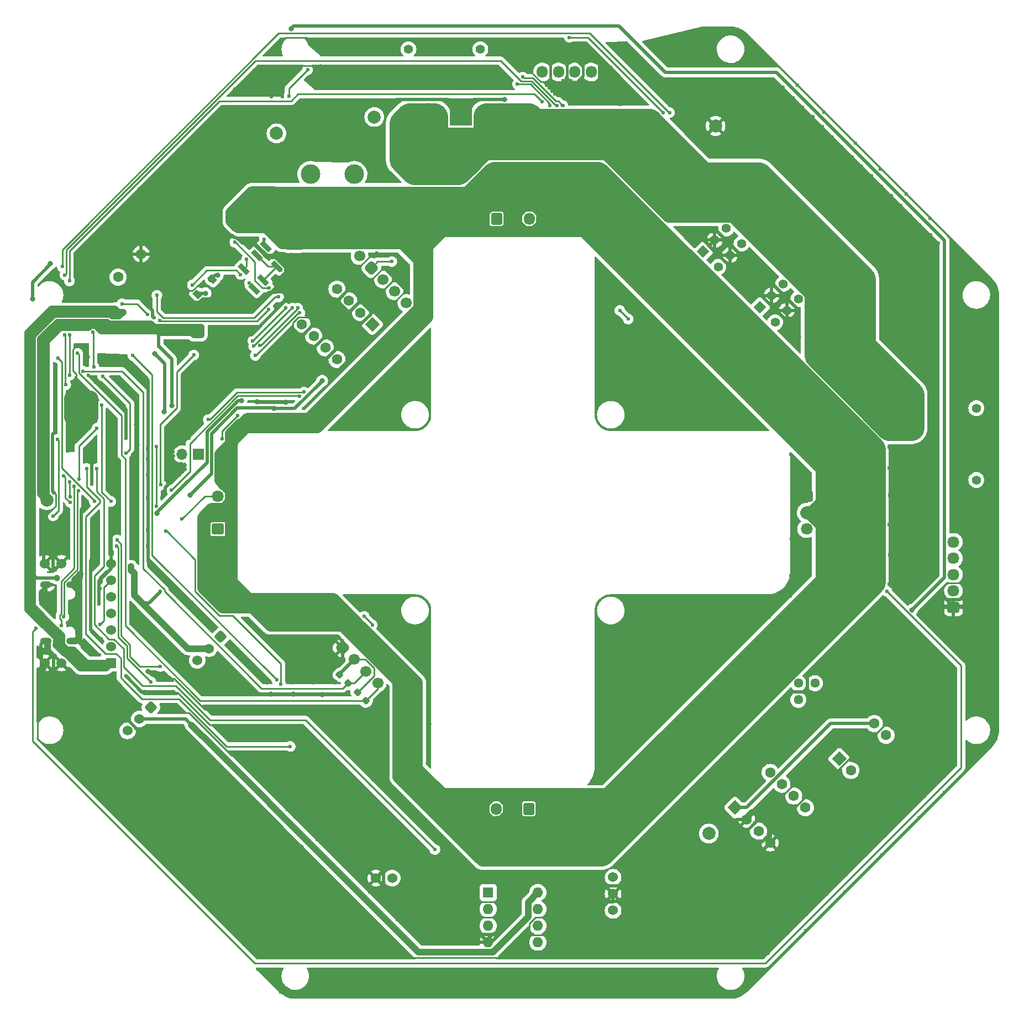
<source format=gbr>
%TF.GenerationSoftware,KiCad,Pcbnew,(6.0.11)*%
%TF.CreationDate,2023-10-13T19:34:53+09:00*%
%TF.ProjectId,ESP32,45535033-322e-46b6-9963-61645f706362,rev?*%
%TF.SameCoordinates,Original*%
%TF.FileFunction,Copper,L2,Bot*%
%TF.FilePolarity,Positive*%
%FSLAX46Y46*%
G04 Gerber Fmt 4.6, Leading zero omitted, Abs format (unit mm)*
G04 Created by KiCad (PCBNEW (6.0.11)) date 2023-10-13 19:34:53*
%MOMM*%
%LPD*%
G01*
G04 APERTURE LIST*
G04 Aperture macros list*
%AMRoundRect*
0 Rectangle with rounded corners*
0 $1 Rounding radius*
0 $2 $3 $4 $5 $6 $7 $8 $9 X,Y pos of 4 corners*
0 Add a 4 corners polygon primitive as box body*
4,1,4,$2,$3,$4,$5,$6,$7,$8,$9,$2,$3,0*
0 Add four circle primitives for the rounded corners*
1,1,$1+$1,$2,$3*
1,1,$1+$1,$4,$5*
1,1,$1+$1,$6,$7*
1,1,$1+$1,$8,$9*
0 Add four rect primitives between the rounded corners*
20,1,$1+$1,$2,$3,$4,$5,0*
20,1,$1+$1,$4,$5,$6,$7,0*
20,1,$1+$1,$6,$7,$8,$9,0*
20,1,$1+$1,$8,$9,$2,$3,0*%
%AMHorizOval*
0 Thick line with rounded ends*
0 $1 width*
0 $2 $3 position (X,Y) of the first rounded end (center of the circle)*
0 $4 $5 position (X,Y) of the second rounded end (center of the circle)*
0 Add line between two ends*
20,1,$1,$2,$3,$4,$5,0*
0 Add two circle primitives to create the rounded ends*
1,1,$1,$2,$3*
1,1,$1,$4,$5*%
%AMRotRect*
0 Rectangle, with rotation*
0 The origin of the aperture is its center*
0 $1 length*
0 $2 width*
0 $3 Rotation angle, in degrees counterclockwise*
0 Add horizontal line*
21,1,$1,$2,0,0,$3*%
G04 Aperture macros list end*
%TA.AperFunction,ComponentPad*%
%ADD10RoundRect,0.250000X0.675000X-0.600000X0.675000X0.600000X-0.675000X0.600000X-0.675000X-0.600000X0*%
%TD*%
%TA.AperFunction,ComponentPad*%
%ADD11O,1.850000X1.700000*%
%TD*%
%TA.AperFunction,ComponentPad*%
%ADD12RoundRect,0.250000X0.600000X0.675000X-0.600000X0.675000X-0.600000X-0.675000X0.600000X-0.675000X0*%
%TD*%
%TA.AperFunction,ComponentPad*%
%ADD13O,1.700000X1.850000*%
%TD*%
%TA.AperFunction,ComponentPad*%
%ADD14R,1.700000X1.700000*%
%TD*%
%TA.AperFunction,ComponentPad*%
%ADD15O,1.700000X1.700000*%
%TD*%
%TA.AperFunction,ComponentPad*%
%ADD16C,1.524000*%
%TD*%
%TA.AperFunction,ComponentPad*%
%ADD17C,1.600000*%
%TD*%
%TA.AperFunction,ComponentPad*%
%ADD18C,1.400000*%
%TD*%
%TA.AperFunction,ComponentPad*%
%ADD19R,3.500000X3.500000*%
%TD*%
%TA.AperFunction,ComponentPad*%
%ADD20C,3.500000*%
%TD*%
%TA.AperFunction,ComponentPad*%
%ADD21RotRect,1.600000X1.600000X225.000000*%
%TD*%
%TA.AperFunction,ComponentPad*%
%ADD22HorizOval,1.600000X0.000000X0.000000X0.000000X0.000000X0*%
%TD*%
%TA.AperFunction,ComponentPad*%
%ADD23RotRect,1.600000X1.600000X45.000000*%
%TD*%
%TA.AperFunction,ComponentPad*%
%ADD24HorizOval,1.600000X0.000000X0.000000X0.000000X0.000000X0*%
%TD*%
%TA.AperFunction,ComponentPad*%
%ADD25C,2.000000*%
%TD*%
%TA.AperFunction,ComponentPad*%
%ADD26R,1.600000X1.600000*%
%TD*%
%TA.AperFunction,ComponentPad*%
%ADD27O,1.600000X1.600000*%
%TD*%
%TA.AperFunction,ComponentPad*%
%ADD28RoundRect,0.381000X-0.538815X0.000000X0.000000X-0.538815X0.538815X0.000000X0.000000X0.538815X0*%
%TD*%
%TA.AperFunction,ComponentPad*%
%ADD29C,1.440000*%
%TD*%
%TA.AperFunction,ComponentPad*%
%ADD30O,2.100000X1.000000*%
%TD*%
%TA.AperFunction,ComponentPad*%
%ADD31O,1.800000X1.000000*%
%TD*%
%TA.AperFunction,ComponentPad*%
%ADD32RoundRect,0.425000X-0.601041X0.000000X0.000000X-0.601041X0.601041X0.000000X0.000000X0.601041X0*%
%TD*%
%TA.AperFunction,ComponentPad*%
%ADD33C,1.700000*%
%TD*%
%TA.AperFunction,ComponentPad*%
%ADD34RoundRect,0.425000X0.000000X-0.601041X0.601041X0.000000X0.000000X0.601041X-0.601041X0.000000X0*%
%TD*%
%TA.AperFunction,ComponentPad*%
%ADD35RoundRect,1.325000X1.325000X-1.325000X1.325000X1.325000X-1.325000X1.325000X-1.325000X-1.325000X0*%
%TD*%
%TA.AperFunction,ComponentPad*%
%ADD36C,3.000000*%
%TD*%
%TA.AperFunction,ComponentPad*%
%ADD37R,1.524000X1.524000*%
%TD*%
%TA.AperFunction,ComponentPad*%
%ADD38RoundRect,0.250000X-0.600000X-0.675000X0.600000X-0.675000X0.600000X0.675000X-0.600000X0.675000X0*%
%TD*%
%TA.AperFunction,ComponentPad*%
%ADD39RotRect,1.400000X1.400000X45.000000*%
%TD*%
%TA.AperFunction,ComponentPad*%
%ADD40RoundRect,0.250000X-0.675000X0.600000X-0.675000X-0.600000X0.675000X-0.600000X0.675000X0.600000X0*%
%TD*%
%TA.AperFunction,SMDPad,CuDef*%
%ADD41RotRect,1.800000X0.800000X135.000000*%
%TD*%
%TA.AperFunction,SMDPad,CuDef*%
%ADD42RoundRect,0.237500X-0.344715X0.008839X0.008839X-0.344715X0.344715X-0.008839X-0.008839X0.344715X0*%
%TD*%
%TA.AperFunction,SMDPad,CuDef*%
%ADD43RotRect,1.800000X0.800000X315.000000*%
%TD*%
%TA.AperFunction,SMDPad,CuDef*%
%ADD44RotRect,0.900000X1.200000X225.000000*%
%TD*%
%TA.AperFunction,ViaPad*%
%ADD45C,0.800000*%
%TD*%
%TA.AperFunction,ViaPad*%
%ADD46C,0.600000*%
%TD*%
%TA.AperFunction,ViaPad*%
%ADD47C,1.000000*%
%TD*%
%TA.AperFunction,ViaPad*%
%ADD48C,2.000000*%
%TD*%
%TA.AperFunction,Conductor*%
%ADD49C,0.500000*%
%TD*%
%TA.AperFunction,Conductor*%
%ADD50C,0.250000*%
%TD*%
%TA.AperFunction,Conductor*%
%ADD51C,1.000000*%
%TD*%
%TA.AperFunction,Conductor*%
%ADD52C,2.000000*%
%TD*%
%TA.AperFunction,Conductor*%
%ADD53C,4.000000*%
%TD*%
G04 APERTURE END LIST*
D10*
%TO.P,J5,1,Pin_1*%
%TO.N,GND*%
X121020000Y-104640000D03*
D11*
%TO.P,J5,2,Pin_2*%
%TO.N,VDD*%
X121020000Y-102140000D03*
%TO.P,J5,3,Pin_3*%
%TO.N,LEDTape1_H*%
X121020000Y-99640000D03*
%TD*%
D12*
%TO.P,J3,1,Pin_1*%
%TO.N,GND*%
X180730000Y-34620000D03*
D13*
%TO.P,J3,2,Pin_2*%
%TO.N,unconnected-(J3-Pad2)*%
X178230000Y-34620000D03*
%TO.P,J3,3,Pin_3*%
%TO.N,Net-(J3-Pad3)*%
X175730000Y-34620000D03*
%TO.P,J3,4,Pin_4*%
%TO.N,RS485_A*%
X173230000Y-34620000D03*
%TO.P,J3,5,Pin_5*%
%TO.N,RS485_B*%
X170730000Y-34620000D03*
%TD*%
D14*
%TO.P,JP1,1,A*%
%TO.N,RS485_A*%
X118070000Y-93160000D03*
D15*
%TO.P,JP1,2,B*%
%TO.N,Net-(JP1-Pad2)*%
X115530000Y-93160000D03*
%TD*%
D16*
%TO.P,U7,1,VCC*%
%TO.N,+3.3V*%
X181575000Y-163065000D03*
%TO.P,U7,2,GND*%
%TO.N,GND*%
X181575000Y-160525000D03*
%TO.P,U7,3,OUT*%
%TO.N,Module_OUT*%
X181575000Y-157985000D03*
%TD*%
D17*
%TO.P,C9,1*%
%TO.N,GND*%
X109272767Y-62502233D03*
%TO.P,C9,2*%
%TO.N,Net-(C9-Pad2)*%
X105737233Y-66037767D03*
%TD*%
D18*
%TO.P,J9,*%
%TO.N,*%
X237230000Y-86120000D03*
X237230000Y-97120000D03*
D19*
%TO.P,J9,1,Pin_1*%
%TO.N,GND*%
X227230000Y-94120000D03*
D20*
%TO.P,J9,2,Pin_2*%
%TO.N,+5V*%
X227230000Y-89120000D03*
%TD*%
D21*
%TO.P,SW11,1*%
%TO.N,DIP_SW1*%
X144674012Y-73270000D03*
D22*
%TO.P,SW11,2*%
%TO.N,DIP_SW2*%
X142877961Y-71473949D03*
%TO.P,SW11,3*%
%TO.N,DIP_SW3*%
X141081910Y-69677898D03*
%TO.P,SW11,4*%
%TO.N,DIP_SW4*%
X139285858Y-67881846D03*
%TO.P,SW11,5*%
%TO.N,+3.3V*%
X133897705Y-73270000D03*
%TO.P,SW11,6*%
X135693756Y-75066051D03*
%TO.P,SW11,7*%
X137489807Y-76862102D03*
%TO.P,SW11,8*%
X139285858Y-78658154D03*
%TD*%
D10*
%TO.P,J4,1,Pin_1*%
%TO.N,GND*%
X233730000Y-116620000D03*
D11*
%TO.P,J4,2,Pin_2*%
%TO.N,unconnected-(J4-Pad2)*%
X233730000Y-114120000D03*
%TO.P,J4,3,Pin_3*%
%TO.N,Net-(J4-Pad3)*%
X233730000Y-111620000D03*
%TO.P,J4,4,Pin_4*%
%TO.N,RS485_A*%
X233730000Y-109120000D03*
%TO.P,J4,5,Pin_5*%
%TO.N,RS485_B*%
X233730000Y-106620000D03*
%TD*%
D16*
%TO.P,MK1,1,-*%
%TO.N,GND*%
X145230000Y-158120000D03*
%TO.P,MK1,2,+*%
%TO.N,Net-(C18-Pad1)*%
X147730000Y-158120000D03*
%TD*%
D23*
%TO.P,SW2,1*%
%TO.N,Net-(R60-Pad2)*%
X216211433Y-139825445D03*
D24*
%TO.P,SW2,2*%
%TO.N,Net-(R61-Pad2)*%
X218007484Y-141621496D03*
%TO.P,SW2,3*%
%TO.N,+3.3V*%
X223395638Y-136233343D03*
%TO.P,SW2,4*%
X221599587Y-134437291D03*
%TD*%
D25*
%TO.P,TP5,1,1*%
%TO.N,GND*%
X197270000Y-42890000D03*
%TD*%
D26*
%TO.P,U6,1*%
%TO.N,Amp_OUT*%
X162430000Y-160320000D03*
D27*
%TO.P,U6,2,-*%
%TO.N,Net-(R50-Pad2)*%
X162430000Y-162860000D03*
%TO.P,U6,3,+*%
%TO.N,Net-(C18-Pad2)*%
X162430000Y-165400000D03*
%TO.P,U6,4,V-*%
%TO.N,GND*%
X162430000Y-167940000D03*
%TO.P,U6,5,+*%
%TO.N,Net-(R31-Pad1)*%
X170050000Y-167940000D03*
%TO.P,U6,6,-*%
%TO.N,Net-(R48-Pad2)*%
X170050000Y-165400000D03*
%TO.P,U6,7*%
X170050000Y-162860000D03*
%TO.P,U6,8,V+*%
%TO.N,+3.3V*%
X170050000Y-160320000D03*
%TD*%
D25*
%TO.P,TP4,1,1*%
%TO.N,+3.3V*%
X196230000Y-151290000D03*
%TD*%
D28*
%TO.P,SW3,1,A*%
%TO.N,Slide_SW1*%
X121446051Y-121153949D03*
D16*
%TO.P,SW3,2,B*%
%TO.N,+3.3V*%
X119650000Y-122950000D03*
%TO.P,SW3,3,C*%
%TO.N,unconnected-(SW3-Pad3)*%
X117853949Y-124746051D03*
%TD*%
D29*
%TO.P,RV1,1,1*%
%TO.N,Net-(RV1-Pad1)*%
X209960001Y-130789999D03*
%TO.P,RV1,2,2*%
%TO.N,Net-(LS1-Pad1)*%
X209960001Y-128250001D03*
%TO.P,RV1,3,3*%
X212499999Y-128250001D03*
%TD*%
D30*
%TO.P,J10,S1,SHIELD*%
%TO.N,GND*%
X98835000Y-113200000D03*
X98835000Y-121840000D03*
D31*
X94655000Y-121840000D03*
X94655000Y-113200000D03*
%TD*%
D25*
%TO.P,TP3,1,1*%
%TO.N,VCC*%
X129990000Y-44020000D03*
%TD*%
D12*
%TO.P,J8,1,Pin_1*%
%TO.N,GND*%
X168690000Y-147500000D03*
D13*
%TO.P,J8,2,Pin_2*%
%TO.N,VDD*%
X166190000Y-147500000D03*
%TO.P,J8,3,Pin_3*%
%TO.N,LEDTape4_H*%
X163690000Y-147500000D03*
%TD*%
D25*
%TO.P,TP1,1,1*%
%TO.N,+5V*%
X144990000Y-41500000D03*
%TD*%
D32*
%TO.P,U5,1,GND*%
%TO.N,GND*%
X140137898Y-122823949D03*
D33*
%TO.P,U5,2,VCC*%
%TO.N,+3.3V*%
X141933949Y-124620000D03*
%TO.P,U5,3,SCL*%
%TO.N,I2C0_SCL*%
X143730000Y-126416051D03*
%TO.P,U5,4,SDA*%
%TO.N,I2C0_SDA*%
X145526051Y-128212102D03*
%TD*%
D25*
%TO.P,TP2,1,1*%
%TO.N,VDD*%
X214900000Y-90320000D03*
%TD*%
D34*
%TO.P,SW1,1,A*%
%TO.N,\u4E3B\u96FB\u6E90\u30B9\u30A4\u30C3\u30C1*%
X144523949Y-64612426D03*
D33*
%TO.P,SW1,2,B*%
%TO.N,/S-S*%
X146320000Y-66408477D03*
%TO.P,SW1,3,C*%
%TO.N,unconnected-(SW1-Pad3)*%
X148116051Y-68204528D03*
%TO.P,SW1,4*%
%TO.N,N/C*%
X142727898Y-62816375D03*
%TO.P,SW1,5*%
X149912102Y-70000579D03*
%TD*%
D35*
%TO.P,U8,39,GND*%
%TO.N,GND*%
X100070000Y-86050000D03*
%TD*%
D36*
%TO.P,F1,1*%
%TO.N,Net-(F1-Pad1)*%
X141910000Y-50270000D03*
X135210000Y-50270000D03*
%TO.P,F1,2*%
%TO.N,+5V*%
X158210000Y-50270000D03*
X151510000Y-50270000D03*
%TD*%
D16*
%TO.P,J1,A1,GND*%
%TO.N,GND*%
X104670000Y-117525000D03*
X104670000Y-109905000D03*
D37*
%TO.P,J1,A4,VBUS*%
%TO.N,VBUS*%
X104670000Y-125145000D03*
D16*
%TO.P,J1,A5,CC1*%
%TO.N,/CC1*%
X104670000Y-114985000D03*
%TO.P,J1,A6,D+*%
%TO.N,/D+*%
X104670000Y-120065000D03*
%TO.P,J1,A7,D-*%
%TO.N,/D-*%
X104670000Y-122605000D03*
%TO.P,J1,B5,CC2*%
%TO.N,/CC2*%
X104670000Y-112445000D03*
%TO.P,J1,S1,SHIELD*%
%TO.N,GND*%
X97050000Y-109905000D03*
X94510000Y-125145000D03*
X97050000Y-125145000D03*
X94510000Y-109905000D03*
%TD*%
D38*
%TO.P,J6,1,Pin_1*%
%TO.N,GND*%
X163730000Y-57120000D03*
D13*
%TO.P,J6,2,Pin_2*%
%TO.N,VDD*%
X166230000Y-57120000D03*
%TO.P,J6,3,Pin_3*%
%TO.N,LEDTape2_H*%
X168730000Y-57120000D03*
%TD*%
D18*
%TO.P,J2,*%
%TO.N,*%
X150230000Y-31120000D03*
X161230000Y-31120000D03*
D19*
%TO.P,J2,1,Pin_1*%
%TO.N,GND*%
X158230000Y-41120000D03*
D20*
%TO.P,J2,2,Pin_2*%
%TO.N,+5V*%
X153230000Y-41120000D03*
%TD*%
D39*
%TO.P,SW8,1,A*%
%TO.N,Net-(Q10-Pad1)*%
X204076000Y-70624000D03*
D18*
%TO.P,SW8,2,B*%
%TO.N,GND*%
X205843767Y-68856233D03*
%TO.P,SW8,3,C*%
%TO.N,unconnected-(SW8-Pad3)*%
X207611534Y-67088466D03*
%TO.P,SW8,4,A*%
%TO.N,Net-(Q11-Pad1)*%
X206409452Y-72957452D03*
%TO.P,SW8,5,B*%
%TO.N,GND*%
X208177219Y-71189685D03*
%TO.P,SW8,6,C*%
%TO.N,unconnected-(SW8-Pad6)*%
X209944986Y-69421918D03*
%TD*%
D28*
%TO.P,SW4,1,A*%
%TO.N,Slide_SW2*%
X110766051Y-131963949D03*
D16*
%TO.P,SW4,2,B*%
%TO.N,+3.3V*%
X108970000Y-133760000D03*
%TO.P,SW4,3,C*%
%TO.N,unconnected-(SW4-Pad3)*%
X107173949Y-135556051D03*
%TD*%
D23*
%TO.P,U4,1,VIN*%
%TO.N,+3.3V*%
X200255989Y-147320000D03*
D24*
%TO.P,U4,2,GND*%
%TO.N,GND*%
X202052040Y-149116051D03*
%TO.P,U4,3,DIN*%
%TO.N,Speker*%
X203848091Y-150912102D03*
%TO.P,U4,4,GND*%
%TO.N,GND*%
X205644143Y-152708154D03*
%TO.P,U4,5,EN2*%
%TO.N,Net-(R61-Pad2)*%
X211032296Y-147320000D03*
%TO.P,U4,6,EN1*%
%TO.N,Net-(R60-Pad2)*%
X209236245Y-145523949D03*
%TO.P,U4,7,VO2*%
%TO.N,Net-(LS1-Pad2)*%
X207440194Y-143727898D03*
%TO.P,U4,8,VO1*%
%TO.N,Net-(RV1-Pad1)*%
X205644143Y-141931846D03*
%TD*%
D40*
%TO.P,J7,1,Pin_1*%
%TO.N,GND*%
X211230000Y-99620000D03*
D11*
%TO.P,J7,2,Pin_2*%
%TO.N,VDD*%
X211230000Y-102120000D03*
%TO.P,J7,3,Pin_3*%
%TO.N,LEDTape3_H*%
X211230000Y-104620000D03*
%TD*%
D39*
%TO.P,SW12,1,A*%
%TO.N,Net-(Q18-Pad3)*%
X195372051Y-62127949D03*
D18*
%TO.P,SW12,2,B*%
%TO.N,GND*%
X197139818Y-60360182D03*
%TO.P,SW12,3,C*%
%TO.N,unconnected-(SW12-Pad3)*%
X198907585Y-58592415D03*
%TO.P,SW12,4,A*%
%TO.N,Net-(Q19-Pad1)*%
X197705503Y-64461401D03*
%TO.P,SW12,5,B*%
%TO.N,GND*%
X199473270Y-62693634D03*
%TO.P,SW12,6,C*%
%TO.N,unconnected-(SW12-Pad6)*%
X201241037Y-60925867D03*
%TD*%
D41*
%TO.P,Q8,1,B*%
%TO.N,Net-(Q5-Pad1)*%
X127950000Y-66490000D03*
%TO.P,Q8,2,E*%
%TO.N,VCC*%
X126606497Y-67833503D03*
%TO.P,Q8,3,C*%
%TO.N,Net-(Q7-Pad3)*%
X124944796Y-64828299D03*
%TD*%
D42*
%TO.P,R34,1*%
%TO.N,+3.3V*%
X142394765Y-129644765D03*
%TO.P,R34,2*%
%TO.N,I2C0_SDA*%
X143685235Y-130935235D03*
%TD*%
D43*
%TO.P,Q5,1,B*%
%TO.N,Net-(Q5-Pad1)*%
X127041522Y-62715025D03*
%TO.P,Q5,2,E*%
%TO.N,/VSYS*%
X128385025Y-61371522D03*
%TO.P,Q5,3,C*%
%TO.N,Net-(Q5-Pad1)*%
X130046726Y-64376726D03*
%TD*%
D44*
%TO.P,D3,1,K*%
%TO.N,VCC*%
X120196726Y-66353274D03*
%TO.P,D3,2,A*%
%TO.N,+3.3V*%
X117863274Y-68686726D03*
%TD*%
D42*
%TO.P,R33,1*%
%TO.N,+3.3V*%
X139664765Y-126964765D03*
%TO.P,R33,2*%
%TO.N,I2C0_SCL*%
X140955235Y-128255235D03*
%TD*%
D45*
%TO.N,GND*%
X137800000Y-74940000D03*
X209960000Y-75250000D03*
D46*
X110270000Y-92310000D03*
D45*
X198700000Y-83470000D03*
X191410000Y-39970000D03*
X108600000Y-91710000D03*
X162540000Y-36880000D03*
X144850000Y-34120000D03*
X148380000Y-36800000D03*
X142920000Y-41430000D03*
X116400000Y-60640000D03*
X114440000Y-76120000D03*
X107970000Y-117390000D03*
X99460000Y-130180000D03*
X230470000Y-90280000D03*
X235320000Y-112780000D03*
D46*
X116020000Y-95470000D03*
D45*
X179290000Y-32700000D03*
X136860000Y-149220000D03*
X163260000Y-34210000D03*
X214630000Y-142890000D03*
X99200000Y-127280000D03*
X122340000Y-129010000D03*
D46*
X211090000Y-166170000D03*
D45*
X116960000Y-51950000D03*
X96300000Y-103910000D03*
X193590000Y-172700000D03*
X145470000Y-139570000D03*
X140000000Y-88340000D03*
X203290000Y-163980000D03*
D46*
X213630000Y-42960000D03*
D45*
X213960000Y-129030000D03*
D46*
X99550000Y-90690000D03*
D45*
X226710000Y-115640000D03*
X104950000Y-135560000D03*
D46*
X113620000Y-93760000D03*
D45*
X147410000Y-34060000D03*
X226840000Y-119270000D03*
X113610000Y-127550000D03*
D46*
X173870000Y-38320000D03*
X101680000Y-97740000D03*
D45*
X116920000Y-115970000D03*
X121140000Y-74280000D03*
X124830000Y-70360000D03*
D46*
X182610000Y-39580000D03*
D45*
X177250000Y-161960000D03*
X110950000Y-57750000D03*
X113650000Y-156650000D03*
D46*
X158400000Y-168140000D03*
D45*
X147090000Y-40080000D03*
X221480000Y-136350000D03*
D46*
X208260000Y-166600000D03*
D45*
X141890000Y-115340000D03*
X176710000Y-165620000D03*
X122740000Y-144920000D03*
X130950000Y-158040000D03*
D46*
X226200000Y-148530000D03*
D45*
X146410000Y-86580000D03*
X112760000Y-132250000D03*
X226430000Y-99740000D03*
X106670000Y-133590000D03*
X186770000Y-169750000D03*
X202110000Y-172510000D03*
X196200000Y-169840000D03*
X138220000Y-44460000D03*
D46*
X115430000Y-95270000D03*
D45*
X192400000Y-30690000D03*
X223310000Y-65730000D03*
X226050000Y-109390000D03*
X222930000Y-126240000D03*
D46*
X228410000Y-148900000D03*
D45*
X141240000Y-152700000D03*
X197550000Y-125280000D03*
X153330000Y-134520000D03*
X188490000Y-134280000D03*
X132510000Y-140060000D03*
X145720000Y-34120000D03*
D46*
X112000000Y-49630000D03*
D45*
X107530000Y-150620000D03*
D46*
X218710000Y-45530000D03*
X115830000Y-91000000D03*
D45*
X118330000Y-143950000D03*
X188870000Y-149570000D03*
D46*
X230240000Y-65220000D03*
D45*
X179220000Y-84850000D03*
D46*
X214300000Y-160570000D03*
D45*
X170540000Y-30930000D03*
X143870000Y-67630000D03*
X126670000Y-34440000D03*
X94180000Y-132980000D03*
X121260000Y-149760000D03*
D46*
X173140000Y-37530000D03*
D45*
X108120000Y-105090000D03*
X236360000Y-124810000D03*
D46*
X115160000Y-96320000D03*
D45*
X128960000Y-135440000D03*
D46*
X178900000Y-39540000D03*
D45*
X116620000Y-159610000D03*
X143290000Y-87210000D03*
X201800000Y-121170000D03*
X196490000Y-63310000D03*
D46*
X175660000Y-36230000D03*
X171350000Y-36640000D03*
D45*
X114570000Y-135100000D03*
X105510000Y-81650000D03*
X233510000Y-133360000D03*
X133020000Y-121400000D03*
D46*
X116060000Y-90440000D03*
X230140000Y-57030000D03*
D45*
X121550000Y-135200000D03*
X216150000Y-54600000D03*
D46*
X102280000Y-90680000D03*
D45*
X194150000Y-60720000D03*
X126370000Y-125660000D03*
X123410000Y-159500000D03*
X228530000Y-113840000D03*
D46*
X228550000Y-58080000D03*
X108230000Y-99720000D03*
D45*
X104300000Y-96030000D03*
X103060000Y-129420000D03*
D46*
X235790000Y-141470000D03*
D45*
X183930000Y-172750000D03*
X149630000Y-169770000D03*
D46*
X212210000Y-41490000D03*
D45*
X217530000Y-135740000D03*
X153760000Y-34100000D03*
X181950000Y-72450000D03*
X150940000Y-77060000D03*
D46*
X100130000Y-107620000D03*
D45*
X198850000Y-158050000D03*
X105590000Y-97760000D03*
D46*
X140250000Y-144680000D03*
D45*
X203130000Y-144360000D03*
X197500000Y-140860000D03*
X222470000Y-118170000D03*
D46*
X114180000Y-95290000D03*
D45*
X224550000Y-121690000D03*
X132370000Y-67980000D03*
X108570000Y-143920000D03*
X131970000Y-169990000D03*
X215040000Y-152040000D03*
X143880000Y-30990000D03*
X136080000Y-138690000D03*
X128500000Y-128050000D03*
D46*
X114530000Y-96400000D03*
D45*
X193120000Y-129500000D03*
X143910000Y-34160000D03*
X139100000Y-172800000D03*
X124600000Y-150310000D03*
X124850000Y-132260000D03*
X115390000Y-132480000D03*
D46*
X128940000Y-31830000D03*
D45*
X106530000Y-85910000D03*
X143810000Y-39300000D03*
X134680000Y-82390000D03*
D46*
X103010000Y-58700000D03*
D45*
X134750000Y-80510000D03*
D46*
X115560000Y-95860000D03*
D45*
X141720000Y-74540000D03*
X104930000Y-127140000D03*
X129130000Y-129890000D03*
X132060000Y-50920000D03*
X153150000Y-119520000D03*
X115300000Y-69380000D03*
D46*
X96105000Y-83015000D03*
X101640000Y-109420000D03*
D45*
X96160000Y-66190000D03*
X237350000Y-84400000D03*
X112870000Y-148210000D03*
X135460000Y-77010000D03*
X107480000Y-65800000D03*
X198810000Y-65780000D03*
D46*
X112450000Y-99880000D03*
D45*
X129240000Y-80790000D03*
X109370000Y-135430000D03*
X104630000Y-139840000D03*
X154280000Y-36890000D03*
D46*
X131640000Y-147590000D03*
X215720000Y-50590000D03*
D45*
X133770000Y-153400000D03*
D46*
X100060000Y-111110000D03*
D45*
X138890000Y-31840000D03*
X188730000Y-79630000D03*
X233850000Y-93950000D03*
X155110000Y-161470000D03*
D46*
X110270000Y-93930000D03*
X121050000Y-40630000D03*
D45*
X238330000Y-122980000D03*
X157490000Y-34080000D03*
D46*
X174330000Y-37570000D03*
D45*
X103120000Y-78350000D03*
X119510000Y-60670000D03*
X178880000Y-142980000D03*
X227000000Y-140140000D03*
X122740000Y-122260000D03*
X124180000Y-139340000D03*
X127090000Y-141720000D03*
D46*
X225620000Y-55050000D03*
D45*
X149955761Y-64784239D03*
X108470000Y-79980000D03*
X110850000Y-137970000D03*
X196030000Y-121800000D03*
X210220000Y-48680000D03*
X141240000Y-78370000D03*
X115090000Y-56250000D03*
X134910000Y-123450000D03*
X180346599Y-172486147D03*
X206060000Y-33290000D03*
D46*
X113620000Y-92530000D03*
D45*
X194060000Y-151110000D03*
X115040000Y-143280000D03*
X128240000Y-163260000D03*
X140680000Y-42480000D03*
X217800000Y-120840000D03*
X186880000Y-125170000D03*
X151020000Y-172900000D03*
X148390000Y-71190000D03*
X148930000Y-65960000D03*
D46*
X98390000Y-92260000D03*
X223310000Y-151570000D03*
D45*
X132550000Y-135490000D03*
X150710000Y-79030000D03*
D46*
X221730000Y-56730000D03*
D45*
X228590000Y-73660000D03*
X106900000Y-137440000D03*
X123740000Y-37330000D03*
X119610000Y-162600000D03*
X101620000Y-144550000D03*
X129290000Y-50990000D03*
X129010000Y-139360000D03*
X144340000Y-75410000D03*
X146630000Y-136090000D03*
D46*
X101490000Y-115970000D03*
D45*
X129280000Y-132380000D03*
D46*
X175500000Y-37570000D03*
X116060000Y-89830000D03*
D45*
X204300000Y-158030000D03*
D46*
X115220000Y-90980000D03*
D45*
X190880000Y-125610000D03*
D46*
X110300000Y-101640000D03*
D45*
X126030000Y-69230000D03*
D46*
X219730000Y-54670000D03*
D45*
X184930000Y-69780000D03*
D46*
X221150000Y-50550000D03*
D45*
X127060000Y-40900000D03*
X108660000Y-131860000D03*
X99300000Y-82000000D03*
D46*
X209180000Y-38550000D03*
D45*
X209450000Y-143590000D03*
X233790000Y-61470000D03*
X233860000Y-72320000D03*
X132340000Y-77980000D03*
D46*
X111233883Y-72303883D03*
D45*
X97260000Y-132440000D03*
X150560000Y-124450000D03*
D46*
X127190000Y-172100000D03*
D45*
X125380000Y-154630000D03*
D46*
X113620000Y-93150000D03*
D45*
X112270000Y-111580000D03*
D46*
X215120000Y-44570000D03*
D45*
X197670000Y-40320000D03*
D46*
X135780000Y-65250000D03*
D45*
X179720000Y-126450000D03*
X159190000Y-36900000D03*
X202380000Y-168580000D03*
X210250000Y-152280000D03*
D46*
X138870000Y-146160000D03*
X229750000Y-64670000D03*
X222720000Y-52090000D03*
D45*
X238240000Y-110510000D03*
D46*
X116570000Y-90750000D03*
D45*
X133560000Y-44410000D03*
X188970000Y-172980000D03*
D46*
X208690000Y-114980000D03*
D45*
X193590000Y-78850000D03*
D46*
X208830000Y-111790000D03*
X100730000Y-92250000D03*
D45*
X174090000Y-167480000D03*
X144950000Y-172900000D03*
X145580000Y-83680000D03*
X201750000Y-115310000D03*
X192260000Y-83450000D03*
X233170000Y-119970000D03*
X125090000Y-168170000D03*
X128940000Y-151120000D03*
X104830000Y-64350000D03*
X197170000Y-154010000D03*
X198250000Y-37170000D03*
X195610000Y-175550000D03*
X229740000Y-122700000D03*
X179450000Y-77660000D03*
X166010000Y-31780000D03*
X150120000Y-36860000D03*
D46*
X137620000Y-63710000D03*
D45*
X132430000Y-128080000D03*
X209840000Y-71120000D03*
D46*
X138935000Y-65725000D03*
D45*
X137490000Y-125670000D03*
X140960000Y-166930000D03*
X116020000Y-138880000D03*
D46*
X175060000Y-37160000D03*
X136230000Y-152200000D03*
D45*
X183270000Y-134050000D03*
D46*
X227130000Y-56600000D03*
D45*
X226840000Y-78410000D03*
X108160000Y-108660000D03*
D46*
X106940000Y-90720000D03*
D45*
X185830000Y-152790000D03*
X204420000Y-42740000D03*
X209330000Y-157900000D03*
D46*
X114160000Y-91600000D03*
D45*
X112030000Y-135230000D03*
X135970000Y-169860000D03*
D46*
X217820000Y-52690000D03*
X208980000Y-103020000D03*
X102640000Y-102260000D03*
D45*
X202560000Y-62180000D03*
X160010000Y-36930000D03*
X117030000Y-151940000D03*
X142740000Y-44500000D03*
X201630000Y-118280000D03*
X156800000Y-157300000D03*
X139600000Y-39270000D03*
X161650000Y-36910000D03*
X148330000Y-34050000D03*
D46*
X101230000Y-81100000D03*
D45*
X168110000Y-30210000D03*
D46*
X102860000Y-123890000D03*
D45*
X109720000Y-129700000D03*
X138430000Y-40370000D03*
X228830000Y-117390000D03*
D46*
X101050000Y-100680000D03*
X102840000Y-116100000D03*
D45*
X145710000Y-69490000D03*
X129190000Y-144380000D03*
D46*
X208780000Y-93150000D03*
X117970000Y-43620000D03*
X205920000Y-40760000D03*
X115840000Y-91580000D03*
D45*
X123140000Y-74770000D03*
X114160000Y-129700000D03*
D46*
X105900000Y-100530000D03*
D45*
X149370000Y-119200000D03*
X132830000Y-132520000D03*
D46*
X213840000Y-48690000D03*
X210620000Y-40010000D03*
X104810000Y-92230000D03*
D45*
X158130000Y-154950000D03*
X172350000Y-157470000D03*
X128690000Y-169930000D03*
X222210000Y-120330000D03*
X203510000Y-141820000D03*
X211270000Y-95940000D03*
X195780000Y-88930000D03*
X182730000Y-78230000D03*
X127870000Y-43320000D03*
X222410000Y-60650000D03*
X231850000Y-114320000D03*
X200700000Y-165700000D03*
X179670000Y-157550000D03*
D46*
X172260000Y-36660000D03*
D45*
X186560000Y-164210000D03*
D46*
X172850000Y-36470000D03*
D45*
X236100000Y-63470000D03*
X104770000Y-88720000D03*
X169600000Y-169730000D03*
X236100000Y-130770000D03*
X179350000Y-119070000D03*
X120790000Y-156390000D03*
X157580000Y-36870000D03*
X188920000Y-118530000D03*
X136790000Y-33870000D03*
D46*
X109000000Y-52560000D03*
D45*
X188760000Y-156180000D03*
X180370000Y-37330000D03*
X114390000Y-113780000D03*
X140150000Y-34100000D03*
X184590000Y-122320000D03*
X227440000Y-66150000D03*
X153470000Y-36900000D03*
X182990000Y-128960000D03*
X188800000Y-115190000D03*
X145640000Y-36780000D03*
X164169800Y-34231625D03*
D46*
X104780000Y-90650000D03*
D45*
X238400000Y-128680000D03*
D46*
X140180000Y-156100000D03*
D45*
X125860000Y-129520000D03*
D46*
X106020000Y-55660000D03*
D45*
X127010000Y-85100000D03*
X189930000Y-85390000D03*
X117800000Y-116990000D03*
X151930000Y-163290000D03*
X127570000Y-80330000D03*
D46*
X173860000Y-37120000D03*
D45*
X130490000Y-153440000D03*
X130110000Y-77540000D03*
D46*
X98410000Y-90660000D03*
D45*
X230630000Y-137600000D03*
X140210000Y-142610000D03*
X124180000Y-147170000D03*
X136980000Y-130040000D03*
X138810000Y-36520000D03*
X220080000Y-132890000D03*
X129920000Y-66050000D03*
X201290000Y-145760000D03*
D46*
X113620000Y-95610000D03*
D45*
X228140000Y-131530000D03*
X101030000Y-78270000D03*
D46*
X232300000Y-145010000D03*
D45*
X194170000Y-58720000D03*
D46*
X126790000Y-60860000D03*
D45*
X168760000Y-34340000D03*
D46*
X217090000Y-160240000D03*
D45*
X94250000Y-102360000D03*
X208220000Y-73200000D03*
X150580000Y-34040000D03*
X233940000Y-86110000D03*
X95680000Y-114560000D03*
X141090000Y-63500000D03*
X138920000Y-128070000D03*
X238390000Y-117100000D03*
X110570000Y-153560000D03*
X119920000Y-85850000D03*
X155100000Y-36900000D03*
D46*
X95980000Y-99110000D03*
D45*
X204380000Y-149070000D03*
X173460000Y-30290000D03*
X188860000Y-36770000D03*
X182880000Y-169730000D03*
X134930000Y-161940000D03*
D46*
X113620000Y-91910000D03*
D45*
X142970000Y-34100000D03*
X176740000Y-169530000D03*
X164580000Y-36840000D03*
X102320000Y-105430000D03*
X121680000Y-58660000D03*
D46*
X205310000Y-169620000D03*
D45*
X182160000Y-156100000D03*
X147960000Y-64949725D03*
X217350000Y-132350000D03*
X146320000Y-43250000D03*
X182650000Y-115060000D03*
X202630000Y-65410000D03*
X115140000Y-67330000D03*
X131760000Y-125670000D03*
D46*
X216590000Y-46080000D03*
D45*
X119380000Y-147930000D03*
X130260000Y-172470000D03*
D46*
X223900000Y-92090000D03*
X116600000Y-90140000D03*
X113630000Y-94380000D03*
D45*
X152990000Y-126710000D03*
X172980000Y-169970000D03*
X189220000Y-74400000D03*
D46*
X173440000Y-36310000D03*
X110240000Y-96300000D03*
D45*
X233510000Y-125970000D03*
X135980000Y-42270000D03*
X105510000Y-62530000D03*
X151530000Y-34140000D03*
X204650000Y-136180000D03*
X191900000Y-159070000D03*
X100470000Y-122730000D03*
X204820000Y-172270000D03*
X206230000Y-145200000D03*
X146080000Y-152490000D03*
X159750000Y-31770000D03*
X135670000Y-72730000D03*
X230910000Y-102770000D03*
X153240000Y-140490000D03*
X211610000Y-145700000D03*
D46*
X219630000Y-49070000D03*
D45*
X116520000Y-126310000D03*
X140900000Y-129810000D03*
D46*
X99980000Y-61650000D03*
D45*
X108920000Y-118550000D03*
X162880000Y-30230000D03*
X121220000Y-49960000D03*
X184220000Y-37580000D03*
D46*
X223890000Y-58750000D03*
D45*
X133470000Y-62770000D03*
D46*
X105970000Y-95380000D03*
X115220000Y-91590000D03*
D45*
X163000000Y-31830000D03*
X146230000Y-143500000D03*
D46*
X172680000Y-37950000D03*
D45*
X118860000Y-128600000D03*
X139510000Y-76730000D03*
D46*
X174470000Y-36980000D03*
X207800000Y-42720000D03*
D45*
X152500000Y-81130000D03*
X104560000Y-147580000D03*
D46*
X115020000Y-46600000D03*
D45*
X139320000Y-62710000D03*
X211480000Y-109990000D03*
X108270000Y-102680000D03*
D46*
X114170000Y-94670000D03*
D45*
X158510000Y-34080000D03*
X190690000Y-121140000D03*
X182940000Y-119190000D03*
X185020000Y-76210000D03*
X184190000Y-160940000D03*
X105220000Y-102140000D03*
D46*
X114160000Y-95900000D03*
D45*
X155700000Y-34080000D03*
D46*
X197040000Y-58450000D03*
D45*
X216220000Y-124520000D03*
X160830000Y-36910000D03*
D46*
X102940000Y-113750000D03*
D45*
X103030000Y-121570000D03*
D46*
X129220000Y-38360000D03*
D45*
X228390000Y-126410000D03*
X137080000Y-132520000D03*
X159420000Y-172300000D03*
X182310000Y-164670000D03*
D46*
X113630000Y-91290000D03*
D45*
X125490000Y-118620000D03*
D46*
X223930000Y-99460000D03*
X223930000Y-108590000D03*
D45*
X197530000Y-163900000D03*
X230720000Y-96650000D03*
X183430000Y-88930000D03*
X158380000Y-36900000D03*
X149370000Y-34030000D03*
X136800000Y-144400000D03*
X148570000Y-149700000D03*
X98430000Y-141390000D03*
D46*
X223890000Y-103950000D03*
X134180000Y-86190000D03*
D45*
X117690000Y-141210000D03*
X182890000Y-140080000D03*
D46*
X209780000Y-44670000D03*
D45*
X113790000Y-136790000D03*
X149010000Y-115300000D03*
D46*
X114190000Y-93420000D03*
D45*
X148460000Y-31700000D03*
D46*
X145360000Y-62390000D03*
D45*
X131410000Y-85190000D03*
X231040000Y-110970000D03*
X179430000Y-131520000D03*
X177730000Y-37630000D03*
D46*
X114690000Y-91300000D03*
X174460000Y-35500000D03*
D45*
X149990000Y-156480000D03*
D46*
X152290000Y-168160000D03*
D45*
X137100000Y-121320000D03*
X201200000Y-67720000D03*
D46*
X208900000Y-106170000D03*
D45*
X209210000Y-147550000D03*
X114750000Y-124700000D03*
X187510000Y-30620000D03*
D46*
X175100000Y-35970000D03*
D45*
X126540000Y-169520000D03*
X237370000Y-95460000D03*
X218960000Y-127540000D03*
X94320000Y-105860000D03*
D46*
X223880000Y-113090000D03*
D45*
X109090000Y-58840000D03*
X127220000Y-147750000D03*
X152660000Y-36870000D03*
X152740000Y-34100000D03*
D46*
X174920000Y-37750000D03*
D45*
X186590000Y-130930000D03*
X151030000Y-36800000D03*
X146450000Y-36870000D03*
X164920500Y-38790500D03*
X110980000Y-122150000D03*
D46*
X115430000Y-94650000D03*
X172210000Y-37520000D03*
D45*
X193120000Y-145370000D03*
X141640000Y-138190000D03*
X182420000Y-68260000D03*
X120730000Y-82920000D03*
D46*
X102690000Y-109690000D03*
D45*
X162570000Y-172400000D03*
X203150000Y-88790000D03*
X206350000Y-65920000D03*
X179430000Y-137540000D03*
X238450000Y-103640000D03*
X149970000Y-67270000D03*
X214030000Y-139030000D03*
X210640000Y-52730000D03*
X100480000Y-136190000D03*
D46*
X144300000Y-160260000D03*
D45*
X177320000Y-30780000D03*
X159830000Y-30290000D03*
X95710000Y-117290000D03*
X115600000Y-146460000D03*
X156780000Y-36930000D03*
X111670000Y-61360000D03*
X193110000Y-163650000D03*
X125290000Y-74890000D03*
X132610000Y-129950000D03*
X140570000Y-30260000D03*
D46*
X114170000Y-94040000D03*
D45*
X163540000Y-36930000D03*
X195560000Y-115270000D03*
D46*
X222550000Y-49500000D03*
D45*
X146720000Y-129680000D03*
X120710000Y-141080000D03*
D46*
X211290000Y-163590000D03*
D45*
X128850000Y-40280000D03*
D46*
X110240000Y-99900000D03*
D45*
X143990000Y-164230000D03*
D46*
X225650000Y-60500000D03*
X114790000Y-94580000D03*
D45*
X150170000Y-83500000D03*
D46*
X174040000Y-36530000D03*
D45*
X190150000Y-33340000D03*
D46*
X100110000Y-103390000D03*
D45*
X112960000Y-141930000D03*
X105400000Y-78880000D03*
X110300000Y-126460000D03*
X120070000Y-75360000D03*
X157880000Y-161550000D03*
X155270000Y-167230000D03*
X127970000Y-156570000D03*
X151890000Y-30270000D03*
X97930000Y-105650000D03*
X139410000Y-72680000D03*
X201520000Y-169970000D03*
D46*
X110260000Y-104810000D03*
D45*
X191730000Y-58600000D03*
D46*
X209800000Y-36600000D03*
D45*
X121450000Y-152890000D03*
D46*
X173280000Y-36910000D03*
D45*
X127680000Y-69600000D03*
X147390000Y-36870000D03*
X143790000Y-144740000D03*
X200160000Y-59730000D03*
D46*
X223890000Y-95260000D03*
D45*
X199730000Y-138730000D03*
X226610000Y-112590000D03*
X142320000Y-132340000D03*
X195690000Y-86610000D03*
X226640000Y-106070000D03*
D46*
X173730000Y-37710000D03*
D45*
X179270000Y-69690000D03*
X123050000Y-45740000D03*
X211350000Y-126960000D03*
X112930000Y-67370000D03*
X141950000Y-65890000D03*
X121700000Y-61510000D03*
D46*
X205510000Y-118180000D03*
D45*
X153800000Y-155030000D03*
X147190000Y-72840000D03*
X108560000Y-88610000D03*
X105180000Y-84530000D03*
D46*
X218200000Y-47610000D03*
D45*
X195250000Y-33400000D03*
X158560000Y-164340000D03*
X122570000Y-165650000D03*
D46*
X114150000Y-92210000D03*
D45*
X218220000Y-143750000D03*
X169790000Y-172510000D03*
X192330000Y-167360000D03*
D46*
X130900000Y-38360000D03*
X130660000Y-175570000D03*
X135400000Y-63230000D03*
D45*
X145490000Y-46470000D03*
D46*
X230210000Y-59550000D03*
D45*
X148600000Y-30180000D03*
X230220000Y-82130000D03*
X131620000Y-81720000D03*
D46*
X173910000Y-35920000D03*
D45*
X156300000Y-172940000D03*
X148200000Y-51110000D03*
D46*
X114800000Y-95200000D03*
D45*
X182640000Y-30730000D03*
X151850000Y-36840000D03*
X204240000Y-47100000D03*
X165500000Y-36810000D03*
X197130000Y-46970000D03*
D46*
X211760000Y-46620000D03*
X116030000Y-94860000D03*
X106920000Y-127130000D03*
X148480000Y-164430000D03*
D45*
X135610000Y-128060000D03*
X108320000Y-84350000D03*
X186180000Y-81900000D03*
X138020000Y-158350000D03*
X108160000Y-95810000D03*
X201330000Y-86480000D03*
X183080000Y-85000000D03*
X160430000Y-34100000D03*
X230770000Y-69720000D03*
D46*
X175570000Y-36820000D03*
D45*
X109670000Y-140260000D03*
D46*
X114160000Y-90990000D03*
X176050000Y-37850000D03*
D45*
X139110000Y-134900000D03*
X171050000Y-32600000D03*
D46*
X229300000Y-145550000D03*
D45*
X156560000Y-34040000D03*
D46*
X213920000Y-40770000D03*
X208980000Y-108820000D03*
D45*
X200040000Y-122760000D03*
X218510000Y-139670000D03*
X139680000Y-80370000D03*
X130670000Y-166550000D03*
X113000000Y-71120000D03*
D46*
X102280000Y-82170000D03*
X174920000Y-36560000D03*
D45*
X220020000Y-122970000D03*
D46*
X207600000Y-36960000D03*
X176010000Y-37230000D03*
X96090000Y-80390000D03*
D45*
X175030000Y-32700000D03*
X94190000Y-115920000D03*
X237370000Y-99050000D03*
X212330000Y-148640000D03*
X130580000Y-40340000D03*
X148060000Y-81870000D03*
D46*
X172700000Y-37120000D03*
D45*
X204970000Y-115190000D03*
X154700000Y-34120000D03*
X161360000Y-34080000D03*
X135350000Y-35570000D03*
X115880000Y-77330000D03*
X233780000Y-103830000D03*
X149260000Y-36840000D03*
X144720000Y-117330000D03*
X146560000Y-34120000D03*
D46*
X135180000Y-67050000D03*
X101490000Y-120030000D03*
D45*
X97840000Y-101540000D03*
D46*
X173280000Y-38150000D03*
D45*
X128790000Y-33990000D03*
X235410000Y-107620000D03*
X94550000Y-129350000D03*
X237370000Y-87940000D03*
D46*
X114170000Y-92820000D03*
X171790000Y-37070000D03*
D45*
X216770000Y-58940000D03*
X160870000Y-164340000D03*
X237430000Y-75930000D03*
X118260000Y-79310000D03*
X145050000Y-50880000D03*
X119960000Y-132290000D03*
X122220000Y-81270000D03*
D46*
X222810000Y-154550000D03*
D45*
X223650000Y-134220000D03*
X224970000Y-117380000D03*
X174670000Y-172530000D03*
X97830000Y-136360000D03*
D46*
X114770000Y-95820000D03*
D45*
X156000000Y-30890000D03*
D46*
X114680000Y-91910000D03*
D45*
X159480000Y-34040000D03*
X128440000Y-121230000D03*
X141140000Y-33990000D03*
D46*
X224200000Y-53580000D03*
D45*
X167110000Y-34090000D03*
X142040000Y-34080000D03*
X223680000Y-75740000D03*
X208460000Y-129770000D03*
D46*
X227840000Y-62770000D03*
D45*
X150700000Y-147970000D03*
X198070000Y-61730000D03*
X204980000Y-72060000D03*
X162170000Y-34150000D03*
X189970000Y-88880000D03*
X163250000Y-157370000D03*
X132650000Y-145380000D03*
D46*
X217290000Y-157620000D03*
D45*
X122820000Y-59620000D03*
D46*
X120540000Y-119970000D03*
D45*
X198020000Y-147310000D03*
D46*
X137580000Y-66910000D03*
X226530000Y-53300000D03*
D45*
X151930000Y-31740000D03*
X195640000Y-118120000D03*
X155480000Y-152450000D03*
X208600000Y-68380000D03*
X179960000Y-65370000D03*
X130240000Y-47120000D03*
D46*
X113620000Y-95000000D03*
X186510000Y-39530000D03*
D45*
X105130000Y-104780000D03*
D46*
X220300000Y-154530000D03*
D45*
X136600000Y-36870000D03*
X208430000Y-137210000D03*
X136920000Y-175570000D03*
X148650000Y-160370000D03*
D46*
X174500000Y-36110000D03*
X110290000Y-107230000D03*
X232340000Y-142540000D03*
D45*
X126100000Y-136450000D03*
X221050000Y-146030000D03*
D46*
X102290000Y-92240000D03*
D45*
X155950000Y-36910000D03*
D46*
X231380000Y-60830000D03*
D45*
X122570000Y-125580000D03*
X211480000Y-111590000D03*
D47*
%TO.N,VBUS*%
X106460000Y-71400000D03*
X96395727Y-112121905D03*
X105270000Y-70930000D03*
X105640000Y-72020000D03*
X104580000Y-71760000D03*
%TO.N,+3.3V*%
X108230000Y-111425000D03*
X117456000Y-74186000D03*
D46*
X131940000Y-149618000D03*
X157330000Y-169440000D03*
D45*
X95379220Y-63959220D03*
X92609500Y-69380000D03*
D46*
X121645500Y-90772808D03*
D47*
X118460000Y-73690000D03*
D45*
X227382299Y-117017701D03*
X119130000Y-68520000D03*
D46*
X112220500Y-114209500D03*
D47*
X107735000Y-110395000D03*
D45*
X100150000Y-73800000D03*
D46*
X111960000Y-76610000D03*
X124085000Y-87215000D03*
D48*
X94800000Y-100230000D03*
D47*
X116954000Y-134632000D03*
X118443000Y-74907000D03*
D45*
X95018528Y-74328528D03*
D46*
X125717000Y-143395000D03*
D45*
X113949500Y-85758000D03*
X118145076Y-68604924D03*
D46*
X119367000Y-137045000D03*
D45*
X132225201Y-27955500D03*
D47*
X117970000Y-135648000D03*
D45*
%TO.N,VDD*%
X131620000Y-57530000D03*
X129191916Y-55518084D03*
X125924416Y-54665584D03*
X133100000Y-57790000D03*
X132790000Y-58580000D03*
X127394416Y-54665584D03*
X127575584Y-56874416D03*
X128840000Y-53120000D03*
X133137500Y-56372500D03*
X128565584Y-56874416D03*
X131950000Y-60720000D03*
X131247500Y-56282500D03*
X130837500Y-57092500D03*
X132412500Y-55647500D03*
X130001916Y-56328084D03*
X133817500Y-57052500D03*
X125205584Y-56874416D03*
X128630000Y-58520000D03*
X123245000Y-57435000D03*
X129705000Y-57945000D03*
X127660000Y-53120000D03*
X133130000Y-60720000D03*
X129555000Y-58995000D03*
X134520000Y-58030000D03*
X130467500Y-55502500D03*
X127530000Y-58520000D03*
X125170000Y-58520000D03*
X124175584Y-56874416D03*
X128035584Y-55474416D03*
D46*
X147670000Y-54110000D03*
D45*
X125295584Y-55474416D03*
X128607500Y-54397500D03*
X133740000Y-59820000D03*
X130882500Y-54117500D03*
X129630584Y-54665584D03*
X131672500Y-54907500D03*
X130930000Y-60720000D03*
X126715584Y-55474416D03*
X133676726Y-59003274D03*
X126570000Y-53120000D03*
X126280000Y-58520000D03*
X126365584Y-56874416D03*
X132517500Y-57092500D03*
X132600000Y-59820000D03*
X130112500Y-53347500D03*
X124150000Y-58340000D03*
X130130000Y-60020000D03*
D46*
%TO.N,VCC*%
X125850000Y-66940000D03*
D45*
X120987645Y-65737948D03*
X119930000Y-66420000D03*
D46*
%TO.N,Net-(C9-Pad2)*%
X106330000Y-70120000D03*
X110270638Y-71725478D03*
%TO.N,Tact_SW1*%
X97002156Y-119392156D03*
X99028411Y-98101589D03*
%TO.N,Tact_SW2*%
X97420550Y-118090584D03*
X102490000Y-89185500D03*
X99652911Y-98736660D03*
X99723044Y-97029867D03*
%TO.N,Tact_SW3*%
X113050500Y-104945000D03*
X111620000Y-101104000D03*
X130670000Y-128419500D03*
X111565000Y-91995000D03*
D45*
%TO.N,RESET*%
X111706407Y-102215005D03*
X124636641Y-84940795D03*
%TO.N,BOOT*%
X129657504Y-86153551D03*
X136990000Y-81920000D03*
X112792813Y-86651217D03*
X116755000Y-99445000D03*
X111310250Y-77769750D03*
D46*
%TO.N,/VSYS*%
X117118000Y-67232000D03*
X128130000Y-60220000D03*
X124497205Y-65652795D03*
%TO.N,Net-(D5-Pad2)*%
X128806589Y-70986589D03*
X112088850Y-72690500D03*
%TO.N,Net-(D6-Pad2)*%
X111678850Y-68829662D03*
X130306589Y-69076589D03*
%TO.N,Net-(D7-Pad2)*%
X123619376Y-60709376D03*
X128847452Y-67658373D03*
%TO.N,/CC2*%
X102990911Y-119269089D03*
%TO.N,LEDTape1_H*%
X115530000Y-103120000D03*
%TO.N,RS485_GPIO*%
X170701163Y-39164621D03*
X98310000Y-81086185D03*
X98295500Y-66630000D03*
X98310000Y-74889500D03*
%TO.N,Mic*%
X100910000Y-95370000D03*
X132110000Y-137950000D03*
%TO.N,\u4E3B\u96FB\u6E90\u30B9\u30A4\u30C3\u30C1*%
X147670000Y-63658477D03*
%TO.N,Net-(Q5-Pad1)*%
X130630000Y-65020000D03*
%TO.N,Net-(Q7-Pad3)*%
X125430000Y-63320000D03*
%TO.N,Net-(Q10-Pad1)*%
X173885500Y-39745000D03*
X167711589Y-35378411D03*
%TO.N,LEDTape_PW_H*%
X171880000Y-39745000D03*
X166930000Y-36464500D03*
%TO.N,LEDTape_PW_L*%
X183894500Y-72450000D03*
X182616161Y-71149339D03*
X144681802Y-119308198D03*
X143436916Y-118005500D03*
%TO.N,LEDTape2_L*%
X97568649Y-65711350D03*
X97719500Y-82535000D03*
X97510611Y-74902930D03*
X172989857Y-39732535D03*
%TO.N,LEDTape3_L*%
X96470500Y-90890000D03*
X93130000Y-119840000D03*
X95788246Y-102631754D03*
X223530000Y-114190000D03*
%TO.N,LEDTape4_L*%
X154275000Y-153735000D03*
X102490000Y-95380000D03*
%TO.N,Net-(Q18-Pad3)*%
X131920000Y-38316447D03*
X134763127Y-34283127D03*
X189260000Y-40819500D03*
X174880000Y-29304500D03*
%TO.N,Net-(Q19-Pad1)*%
X190220000Y-40819500D03*
X97170477Y-64430000D03*
%TO.N,NeoPixel_L*%
X106910000Y-93050000D03*
X102040000Y-79837185D03*
X101904500Y-74495260D03*
X103380000Y-81210000D03*
%TO.N,Slide_SW1*%
X105566523Y-106309741D03*
X112185991Y-125694019D03*
X98403911Y-99671592D03*
X98300367Y-97373544D03*
%TO.N,Slide_SW2*%
X98403911Y-100560000D03*
X105469440Y-107230500D03*
X97408969Y-96482854D03*
X110766051Y-128056051D03*
%TO.N,LED1*%
X134208223Y-83648223D03*
X119556825Y-87846825D03*
%TO.N,LED2*%
X133549898Y-84330102D03*
X113918243Y-98643289D03*
%TO.N,I2C0_SCL*%
X100348315Y-80461685D03*
%TO.N,I2C0_SDA*%
X99525473Y-77700500D03*
%TO.N,DIP_SW1*%
X133563427Y-71522215D03*
X112295005Y-97870264D03*
X126763299Y-78036019D03*
X117340486Y-77961957D03*
%TO.N,DIP_SW2*%
X133266747Y-70779797D03*
X127470000Y-76510000D03*
%TO.N,DIP_SW3*%
X132467248Y-70782232D03*
X126498010Y-76591920D03*
%TO.N,DIP_SW4*%
X131391642Y-70775435D03*
X126363214Y-75803863D03*
%TO.N,MainRX0_CH340TX*%
X103219500Y-85670500D03*
X104630000Y-100420000D03*
%TO.N,MainTX0_CH340RX*%
X102090000Y-100369500D03*
X96520000Y-78440000D03*
%TO.N,Speker*%
X107980000Y-78050000D03*
X130045500Y-127742331D03*
%TD*%
D49*
%TO.N,GND*%
X208460000Y-129770000D02*
X208610001Y-129619999D01*
X93910000Y-122290000D02*
X93910000Y-123510000D01*
D50*
X217957870Y-139670000D02*
X214737870Y-142890000D01*
D49*
X197520000Y-59030000D02*
X200860000Y-62370000D01*
X139446245Y-76730000D02*
X139510000Y-76730000D01*
D50*
X211060000Y-145700000D02*
X211610000Y-145700000D01*
X206230000Y-145200000D02*
X207840000Y-145200000D01*
D49*
X200860000Y-64210000D02*
X200560000Y-64510000D01*
X164920500Y-38790500D02*
X164911000Y-38800000D01*
D50*
X143870000Y-67630000D02*
X144600000Y-66900000D01*
D49*
X159970000Y-39380000D02*
X158230000Y-41120000D01*
X179530000Y-32940000D02*
X179530000Y-35720000D01*
X181860000Y-35150000D02*
X181860000Y-35060000D01*
X180620000Y-159480000D02*
X180620000Y-159570000D01*
X183140000Y-161700000D02*
X183140000Y-159330000D01*
D50*
X96170000Y-101140000D02*
X96170000Y-99300000D01*
X115750000Y-132840000D02*
X116613604Y-132840000D01*
X149660000Y-68050000D02*
X149505000Y-67895000D01*
D49*
X94320000Y-105860000D02*
X94320000Y-109715000D01*
X181820000Y-34580000D02*
X181820000Y-34620000D01*
X162430000Y-167440000D02*
X163100000Y-166770000D01*
X145230000Y-158120000D02*
X145280000Y-158120000D01*
X98835000Y-113200000D02*
X98835000Y-112755000D01*
D50*
X175856701Y-36230000D02*
X176905000Y-35181701D01*
D49*
X179850000Y-35400000D02*
X179775000Y-35475000D01*
X145230000Y-158090000D02*
X145230000Y-158120000D01*
X140137898Y-124732102D02*
X140000000Y-124870000D01*
X94655000Y-121840000D02*
X94360000Y-121840000D01*
X101555000Y-109505000D02*
X101555000Y-115660000D01*
D50*
X172260000Y-36100000D02*
X172055000Y-35895000D01*
D49*
X112270000Y-111580000D02*
X112390000Y-111580000D01*
D50*
X168755000Y-166815000D02*
X168755000Y-165104009D01*
X128940000Y-31830000D02*
X128940000Y-31770000D01*
X149660000Y-68330000D02*
X149660000Y-68050000D01*
D49*
X98835000Y-113200000D02*
X98835000Y-112335000D01*
D50*
X116560000Y-68120000D02*
X117121852Y-68120000D01*
D49*
X101680000Y-92850000D02*
X102290000Y-92240000D01*
X181860000Y-35750000D02*
X181860000Y-35150000D01*
X95740000Y-110430000D02*
X95960000Y-110650000D01*
X159970000Y-39030000D02*
X159970000Y-39380000D01*
D50*
X146230000Y-68110000D02*
X146230000Y-68710000D01*
D49*
X183000000Y-161840000D02*
X183140000Y-161700000D01*
X94655000Y-113200000D02*
X94655000Y-113485000D01*
X125290000Y-74890000D02*
X126150000Y-74890000D01*
X142614143Y-69970000D02*
X143141779Y-69970000D01*
X95720500Y-90109500D02*
X96105000Y-89725000D01*
D50*
X119450000Y-67320000D02*
X121620000Y-69490000D01*
D49*
X137640000Y-122440000D02*
X138820000Y-121260000D01*
D50*
X113000000Y-69470000D02*
X115140000Y-67330000D01*
X171750000Y-166710000D02*
X172950000Y-166710000D01*
D49*
X202630000Y-65410000D02*
X202630000Y-67260000D01*
X95825000Y-126460000D02*
X94510000Y-125145000D01*
D50*
X172950000Y-166710000D02*
X174180000Y-167940000D01*
X113000000Y-71120000D02*
X113000000Y-69470000D01*
D49*
X200500000Y-149110000D02*
X200500000Y-149652426D01*
X210709999Y-129619999D02*
X210740000Y-129650000D01*
D50*
X132480000Y-73020280D02*
X132480000Y-73740000D01*
D49*
X97930000Y-106760000D02*
X95740000Y-108950000D01*
X179290000Y-32700000D02*
X179850000Y-33260000D01*
D50*
X147680000Y-70160000D02*
X147822280Y-70160000D01*
D49*
X112950000Y-98260000D02*
X113790000Y-97420000D01*
D50*
X142825974Y-64380000D02*
X141970000Y-64380000D01*
D49*
X133470000Y-62770000D02*
X133530000Y-62710000D01*
X140137898Y-122823949D02*
X140137898Y-124732102D01*
X96305000Y-110650000D02*
X97050000Y-109905000D01*
X181860000Y-35200000D02*
X181860000Y-35150000D01*
X95740000Y-108950000D02*
X95740000Y-110430000D01*
X104670000Y-109905000D02*
X104670000Y-105240000D01*
D50*
X149505000Y-67895000D02*
X148135000Y-66525000D01*
D49*
X135670000Y-72730000D02*
X135670000Y-73322040D01*
X233730000Y-116620000D02*
X233730000Y-115490000D01*
X94000000Y-123600000D02*
X94150000Y-123450000D01*
X233730000Y-116620000D02*
X233730000Y-116500000D01*
X129423274Y-62740761D02*
X128530761Y-62740761D01*
X195600000Y-60480000D02*
X195600000Y-59590000D01*
X100053411Y-101676589D02*
X100053411Y-103476589D01*
X135670000Y-73322040D02*
X134102040Y-74890000D01*
X180630000Y-34620000D02*
X179775000Y-35475000D01*
D50*
X94180000Y-132980000D02*
X94180000Y-133420000D01*
D49*
X179290000Y-33180000D02*
X180730000Y-34620000D01*
X110350000Y-109660000D02*
X112270000Y-111580000D01*
X135574142Y-77010000D02*
X137644142Y-74940000D01*
X112450000Y-99880000D02*
X112950000Y-99380000D01*
X127680000Y-69600000D02*
X128868741Y-68411259D01*
X101050000Y-100680000D02*
X100053411Y-101676589D01*
D50*
X171130000Y-32600000D02*
X171050000Y-32600000D01*
X168760000Y-34340000D02*
X168760000Y-34386701D01*
X148010000Y-66400000D02*
X146300000Y-68110000D01*
X160870000Y-164340000D02*
X161080000Y-164130000D01*
D49*
X131415965Y-64525965D02*
X131415965Y-65294696D01*
D50*
X119028753Y-132290000D02*
X119960000Y-132290000D01*
D49*
X180250000Y-161710000D02*
X182870000Y-161710000D01*
D50*
X141970000Y-64380000D02*
X141090000Y-63500000D01*
D49*
X115300000Y-69380000D02*
X115799188Y-69879188D01*
D50*
X135270000Y-73680000D02*
X135270000Y-73630000D01*
D49*
X109350000Y-129600000D02*
X109450000Y-129700000D01*
D50*
X171050000Y-32600000D02*
X171905000Y-33455000D01*
X161080000Y-164130000D02*
X163380000Y-164130000D01*
D49*
X144420000Y-71248221D02*
X144420000Y-71756244D01*
X100110000Y-103390000D02*
X100110000Y-111060000D01*
D50*
X134060000Y-74890000D02*
X135270000Y-73680000D01*
D49*
X137660000Y-78580000D02*
X137660000Y-78516245D01*
X202630000Y-67260000D02*
X207760000Y-72390000D01*
X117800000Y-117230000D02*
X120540000Y-119970000D01*
X95160000Y-122150000D02*
X95160000Y-123450000D01*
D50*
X131380000Y-29330000D02*
X134670000Y-29330000D01*
D49*
X162430000Y-167940000D02*
X162430000Y-167440000D01*
X200506051Y-149116051D02*
X200500000Y-149110000D01*
D50*
X135460000Y-77010000D02*
X137030000Y-78580000D01*
D49*
X196410000Y-61090000D02*
X196360000Y-61090000D01*
X180770000Y-159330000D02*
X180620000Y-159480000D01*
D50*
X170750000Y-164140000D02*
X172950000Y-166340000D01*
D49*
X135460000Y-77010000D02*
X135574142Y-77010000D01*
X179630000Y-35720000D02*
X180730000Y-34620000D01*
X139680000Y-80370000D02*
X139680000Y-80170000D01*
X163100000Y-166770000D02*
X161580000Y-166770000D01*
X131415965Y-65294696D02*
X130660661Y-66050000D01*
X182870000Y-161710000D02*
X183000000Y-161840000D01*
D50*
X135270000Y-73630000D02*
X136980000Y-73630000D01*
D51*
X99200000Y-121840000D02*
X99720000Y-121320000D01*
D50*
X134670000Y-29330000D02*
X135180000Y-29840000D01*
D49*
X179290000Y-32700000D02*
X180730000Y-34140000D01*
X95860000Y-124150000D02*
X95860000Y-126460000D01*
X117800000Y-116990000D02*
X117800000Y-117230000D01*
X181235000Y-35475000D02*
X181410000Y-35650000D01*
D50*
X150040000Y-169770000D02*
X150610000Y-170340000D01*
X175030000Y-32700000D02*
X174555000Y-33175000D01*
D49*
X111020638Y-71160638D02*
X107480000Y-67620000D01*
X115799188Y-69879188D02*
X118180812Y-69879188D01*
X100060000Y-111440000D02*
X100060000Y-111110000D01*
X139680000Y-80170000D02*
X141240000Y-78610000D01*
D50*
X96170000Y-99300000D02*
X95980000Y-99110000D01*
X117121852Y-68120000D02*
X117921852Y-67320000D01*
X144600000Y-66440000D02*
X144600000Y-66370000D01*
D49*
X181820000Y-34620000D02*
X180730000Y-34620000D01*
X179210000Y-36040000D02*
X179830000Y-36660000D01*
X121500000Y-69370000D02*
X121620000Y-69490000D01*
X181575000Y-161715000D02*
X181590000Y-161730000D01*
X106920000Y-127130000D02*
X109350000Y-129560000D01*
D50*
X174430000Y-33420000D02*
X174430000Y-33300000D01*
X135085000Y-72145000D02*
X133824526Y-72145000D01*
D49*
X94655000Y-121840000D02*
X94850000Y-121840000D01*
D50*
X164050000Y-170340000D02*
X164160000Y-170230000D01*
X98830000Y-80410000D02*
X98830000Y-77120000D01*
X175660000Y-36230000D02*
X175856701Y-36230000D01*
D49*
X128860000Y-63070000D02*
X128922513Y-63007487D01*
X123180000Y-59620000D02*
X123510000Y-59950000D01*
D50*
X101535000Y-93055000D02*
X100730000Y-92250000D01*
X174555000Y-33175000D02*
X174555000Y-35465000D01*
X133630000Y-74890000D02*
X134060000Y-74890000D01*
D49*
X137660000Y-78516245D02*
X139446245Y-76730000D01*
X109350000Y-129560000D02*
X109350000Y-129600000D01*
D50*
X158170000Y-161840000D02*
X157880000Y-161550000D01*
D49*
X181410000Y-35650000D02*
X181860000Y-35200000D01*
D50*
X163860000Y-161940000D02*
X163655000Y-161735000D01*
X168755000Y-166815000D02*
X171645000Y-166815000D01*
D49*
X110350000Y-107170000D02*
X110290000Y-107230000D01*
X164170000Y-166650000D02*
X163220000Y-166650000D01*
X202052040Y-149116051D02*
X200506051Y-149116051D01*
X141950000Y-67042041D02*
X139610000Y-69382041D01*
D50*
X117921852Y-67320000D02*
X119450000Y-67320000D01*
X121010000Y-134660000D02*
X121550000Y-135200000D01*
D49*
X139560000Y-121260000D02*
X140137898Y-121837898D01*
X156270000Y-38820000D02*
X148350000Y-38820000D01*
X108470000Y-79980000D02*
X110350000Y-81860000D01*
D50*
X163860000Y-163650000D02*
X163860000Y-161940000D01*
D49*
X95160000Y-123450000D02*
X95860000Y-124150000D01*
X101680000Y-97740000D02*
X101680000Y-92850000D01*
D50*
X161100000Y-161840000D02*
X158170000Y-161840000D01*
D49*
X196360000Y-61090000D02*
X196210000Y-61090000D01*
X179290000Y-32700000D02*
X179530000Y-32940000D01*
X143141779Y-69970000D02*
X144420000Y-71248221D01*
X107480000Y-67620000D02*
X107480000Y-65800000D01*
D50*
X133824526Y-72145000D02*
X133822311Y-72147215D01*
X114160000Y-129700000D02*
X114820000Y-129700000D01*
X113610000Y-127550000D02*
X114288753Y-127550000D01*
D49*
X145280000Y-158120000D02*
X146430000Y-159270000D01*
D50*
X122490000Y-70360000D02*
X124830000Y-70360000D01*
X97500000Y-137800000D02*
X97830000Y-137470000D01*
D49*
X104670000Y-109905000D02*
X104670000Y-110730973D01*
D50*
X150610000Y-170340000D02*
X164050000Y-170340000D01*
D49*
X179640000Y-33050000D02*
X180290000Y-33050000D01*
D50*
X172260000Y-36660000D02*
X172260000Y-36100000D01*
D49*
X181860000Y-35060000D02*
X181420000Y-34620000D01*
D50*
X146230000Y-68710000D02*
X147680000Y-70160000D01*
D49*
X122820000Y-59620000D02*
X123180000Y-59620000D01*
D50*
X218510000Y-139670000D02*
X217957870Y-139670000D01*
D49*
X97930000Y-105650000D02*
X97930000Y-106760000D01*
D50*
X119780000Y-134660000D02*
X121010000Y-134660000D01*
D49*
X94850000Y-121840000D02*
X95160000Y-122150000D01*
D50*
X136980000Y-73630000D02*
X137180000Y-73830000D01*
X168540000Y-168530000D02*
X168540000Y-166880000D01*
X177055000Y-35255000D02*
X175570000Y-36740000D01*
D49*
X182150000Y-36660000D02*
X182550000Y-36260000D01*
D51*
X98835000Y-121840000D02*
X99200000Y-121840000D01*
D49*
X180270000Y-161730000D02*
X180250000Y-161710000D01*
X104670000Y-110730973D02*
X102840000Y-112560973D01*
X129911258Y-68411259D02*
X129995928Y-68326589D01*
D50*
X137030000Y-78580000D02*
X137660000Y-78580000D01*
X174405000Y-36015000D02*
X174405000Y-33325000D01*
D49*
X100470000Y-122730000D02*
X99580000Y-121840000D01*
D50*
X175570000Y-36740000D02*
X175570000Y-36820000D01*
D49*
X95980000Y-99110000D02*
X95720500Y-98850500D01*
D50*
X172950000Y-166340000D02*
X172950000Y-166710000D01*
D49*
X98835000Y-112755000D02*
X100060000Y-111530000D01*
X200860000Y-62370000D02*
X200860000Y-64210000D01*
D50*
X172055000Y-35895000D02*
X172055000Y-33525000D01*
D49*
X138820000Y-121260000D02*
X139560000Y-121260000D01*
D51*
X99720000Y-114870000D02*
X99720000Y-111765000D01*
D50*
X148135000Y-66525000D02*
X148010000Y-66400000D01*
D49*
X203590000Y-148550000D02*
X202830000Y-147790000D01*
D50*
X128940000Y-31770000D02*
X131380000Y-29330000D01*
D49*
X110350000Y-81860000D02*
X110350000Y-106100000D01*
X139060000Y-124870000D02*
X137640000Y-123450000D01*
X179290000Y-32700000D02*
X179290000Y-33180000D01*
X235170000Y-115010000D02*
X234710000Y-115470000D01*
D50*
X96105000Y-89725000D02*
X96105000Y-83015000D01*
D49*
X204320000Y-152620000D02*
X203150000Y-152620000D01*
X101490000Y-120030000D02*
X103030000Y-121570000D01*
D50*
X231850000Y-113870000D02*
X232840000Y-112880000D01*
D49*
X123510000Y-59950000D02*
X123920661Y-59950000D01*
D50*
X168540000Y-166880000D02*
X168605000Y-166815000D01*
D49*
X235500000Y-116380000D02*
X235500000Y-115010000D01*
X180730000Y-34140000D02*
X180730000Y-34620000D01*
D50*
X123113604Y-139340000D02*
X124180000Y-139340000D01*
D49*
X209840000Y-71610000D02*
X209840000Y-71120000D01*
D50*
X174180000Y-167940000D02*
X174180000Y-167570000D01*
X148135000Y-66525000D02*
X148730000Y-67120000D01*
X163655000Y-161735000D02*
X161205000Y-161735000D01*
X174555000Y-33545000D02*
X174430000Y-33420000D01*
D49*
X205644143Y-152604143D02*
X204990000Y-151950000D01*
X109450000Y-129700000D02*
X109720000Y-129700000D01*
X158230000Y-41120000D02*
X158230000Y-40780000D01*
D50*
X176905000Y-33845000D02*
X175760000Y-32700000D01*
X168760000Y-34386701D02*
X170513299Y-36140000D01*
X146300000Y-68110000D02*
X146230000Y-68110000D01*
D49*
X106921925Y-133590000D02*
X106670000Y-133590000D01*
X93860000Y-114280000D02*
X93860000Y-115590000D01*
X208610001Y-129619999D02*
X210709999Y-129619999D01*
X129690000Y-63007487D02*
X129423274Y-62740761D01*
X137640000Y-123450000D02*
X137640000Y-122440000D01*
X127990000Y-69600000D02*
X129920000Y-67670000D01*
X127680000Y-69600000D02*
X127990000Y-69600000D01*
X141950000Y-65890000D02*
X141950000Y-67042041D01*
X130660661Y-66050000D02*
X129920000Y-66050000D01*
D50*
X98830000Y-77120000D02*
X99390000Y-76560000D01*
D51*
X99720000Y-121320000D02*
X99720000Y-114870000D01*
D49*
X207760000Y-72390000D02*
X209060000Y-72390000D01*
X202830000Y-147790000D02*
X202052040Y-148567960D01*
X203150000Y-152620000D02*
X201920000Y-151390000D01*
D50*
X94180000Y-133420000D02*
X93380000Y-134220000D01*
D49*
X134102040Y-74890000D02*
X134060000Y-74890000D01*
X209060000Y-72390000D02*
X209840000Y-71610000D01*
X233730000Y-115490000D02*
X233750000Y-115470000D01*
X205640000Y-150970000D02*
X205644143Y-150974143D01*
X123920661Y-59950000D02*
X124830661Y-60860000D01*
X200500000Y-149652426D02*
X201920000Y-151072426D01*
D50*
X144815974Y-62390000D02*
X142825974Y-64380000D01*
X133822311Y-72147215D02*
X133353065Y-72147215D01*
D49*
X124830661Y-60860000D02*
X125920000Y-60860000D01*
D50*
X132480000Y-73740000D02*
X133630000Y-74890000D01*
D49*
X128922513Y-63007487D02*
X129897487Y-63007487D01*
X113790000Y-96750000D02*
X114960000Y-95580000D01*
D50*
X171060000Y-36140000D02*
X171350000Y-36430000D01*
X116613604Y-132840000D02*
X123113604Y-139340000D01*
D49*
X233750000Y-115470000D02*
X232700000Y-115470000D01*
D50*
X137660000Y-78580000D02*
X139510000Y-76730000D01*
D49*
X118180812Y-69879188D02*
X118690000Y-69370000D01*
X100060000Y-111530000D02*
X100060000Y-111440000D01*
X203590000Y-149410000D02*
X203590000Y-148550000D01*
X126150000Y-74890000D02*
X132370000Y-68670000D01*
D50*
X149630000Y-169770000D02*
X150040000Y-169770000D01*
X172055000Y-33525000D02*
X171130000Y-32600000D01*
D49*
X210740000Y-129650000D02*
X211329999Y-129060001D01*
D50*
X231850000Y-114320000D02*
X231850000Y-113870000D01*
X101030000Y-76900000D02*
X101030000Y-78270000D01*
D49*
X93860000Y-115590000D02*
X94190000Y-115920000D01*
D50*
X175060000Y-35970000D02*
X175100000Y-35970000D01*
D49*
X128868741Y-68411259D02*
X129911258Y-68411259D01*
D50*
X101535000Y-97595000D02*
X101535000Y-93055000D01*
D49*
X101640000Y-109420000D02*
X101555000Y-109505000D01*
X179775000Y-35475000D02*
X179210000Y-36040000D01*
D50*
X176905000Y-33485000D02*
X176120000Y-32700000D01*
D49*
X144420000Y-71756244D02*
X142946244Y-73230000D01*
X132023411Y-68326589D02*
X132370000Y-67980000D01*
X196160000Y-59030000D02*
X197520000Y-59030000D01*
X180370000Y-36460000D02*
X179780000Y-35870000D01*
X179830000Y-36660000D02*
X182150000Y-36660000D01*
X128536068Y-63007487D02*
X129690000Y-63007487D01*
D50*
X174555000Y-35465000D02*
X175060000Y-35970000D01*
D49*
X205640000Y-151300000D02*
X205640000Y-150970000D01*
D50*
X177055000Y-33635000D02*
X177055000Y-35255000D01*
X99300000Y-80880000D02*
X98830000Y-80410000D01*
D49*
X203582426Y-149410000D02*
X203590000Y-149410000D01*
X126388581Y-60860000D02*
X128536068Y-63007487D01*
D51*
X99720000Y-111765000D02*
X99952500Y-111532500D01*
D49*
X183140000Y-159330000D02*
X180770000Y-159330000D01*
X127100000Y-85190000D02*
X127010000Y-85100000D01*
X232360000Y-115130000D02*
X231520000Y-115970000D01*
D50*
X146360000Y-64610000D02*
X148010000Y-66260000D01*
D49*
X179775000Y-35475000D02*
X181235000Y-35475000D01*
X161580000Y-167090000D02*
X162430000Y-167940000D01*
X197139818Y-60360182D02*
X196410000Y-61090000D01*
D50*
X93380000Y-136800000D02*
X94380000Y-137800000D01*
D49*
X180730000Y-34620000D02*
X180630000Y-34620000D01*
X128530761Y-62740761D02*
X128180000Y-62390000D01*
X233730000Y-116500000D02*
X232700000Y-115470000D01*
D50*
X174180000Y-167570000D02*
X174090000Y-167480000D01*
X93380000Y-134220000D02*
X93380000Y-136800000D01*
D49*
X111020638Y-72090638D02*
X111020638Y-71160638D01*
D50*
X174500000Y-36110000D02*
X174405000Y-36015000D01*
D49*
X95860000Y-126460000D02*
X95825000Y-126460000D01*
X102840000Y-112560973D02*
X102840000Y-116100000D01*
X160200000Y-38800000D02*
X159970000Y-39030000D01*
X211329999Y-126980001D02*
X211350000Y-126960000D01*
D50*
X175760000Y-32700000D02*
X175030000Y-32700000D01*
D49*
X95720500Y-98850500D02*
X95720500Y-90109500D01*
X100060000Y-112180000D02*
X100060000Y-111440000D01*
X180290000Y-33050000D02*
X181820000Y-34580000D01*
X209840000Y-70943278D02*
X209840000Y-71120000D01*
D50*
X207840000Y-145200000D02*
X209450000Y-143590000D01*
D49*
X111233883Y-72303883D02*
X111020638Y-72090638D01*
X104670000Y-105240000D02*
X105130000Y-104780000D01*
X231590000Y-116450000D02*
X235430000Y-116450000D01*
D50*
X97830000Y-137470000D02*
X97830000Y-136360000D01*
X232840000Y-112880000D02*
X234910000Y-112880000D01*
X136570000Y-33650000D02*
X129130000Y-33650000D01*
X115300000Y-69380000D02*
X116560000Y-68120000D01*
X94380000Y-137800000D02*
X97500000Y-137800000D01*
D49*
X95960000Y-110650000D02*
X96305000Y-110650000D01*
X201920000Y-151072426D02*
X203582426Y-149410000D01*
D50*
X129130000Y-33650000D02*
X128790000Y-33990000D01*
D49*
X195600000Y-59590000D02*
X196160000Y-59030000D01*
X109370000Y-135430000D02*
X108761925Y-135430000D01*
X231520000Y-116380000D02*
X231590000Y-116450000D01*
D50*
X115390000Y-132480000D02*
X115750000Y-132840000D01*
X177730000Y-37630000D02*
X176905000Y-36805000D01*
D49*
X139610000Y-69382041D02*
X139610000Y-69973755D01*
X100110000Y-111060000D02*
X100060000Y-111110000D01*
X199580000Y-64510000D02*
X196210000Y-61140000D01*
X126790000Y-61000000D02*
X128180000Y-62390000D01*
D50*
X171645000Y-166815000D02*
X171750000Y-166710000D01*
D49*
X180460000Y-35870000D02*
X180540000Y-35950000D01*
X141240000Y-78610000D02*
X141240000Y-78370000D01*
X94000000Y-126600000D02*
X94000000Y-123600000D01*
X101490000Y-115970000D02*
X101490000Y-120030000D01*
X179290000Y-32700000D02*
X179640000Y-33050000D01*
D50*
X149652280Y-68330000D02*
X149660000Y-68330000D01*
D49*
X131410000Y-85190000D02*
X127100000Y-85190000D01*
X182550000Y-35350000D02*
X181820000Y-34620000D01*
X132370000Y-68670000D02*
X132370000Y-67980000D01*
D50*
X114288753Y-127550000D02*
X119028753Y-132290000D01*
X149160000Y-67550000D02*
X149505000Y-67895000D01*
X149160000Y-67280000D02*
X149160000Y-67550000D01*
X164160000Y-170230000D02*
X166840000Y-170230000D01*
X149000000Y-67120000D02*
X149160000Y-67280000D01*
D51*
X99720000Y-114870000D02*
X99720000Y-114085000D01*
D50*
X171905000Y-33455000D02*
X171905000Y-36085000D01*
D49*
X180540000Y-35950000D02*
X181660000Y-35950000D01*
D50*
X176120000Y-32700000D02*
X175030000Y-32700000D01*
X171905000Y-36085000D02*
X171350000Y-36640000D01*
D49*
X109720000Y-129700000D02*
X114160000Y-129700000D01*
X179530000Y-35720000D02*
X179210000Y-36040000D01*
D50*
X174430000Y-33300000D02*
X175030000Y-32700000D01*
D49*
X129920000Y-67670000D02*
X129920000Y-66050000D01*
X98835000Y-113200000D02*
X99040000Y-113200000D01*
X94150000Y-123450000D02*
X95160000Y-123450000D01*
X142840000Y-73910000D02*
X144340000Y-75410000D01*
X129995928Y-68326589D02*
X132023411Y-68326589D01*
X200560000Y-64510000D02*
X199580000Y-64510000D01*
X112390000Y-111580000D02*
X117800000Y-116990000D01*
X137644142Y-74940000D02*
X137800000Y-74940000D01*
X196210000Y-61140000D02*
X196210000Y-61090000D01*
D50*
X137180000Y-75410000D02*
X135580000Y-77010000D01*
X168755000Y-165104009D02*
X169719009Y-164140000D01*
D51*
X99720000Y-114085000D02*
X98835000Y-113200000D01*
D49*
X118690000Y-69370000D02*
X121500000Y-69370000D01*
X113790000Y-97420000D02*
X113790000Y-96750000D01*
X99040000Y-113200000D02*
X100060000Y-112180000D01*
D50*
X114820000Y-129700000D02*
X119780000Y-134660000D01*
D49*
X201920000Y-151390000D02*
X201920000Y-151072426D01*
X181590000Y-161730000D02*
X180270000Y-161730000D01*
X146430000Y-159270000D02*
X146430000Y-156890000D01*
X205644143Y-150974143D02*
X205644143Y-152708154D01*
D50*
X163380000Y-164130000D02*
X163860000Y-163650000D01*
D49*
X139610000Y-69973755D02*
X140866245Y-71230000D01*
X163220000Y-166650000D02*
X163100000Y-166770000D01*
D50*
X147822280Y-70160000D02*
X149652280Y-68330000D01*
X136890000Y-29840000D02*
X138890000Y-31840000D01*
D49*
X196210000Y-61090000D02*
X195600000Y-60480000D01*
D50*
X135580000Y-77010000D02*
X135460000Y-77010000D01*
X100690000Y-76560000D02*
X101030000Y-76900000D01*
D49*
X93910000Y-123510000D02*
X94000000Y-123600000D01*
X158230000Y-40780000D02*
X156270000Y-38820000D01*
X142946244Y-73230000D02*
X142840000Y-73230000D01*
X140000000Y-124870000D02*
X139060000Y-124870000D01*
X94360000Y-121840000D02*
X93910000Y-122290000D01*
D50*
X135670000Y-72730000D02*
X135085000Y-72145000D01*
D49*
X179850000Y-33260000D02*
X179850000Y-35400000D01*
X202630000Y-65410000D02*
X204306722Y-65410000D01*
X231520000Y-115970000D02*
X231520000Y-116380000D01*
D50*
X174405000Y-33325000D02*
X175030000Y-32700000D01*
D49*
X232700000Y-115470000D02*
X232360000Y-115130000D01*
X110350000Y-106100000D02*
X110350000Y-109660000D01*
X99580000Y-121840000D02*
X98835000Y-121840000D01*
D50*
X168605000Y-166815000D02*
X168755000Y-166815000D01*
D49*
X181575000Y-160525000D02*
X181575000Y-161715000D01*
X202052040Y-148567960D02*
X202052040Y-149116051D01*
D50*
X136790000Y-33870000D02*
X136570000Y-33650000D01*
X171350000Y-36430000D02*
X171350000Y-36640000D01*
D49*
X110350000Y-106100000D02*
X110350000Y-107170000D01*
D50*
X176905000Y-35181701D02*
X176905000Y-33845000D01*
D49*
X211329999Y-129060001D02*
X211329999Y-126980001D01*
D50*
X148010000Y-66260000D02*
X148010000Y-66400000D01*
D49*
X108761925Y-135430000D02*
X106921925Y-133590000D01*
X140137898Y-121837898D02*
X140137898Y-122823949D01*
D50*
X176905000Y-36805000D02*
X176905000Y-33485000D01*
D49*
X180620000Y-159570000D02*
X181575000Y-160525000D01*
D50*
X95845500Y-89984500D02*
X96105000Y-89725000D01*
X144600000Y-66900000D02*
X144600000Y-66440000D01*
X133353065Y-72147215D02*
X132480000Y-73020280D01*
X169719009Y-164140000D02*
X170750000Y-164140000D01*
D49*
X204990000Y-151950000D02*
X204780000Y-152160000D01*
X94510000Y-126090000D02*
X94000000Y-126600000D01*
X106940000Y-86320000D02*
X106530000Y-85910000D01*
X181420000Y-34620000D02*
X180730000Y-34620000D01*
X234710000Y-115470000D02*
X233750000Y-115470000D01*
D50*
X170513299Y-36140000D02*
X171060000Y-36140000D01*
X99300000Y-82000000D02*
X99300000Y-80880000D01*
X94950000Y-102360000D02*
X96170000Y-101140000D01*
X95980000Y-99110000D02*
X95845500Y-98975500D01*
X161205000Y-161735000D02*
X161100000Y-161840000D01*
D49*
X126790000Y-60860000D02*
X126790000Y-61000000D01*
X141354143Y-71230000D02*
X142614143Y-69970000D01*
X106940000Y-90720000D02*
X106940000Y-86320000D01*
D50*
X148730000Y-67120000D02*
X149000000Y-67120000D01*
D49*
X235500000Y-115010000D02*
X235170000Y-115010000D01*
D50*
X223650000Y-134220000D02*
X223610000Y-134220000D01*
D49*
X162430000Y-167940000D02*
X162880000Y-167940000D01*
D50*
X137180000Y-73830000D02*
X137180000Y-75410000D01*
D49*
X162880000Y-167940000D02*
X164170000Y-166650000D01*
X129897487Y-63007487D02*
X131415965Y-64525965D01*
X235430000Y-116450000D02*
X235500000Y-116380000D01*
X164911000Y-38800000D02*
X160200000Y-38800000D01*
D50*
X135180000Y-29840000D02*
X136890000Y-29840000D01*
D49*
X204780000Y-152160000D02*
X204320000Y-152620000D01*
D50*
X166840000Y-170230000D02*
X168540000Y-168530000D01*
X214737870Y-142890000D02*
X214630000Y-142890000D01*
D49*
X142840000Y-73230000D02*
X142840000Y-73910000D01*
X148350000Y-38820000D02*
X147090000Y-40080000D01*
X161580000Y-166770000D02*
X161580000Y-167090000D01*
X179530000Y-35720000D02*
X179630000Y-35720000D01*
D50*
X99390000Y-76560000D02*
X100690000Y-76560000D01*
X101680000Y-97740000D02*
X101535000Y-97595000D01*
D49*
X140866245Y-71230000D02*
X141354143Y-71230000D01*
X125920000Y-60860000D02*
X126790000Y-60860000D01*
X180370000Y-37330000D02*
X180370000Y-36460000D01*
X179780000Y-35870000D02*
X180460000Y-35870000D01*
X181660000Y-35950000D02*
X181860000Y-35750000D01*
X133530000Y-62710000D02*
X139320000Y-62710000D01*
D50*
X145360000Y-62390000D02*
X144815974Y-62390000D01*
X223610000Y-134220000D02*
X221480000Y-136350000D01*
X209210000Y-147550000D02*
X211060000Y-145700000D01*
D49*
X182550000Y-36260000D02*
X182550000Y-35350000D01*
X125920000Y-60860000D02*
X126388581Y-60860000D01*
X98835000Y-112335000D02*
X100060000Y-111110000D01*
X128180000Y-62390000D02*
X128860000Y-63070000D01*
X112950000Y-99380000D02*
X112950000Y-98260000D01*
X94320000Y-109715000D02*
X94510000Y-109905000D01*
X204780000Y-152160000D02*
X205640000Y-151300000D01*
D50*
X176120000Y-32700000D02*
X177055000Y-33635000D01*
D49*
X204306722Y-65410000D02*
X209840000Y-70943278D01*
D50*
X94250000Y-102360000D02*
X94950000Y-102360000D01*
D49*
X94655000Y-113485000D02*
X93860000Y-114280000D01*
X146430000Y-156890000D02*
X145230000Y-158090000D01*
X94510000Y-125145000D02*
X94510000Y-126090000D01*
D50*
X121620000Y-69490000D02*
X122490000Y-70360000D01*
X144600000Y-66370000D02*
X146360000Y-64610000D01*
D49*
X205644143Y-152708154D02*
X205644143Y-152604143D01*
D51*
%TO.N,VBUS*%
X99430000Y-123620000D02*
X100030000Y-124220000D01*
X106460000Y-71400000D02*
X106260000Y-71400000D01*
X95880000Y-119770000D02*
X96255000Y-120145000D01*
X97085000Y-122375000D02*
X97830000Y-123120000D01*
X104580000Y-71760000D02*
X105380000Y-71760000D01*
X95880000Y-119770000D02*
X97085000Y-120975000D01*
X99117581Y-125145000D02*
X99855000Y-125145000D01*
X103895000Y-125920000D02*
X104670000Y-125145000D01*
X92610000Y-111490000D02*
X92610000Y-116500000D01*
D49*
X93241905Y-112121905D02*
X92490000Y-111370000D01*
D51*
X96255000Y-122395000D02*
X96230000Y-122420000D01*
X105260000Y-70950000D02*
X95510000Y-70950000D01*
X105840000Y-72020000D02*
X106460000Y-71400000D01*
X104982000Y-71420000D02*
X104630000Y-71420000D01*
X92490000Y-111370000D02*
X92610000Y-111490000D01*
X92620000Y-75030000D02*
X92620000Y-111240000D01*
X98330000Y-123620000D02*
X99855000Y-125145000D01*
X97085000Y-122375000D02*
X98330000Y-123620000D01*
X105640000Y-72020000D02*
X104840000Y-72020000D01*
X97430000Y-123620000D02*
X98330000Y-123620000D01*
X104840000Y-72020000D02*
X104580000Y-71760000D01*
X105106000Y-71730000D02*
X95920000Y-71730000D01*
X106530000Y-71420000D02*
X105730000Y-71420000D01*
X104630000Y-71420000D02*
X104630000Y-71620000D01*
X99855000Y-125145000D02*
X100955000Y-125145000D01*
X98930000Y-123120000D02*
X99430000Y-123620000D01*
X95510000Y-70950000D02*
X91880000Y-74580000D01*
D49*
X96395727Y-112121905D02*
X93241905Y-112121905D01*
D51*
X96230000Y-122420000D02*
X97430000Y-123620000D01*
X97592581Y-123620000D02*
X99117581Y-125145000D01*
X97085000Y-120975000D02*
X97085000Y-122172944D01*
X106530000Y-71420000D02*
X106330000Y-71620000D01*
X97085000Y-122172944D02*
X97085000Y-122375000D01*
X95920000Y-71730000D02*
X92620000Y-75030000D01*
X91880000Y-74580000D02*
X91880000Y-116967944D01*
X100955000Y-125145000D02*
X104670000Y-125145000D01*
X92610000Y-116500000D02*
X95880000Y-119770000D01*
X99892581Y-125920000D02*
X103895000Y-125920000D01*
X92620000Y-111240000D02*
X92490000Y-111370000D01*
X105730000Y-71420000D02*
X104982000Y-71420000D01*
X96255000Y-120145000D02*
X96255000Y-122395000D01*
X105730000Y-71420000D02*
X105260000Y-70950000D01*
X99117581Y-125145000D02*
X99892581Y-125920000D01*
X97430000Y-123620000D02*
X97592581Y-123620000D01*
X97830000Y-123120000D02*
X98930000Y-123120000D01*
X99430000Y-123620000D02*
X100955000Y-125145000D01*
X105380000Y-71760000D02*
X105640000Y-72020000D01*
X91880000Y-116967944D02*
X97085000Y-122172944D01*
X105640000Y-72020000D02*
X105840000Y-72020000D01*
X106260000Y-71400000D02*
X105640000Y-72020000D01*
D49*
%TO.N,+3.3V*%
X95379220Y-64040780D02*
X92609500Y-66810500D01*
D51*
X96830000Y-73800000D02*
X101185546Y-73800000D01*
D49*
X227382299Y-117017701D02*
X232355000Y-112045000D01*
X202023756Y-147320000D02*
X200255989Y-147320000D01*
D51*
X94750000Y-100180000D02*
X94750000Y-75880000D01*
X168550000Y-164062000D02*
X168550000Y-161820000D01*
D49*
X132610701Y-27570000D02*
X132225201Y-27955500D01*
X221599587Y-134437291D02*
X214906465Y-134437291D01*
D51*
X116954000Y-134632000D02*
X117970000Y-135648000D01*
X110785786Y-73220000D02*
X104342944Y-73220000D01*
D49*
X112220500Y-114239500D02*
X110500000Y-115960000D01*
D51*
X107735000Y-110930000D02*
X108230000Y-111425000D01*
X101810000Y-72930000D02*
X101810000Y-72940000D01*
D50*
X121645500Y-89654500D02*
X124085000Y-87215000D01*
D51*
X108230000Y-114780000D02*
X109410000Y-115960000D01*
X93820000Y-75527056D02*
X95018528Y-74328528D01*
X125717000Y-143395000D02*
X131940000Y-149618000D01*
D49*
X116082000Y-133760000D02*
X116954000Y-134632000D01*
D51*
X168550000Y-161820000D02*
X170050000Y-160320000D01*
D49*
X119130000Y-68520000D02*
X118230000Y-68520000D01*
D51*
X116980000Y-74530000D02*
X112040000Y-74530000D01*
D49*
X108970000Y-133760000D02*
X116082000Y-133760000D01*
D51*
X118443000Y-74907000D02*
X118177000Y-74907000D01*
D49*
X232355000Y-60445000D02*
X206570000Y-34660000D01*
D51*
X93820000Y-99250000D02*
X93820000Y-75527056D01*
X104342944Y-73220000D02*
X104052944Y-72930000D01*
D50*
X121645500Y-90772808D02*
X121645500Y-89654500D01*
D51*
X117357000Y-74907000D02*
X116980000Y-74530000D01*
D49*
X139664765Y-126964765D02*
X139664765Y-126889184D01*
D51*
X104052944Y-72930000D02*
X101810000Y-72930000D01*
X109410000Y-115960000D02*
X116400000Y-122950000D01*
X103140000Y-74270000D02*
X116720000Y-74270000D01*
X119367000Y-137045000D02*
X125717000Y-143395000D01*
X117952000Y-73690000D02*
X117456000Y-74186000D01*
X118460000Y-74470000D02*
X118460000Y-74890000D01*
X163172000Y-169440000D02*
X168550000Y-164062000D01*
X116720000Y-74270000D02*
X117357000Y-74907000D01*
D49*
X214906465Y-134437291D02*
X202023756Y-147320000D01*
D51*
X118460000Y-74300000D02*
X118460000Y-74470000D01*
D50*
X144930000Y-127109530D02*
X142394765Y-129644765D01*
D49*
X113949500Y-78599500D02*
X113949500Y-85758000D01*
X182500000Y-27570000D02*
X132610701Y-27570000D01*
D51*
X94750000Y-75880000D02*
X96830000Y-73800000D01*
D50*
X141933949Y-124620000D02*
X143595650Y-124620000D01*
D51*
X118460000Y-73690000D02*
X117952000Y-73690000D01*
D49*
X232355000Y-112045000D02*
X232355000Y-60445000D01*
X111960000Y-76610000D02*
X113949500Y-78599500D01*
D51*
X118460000Y-73690000D02*
X111255786Y-73690000D01*
X101490286Y-73495260D02*
X111005260Y-73495260D01*
D49*
X118230000Y-68520000D02*
X118145076Y-68604924D01*
X111960000Y-74610000D02*
X112040000Y-74530000D01*
X206570000Y-34660000D02*
X189590000Y-34660000D01*
D51*
X151762000Y-169440000D02*
X157330000Y-169440000D01*
D50*
X144930000Y-125954350D02*
X144930000Y-127109530D01*
D51*
X117970000Y-135648000D02*
X119367000Y-137045000D01*
X108230000Y-111425000D02*
X108230000Y-114780000D01*
D49*
X139664765Y-126889184D02*
X141933949Y-124620000D01*
D51*
X95018528Y-74328528D02*
X96417056Y-72930000D01*
D49*
X111960000Y-76610000D02*
X111960000Y-74610000D01*
D51*
X118443000Y-74907000D02*
X117357000Y-74907000D01*
D50*
X143595650Y-124620000D02*
X144930000Y-125954350D01*
D51*
X107735000Y-110395000D02*
X107735000Y-110930000D01*
X118177000Y-74907000D02*
X117456000Y-74186000D01*
X157330000Y-169440000D02*
X163172000Y-169440000D01*
X96417056Y-72930000D02*
X101810000Y-72930000D01*
X101185546Y-73800000D02*
X101490286Y-73495260D01*
D49*
X189590000Y-34660000D02*
X182500000Y-27570000D01*
X92609500Y-66810500D02*
X92609500Y-69380000D01*
D51*
X116400000Y-122950000D02*
X119650000Y-122950000D01*
X101810000Y-72940000D02*
X103140000Y-74270000D01*
D49*
X112220500Y-114209500D02*
X112220500Y-114239500D01*
D51*
X111255786Y-73690000D02*
X110785786Y-73220000D01*
X131940000Y-149618000D02*
X151762000Y-169440000D01*
X118460000Y-73690000D02*
X118460000Y-74470000D01*
X118460000Y-74890000D02*
X118443000Y-74907000D01*
D49*
X110500000Y-115960000D02*
X109410000Y-115960000D01*
D51*
X94800000Y-100230000D02*
X94750000Y-100180000D01*
X111005260Y-73495260D02*
X112040000Y-74530000D01*
X94800000Y-100230000D02*
X93820000Y-99250000D01*
D49*
X95379220Y-63959220D02*
X95379220Y-64040780D01*
D51*
%TO.N,VDD*%
X169372031Y-58745000D02*
X170280000Y-57837031D01*
D52*
X119943832Y-102146168D02*
X120095862Y-101994138D01*
X166190000Y-147025862D02*
X164539138Y-145375000D01*
D51*
X167180000Y-57837031D02*
X167180000Y-56402969D01*
D52*
X126570000Y-53120000D02*
X126270000Y-53120000D01*
D51*
X122188516Y-98541484D02*
X121540000Y-97892968D01*
D52*
X134520000Y-58030000D02*
X134520000Y-59040000D01*
X167489390Y-145375000D02*
X169505000Y-145375000D01*
X161640000Y-146575862D02*
X162840862Y-145375000D01*
X139578394Y-117281606D02*
X140045000Y-116815000D01*
X133676726Y-59003274D02*
X133676726Y-58711726D01*
D51*
X166543000Y-58745000D02*
X166407515Y-58609515D01*
X164780000Y-55495000D02*
X165280000Y-55995000D01*
X122645000Y-106340610D02*
X122645000Y-102939390D01*
D53*
X136460000Y-54110000D02*
X127350000Y-54110000D01*
D51*
X123520000Y-90790000D02*
X124410000Y-89900000D01*
D52*
X169505000Y-145375000D02*
X169890610Y-145375000D01*
D53*
X195807623Y-66954377D02*
X221310000Y-92456754D01*
D51*
X122660000Y-102225610D02*
X122295610Y-102590000D01*
D52*
X166190000Y-147500000D02*
X166190000Y-147025862D01*
D53*
X127350000Y-54110000D02*
X126785000Y-54675000D01*
D52*
X118895000Y-104355000D02*
X118895000Y-103439390D01*
X121608394Y-111811606D02*
X127078394Y-117281606D01*
X118895000Y-104355000D02*
X118895000Y-109098211D01*
D51*
X180259000Y-60659000D02*
X179000000Y-59400000D01*
D53*
X152853625Y-59766375D02*
X155345000Y-57275000D01*
X165790000Y-154330000D02*
X164945000Y-153485000D01*
D52*
X165780000Y-149610000D02*
X166190000Y-149200000D01*
X171067085Y-53995000D02*
X170495000Y-53995000D01*
X169890610Y-145375000D02*
X170740000Y-146224390D01*
X129740000Y-119310000D02*
X142100000Y-119310000D01*
D51*
X166230000Y-57120000D02*
X166462969Y-57120000D01*
D53*
X214550000Y-105950000D02*
X214550000Y-96980000D01*
X167615000Y-150625000D02*
X171195000Y-150625000D01*
D52*
X121020000Y-102140000D02*
X121020000Y-102590000D01*
X118895000Y-104355000D02*
X118895000Y-105955000D01*
X126270000Y-53120000D02*
X125750000Y-53640000D01*
X172664052Y-56291862D02*
X170876000Y-56291862D01*
D53*
X134040000Y-57275000D02*
X132412500Y-55647500D01*
D52*
X126320922Y-116524134D02*
X124204134Y-116524134D01*
X159605000Y-149545000D02*
X160685000Y-150625000D01*
D53*
X140733625Y-59766375D02*
X148226375Y-59766375D01*
D51*
X121310000Y-101190000D02*
X121737031Y-101190000D01*
D52*
X125163713Y-88725661D02*
X126053053Y-87836321D01*
D53*
X179183246Y-50330000D02*
X195807623Y-66954377D01*
D52*
X161640000Y-147280000D02*
X161640000Y-146575862D01*
D53*
X214550000Y-90690000D02*
X214550000Y-96980000D01*
D51*
X121310000Y-101850000D02*
X121310000Y-101190000D01*
D52*
X182005000Y-145375000D02*
X182510000Y-144870000D01*
D51*
X122645000Y-98125000D02*
X122660000Y-98110000D01*
X161471674Y-58188503D02*
X162180000Y-58188503D01*
X123520000Y-92880000D02*
X123520000Y-90790000D01*
D53*
X162000177Y-54110000D02*
X162115177Y-53995000D01*
D52*
X140045000Y-116815000D02*
X142540000Y-119310000D01*
X123145500Y-90028332D02*
X124448171Y-88725661D01*
D51*
X123020000Y-112060000D02*
X126450000Y-115490000D01*
D52*
X121540000Y-94540000D02*
X121540000Y-93170000D01*
D51*
X166491497Y-59400000D02*
X165690749Y-58599251D01*
X169372031Y-58745000D02*
X166543000Y-58745000D01*
D52*
X150170000Y-126940000D02*
X150170000Y-141960000D01*
X164554138Y-149610000D02*
X163940000Y-149610000D01*
D51*
X165280000Y-55995000D02*
X165280000Y-58188503D01*
D52*
X211230000Y-102120000D02*
X212055610Y-102120000D01*
D51*
X166230000Y-55680000D02*
X166230000Y-54650000D01*
X123020000Y-111260000D02*
X123020000Y-110080000D01*
D52*
X214550000Y-104965862D02*
X214550000Y-105950000D01*
D51*
X166230000Y-56945000D02*
X165280000Y-55995000D01*
D52*
X160610177Y-56914213D02*
X162529390Y-54995000D01*
D53*
X177855000Y-53995000D02*
X179450000Y-55590000D01*
X136045000Y-57275000D02*
X139160000Y-54160000D01*
D52*
X164539138Y-145375000D02*
X165740000Y-146575862D01*
X161640000Y-148490000D02*
X161640000Y-147280000D01*
D51*
X157765000Y-57275000D02*
X153000000Y-62040000D01*
X122645000Y-102939390D02*
X122295610Y-102590000D01*
X122660000Y-100040000D02*
X122660000Y-102225610D01*
D52*
X132210000Y-60100000D02*
X131930000Y-59820000D01*
D51*
X165280000Y-58188503D02*
X164723503Y-58745000D01*
X170280000Y-57837031D02*
X170280000Y-56908000D01*
D53*
X136045000Y-57275000D02*
X134040000Y-57275000D01*
X131983625Y-59766375D02*
X137173625Y-59766375D01*
D52*
X172264043Y-55191957D02*
X171067085Y-53995000D01*
X173014000Y-58866000D02*
X175938085Y-58866000D01*
X157925000Y-145375000D02*
X155435000Y-145375000D01*
X124410000Y-89900000D02*
X125360000Y-88950000D01*
D51*
X122660000Y-93740000D02*
X122660000Y-98110000D01*
D52*
X157925000Y-145375000D02*
X158525000Y-145375000D01*
X126570000Y-53120000D02*
X127793452Y-53120000D01*
D51*
X121020000Y-102140000D02*
X122645000Y-100515000D01*
D52*
X138720000Y-115490000D02*
X137170000Y-115490000D01*
X121020000Y-102590000D02*
X122295610Y-102590000D01*
D51*
X172480000Y-59400000D02*
X173014000Y-58866000D01*
D52*
X124448171Y-88725661D02*
X125163713Y-88725661D01*
D53*
X170495000Y-53995000D02*
X177855000Y-53995000D01*
D51*
X166952969Y-56402969D02*
X166230000Y-55680000D01*
D52*
X162840862Y-145375000D02*
X163920000Y-145375000D01*
D53*
X158835177Y-57275000D02*
X162000177Y-54110000D01*
D52*
X129610000Y-53120000D02*
X134520000Y-58030000D01*
X123486916Y-89686916D02*
X123734405Y-89686916D01*
X118895000Y-103439390D02*
X119744390Y-102590000D01*
D51*
X166230000Y-58085516D02*
X166230000Y-57120000D01*
D52*
X151962102Y-63502102D02*
X148226375Y-59766375D01*
X119744390Y-102590000D02*
X120570000Y-102590000D01*
X130930000Y-60720000D02*
X132840000Y-60720000D01*
X157925000Y-145375000D02*
X157925000Y-146335000D01*
D51*
X153136828Y-60049578D02*
X152853625Y-59766375D01*
D53*
X174190000Y-50330000D02*
X179450000Y-55590000D01*
D52*
X121754134Y-116524134D02*
X126320922Y-116524134D01*
X175224000Y-58866000D02*
X170876000Y-58866000D01*
D51*
X158835177Y-57275000D02*
X157765000Y-57275000D01*
D53*
X137173625Y-59766375D02*
X140733625Y-59766375D01*
X139160000Y-54160000D02*
X139160000Y-54110000D01*
X214550000Y-94950000D02*
X214550000Y-96980000D01*
D52*
X119453394Y-109656606D02*
X121608394Y-111811606D01*
X127793452Y-53120000D02*
X133676726Y-59003274D01*
D53*
X162115177Y-53995000D02*
X165575000Y-53995000D01*
X214550000Y-90690000D02*
X217780000Y-93920000D01*
D52*
X155435000Y-145375000D02*
X153915000Y-143855000D01*
X167290000Y-155330000D02*
X168290000Y-154330000D01*
D51*
X168087969Y-58745000D02*
X169278000Y-58745000D01*
D52*
X166190000Y-149200000D02*
X165765000Y-149625000D01*
D51*
X123520000Y-108080000D02*
X123520000Y-92880000D01*
X166230000Y-57238503D02*
X164698503Y-58770000D01*
D52*
X153000000Y-59912750D02*
X152853625Y-59766375D01*
D51*
X123520000Y-108080000D02*
X123520000Y-103814390D01*
D52*
X160685000Y-150625000D02*
X162085000Y-150625000D01*
X173014000Y-55941914D02*
X172664052Y-56291862D01*
X161695000Y-153485000D02*
X164945000Y-153485000D01*
D53*
X164100000Y-152640000D02*
X162085000Y-150625000D01*
X165575000Y-53995000D02*
X170495000Y-53995000D01*
X179750498Y-154330000D02*
X178280000Y-154330000D01*
D51*
X122645000Y-100515000D02*
X122645000Y-100070000D01*
D53*
X131247500Y-56282500D02*
X133420000Y-54110000D01*
D52*
X153915000Y-143855000D02*
X159605000Y-149545000D01*
D51*
X161750000Y-57120000D02*
X162180000Y-57120000D01*
D52*
X182005000Y-145375000D02*
X180310000Y-147070000D01*
D51*
X167637485Y-58294516D02*
X168087969Y-58745000D01*
D52*
X164539138Y-145375000D02*
X162275000Y-145375000D01*
X120100000Y-101690000D02*
X121944138Y-101690000D01*
X165740000Y-148424138D02*
X164554138Y-149610000D01*
X142100000Y-119310000D02*
X142540000Y-119310000D01*
X162085000Y-150625000D02*
X171195000Y-150625000D01*
D51*
X122660000Y-99012969D02*
X122660000Y-100040000D01*
D52*
X119630000Y-106690000D02*
X119630000Y-107870000D01*
X170740000Y-146224390D02*
X170740000Y-148775610D01*
X125286788Y-115490000D02*
X124553394Y-114756606D01*
X153000000Y-62040000D02*
X153000000Y-59620000D01*
X153000000Y-72170000D02*
X153000000Y-62040000D01*
D53*
X132600000Y-59820000D02*
X133500000Y-59820000D01*
D51*
X123020000Y-110060000D02*
X123260000Y-110060000D01*
D52*
X131930000Y-59820000D02*
X126785000Y-54675000D01*
X148800000Y-127950517D02*
X148800000Y-142590000D01*
X170740000Y-148775610D02*
X177895610Y-148775610D01*
X150030000Y-126800000D02*
X150170000Y-126940000D01*
X169579138Y-54995000D02*
X170876000Y-56291862D01*
D51*
X152853625Y-59766375D02*
X153220000Y-59400000D01*
D52*
X142100000Y-119310000D02*
X141606788Y-119310000D01*
X151400000Y-128170000D02*
X151400000Y-141340000D01*
D51*
X121540000Y-97892969D02*
X122188516Y-98541484D01*
X172480000Y-59400000D02*
X166491497Y-59400000D01*
D52*
X165740000Y-146575862D02*
X165740000Y-148424138D01*
X134975498Y-87836321D02*
X134420321Y-87836321D01*
X120095862Y-101694138D02*
X120100000Y-101690000D01*
X177895610Y-148775610D02*
X178250000Y-149130000D01*
D51*
X160750745Y-59190568D02*
X160610177Y-59050000D01*
D53*
X214550000Y-112830000D02*
X214550000Y-105950000D01*
D51*
X122295610Y-106690000D02*
X122645000Y-106340610D01*
X162736497Y-55495000D02*
X164780000Y-55495000D01*
X161196313Y-58745000D02*
X160750745Y-59190568D01*
D52*
X133676726Y-58711726D02*
X129630584Y-54665584D01*
X169890610Y-149625000D02*
X167489390Y-149625000D01*
D51*
X162180000Y-58188503D02*
X162180000Y-57120000D01*
X160610177Y-59050000D02*
X161471674Y-58188503D01*
D53*
X164945000Y-153485000D02*
X164100000Y-152640000D01*
D52*
X126450000Y-115490000D02*
X125286788Y-115490000D01*
D51*
X123520000Y-103814390D02*
X122295610Y-102590000D01*
D53*
X180259000Y-60659000D02*
X214550000Y-94950000D01*
D52*
X123245000Y-57435000D02*
X124150000Y-58340000D01*
D51*
X123520000Y-109800000D02*
X123520000Y-108080000D01*
D52*
X123020000Y-110060000D02*
X123020000Y-105965610D01*
D51*
X166230000Y-57120000D02*
X166230000Y-56945000D01*
D52*
X175938085Y-58866000D02*
X175581043Y-58508957D01*
D51*
X164723503Y-58745000D02*
X162800000Y-58745000D01*
D52*
X165765000Y-149625000D02*
X162775000Y-149625000D01*
X211704138Y-102120000D02*
X214550000Y-104965862D01*
D53*
X170495000Y-53995000D02*
X173595000Y-53995000D01*
D52*
X151962102Y-62031898D02*
X151962102Y-70849717D01*
X180310000Y-147070000D02*
X171585610Y-147070000D01*
X162529390Y-54995000D02*
X169579138Y-54995000D01*
X125360000Y-88950000D02*
X136220000Y-88950000D01*
D51*
X162180000Y-56051497D02*
X162736497Y-55495000D01*
X123020000Y-112060000D02*
X123020000Y-111260000D01*
D52*
X139578394Y-117281606D02*
X139578394Y-118728911D01*
X140045000Y-116815000D02*
X138720000Y-115490000D01*
X163940000Y-149610000D02*
X165780000Y-149610000D01*
D53*
X165950000Y-50330000D02*
X174190000Y-50330000D01*
D52*
X175581043Y-58508957D02*
X172264043Y-55191957D01*
X164955000Y-150625000D02*
X167615000Y-150625000D01*
D53*
X182510000Y-144870000D02*
X214550000Y-112830000D01*
D51*
X167180000Y-56402969D02*
X169587969Y-53995000D01*
D52*
X142540000Y-119310000D02*
X150030000Y-126800000D01*
D51*
X125286788Y-115490000D02*
X137170000Y-115490000D01*
D52*
X153000000Y-59620000D02*
X155345000Y-57275000D01*
X170740000Y-148775610D02*
X169890610Y-149625000D01*
X127078394Y-117281606D02*
X139578394Y-117281606D01*
D51*
X166462969Y-57120000D02*
X167637485Y-58294516D01*
D52*
X173014000Y-58866000D02*
X170876000Y-56728000D01*
D51*
X121540000Y-97185862D02*
X121540000Y-97892969D01*
D52*
X137170000Y-115490000D02*
X126450000Y-115490000D01*
D51*
X123260000Y-110060000D02*
X123520000Y-109800000D01*
D52*
X125585000Y-87836321D02*
X126053053Y-87836321D01*
X153120000Y-60032750D02*
X152853625Y-59766375D01*
X123020000Y-113223212D02*
X123020000Y-110060000D01*
X151962102Y-60657898D02*
X152853625Y-59766375D01*
X162085000Y-150495000D02*
X162085000Y-150625000D01*
X212055610Y-102120000D02*
X214550000Y-99625610D01*
X124553394Y-114756606D02*
X123818394Y-114021606D01*
X166190000Y-149200000D02*
X167615000Y-150625000D01*
D51*
X164698503Y-58770000D02*
X162761497Y-58770000D01*
X123520000Y-92880000D02*
X122660000Y-93740000D01*
D52*
X162775000Y-149625000D02*
X161640000Y-148490000D01*
X123245000Y-57435000D02*
X124025000Y-57435000D01*
D51*
X165690749Y-58599251D02*
X165545000Y-58745000D01*
D52*
X119630000Y-106690000D02*
X122295610Y-106690000D01*
X162700000Y-152640000D02*
X164100000Y-152640000D01*
D53*
X136460000Y-54110000D02*
X139160000Y-54110000D01*
D51*
X122645000Y-100282031D02*
X122645000Y-98125000D01*
D53*
X176755000Y-150625000D02*
X178250000Y-149130000D01*
D51*
X153220000Y-59400000D02*
X172480000Y-59400000D01*
D52*
X166190000Y-147500000D02*
X166190000Y-149200000D01*
X119943832Y-102590000D02*
X119943832Y-102146168D01*
X127078394Y-117281606D02*
X129106789Y-119310000D01*
D53*
X133420000Y-54110000D02*
X136460000Y-54110000D01*
D51*
X121540000Y-97892968D02*
X121540000Y-94540000D01*
D53*
X163382591Y-50330000D02*
X165950000Y-50330000D01*
D51*
X122660000Y-98110000D02*
X122660000Y-100040000D01*
D53*
X173595000Y-53995000D02*
X180259000Y-60659000D01*
X136045000Y-57275000D02*
X155345000Y-57275000D01*
D52*
X136220000Y-88950000D02*
X153000000Y-72170000D01*
D53*
X221310000Y-92456754D02*
X221310000Y-112770498D01*
D52*
X123818394Y-114021606D02*
X123020000Y-113223212D01*
D53*
X168290000Y-154330000D02*
X165790000Y-154330000D01*
D51*
X169587969Y-53995000D02*
X170495000Y-53995000D01*
D52*
X173014000Y-58866000D02*
X173014000Y-55941914D01*
X151962102Y-62031898D02*
X151962102Y-60657898D01*
D51*
X122188516Y-98541484D02*
X122660000Y-99012969D01*
D53*
X217780000Y-114830000D02*
X178280000Y-154330000D01*
D52*
X123818394Y-114021606D02*
X121608394Y-111811606D01*
X128550000Y-58340000D02*
X130930000Y-60720000D01*
X173014000Y-55941914D02*
X172264043Y-55191957D01*
X141606788Y-119310000D02*
X140443394Y-118146606D01*
X140383625Y-59766375D02*
X140733625Y-59766375D01*
D53*
X179750498Y-154330000D02*
X168290000Y-154330000D01*
D52*
X124204134Y-116524134D02*
X119453394Y-111773394D01*
X123145500Y-91564500D02*
X123145500Y-90028332D01*
D51*
X121737031Y-101190000D02*
X122645000Y-100282031D01*
D52*
X123245000Y-56145000D02*
X123245000Y-57435000D01*
X163940000Y-149610000D02*
X164955000Y-150625000D01*
X157925000Y-146335000D02*
X162085000Y-150495000D01*
X166640000Y-146224390D02*
X167489390Y-145375000D01*
X132600000Y-59820000D02*
X131930000Y-59820000D01*
X130903394Y-118146606D02*
X129740000Y-119310000D01*
X121020000Y-102140000D02*
X121845610Y-102140000D01*
X151962102Y-63912102D02*
X151962102Y-62031898D01*
D53*
X217780000Y-93920000D02*
X217780000Y-114830000D01*
D52*
X125750000Y-53640000D02*
X123245000Y-56145000D01*
D53*
X159602591Y-54110000D02*
X163382591Y-50330000D01*
D52*
X150030000Y-126800000D02*
X151400000Y-128170000D01*
X140443394Y-118146606D02*
X130903394Y-118146606D01*
X166640000Y-148775610D02*
X166640000Y-146224390D01*
D51*
X123020000Y-111260000D02*
X119630000Y-107870000D01*
D52*
X150170000Y-141960000D02*
X161695000Y-153485000D01*
X123145500Y-91164500D02*
X124410000Y-89900000D01*
X167489390Y-149625000D02*
X166640000Y-148775610D01*
D53*
X133500000Y-59820000D02*
X136045000Y-57275000D01*
D51*
X123020000Y-110080000D02*
X121405000Y-108465000D01*
D52*
X123145500Y-90028332D02*
X123486916Y-89686916D01*
D53*
X171195000Y-150625000D02*
X176755000Y-150625000D01*
D52*
X134520000Y-59040000D02*
X133740000Y-59820000D01*
D53*
X139160000Y-54110000D02*
X147670000Y-54110000D01*
D52*
X119315000Y-106375000D02*
X119630000Y-106690000D01*
X162275000Y-145375000D02*
X182005000Y-145375000D01*
X151962102Y-63912102D02*
X151962102Y-63502102D01*
X132840000Y-60720000D02*
X133740000Y-59820000D01*
X211230000Y-102120000D02*
X211704138Y-102120000D01*
D53*
X179450000Y-55590000D02*
X214550000Y-90690000D01*
D52*
X175581043Y-58508957D02*
X175224000Y-58866000D01*
X162275000Y-145375000D02*
X157925000Y-145375000D01*
X123145500Y-91564500D02*
X123145500Y-91543913D01*
D51*
X159820000Y-59050000D02*
X161750000Y-57120000D01*
X166230000Y-54650000D02*
X165575000Y-53995000D01*
D52*
X161540000Y-155330000D02*
X167290000Y-155330000D01*
D51*
X165690749Y-58599251D02*
X165280000Y-58188503D01*
X123020000Y-110060000D02*
X123020000Y-112060000D01*
D52*
X153000000Y-62040000D02*
X153000000Y-59912750D01*
X118895000Y-109098211D02*
X118895000Y-113665000D01*
D53*
X155345000Y-57275000D02*
X158835177Y-57275000D01*
X159260000Y-54110000D02*
X162000177Y-54110000D01*
X148226375Y-59766375D02*
X152853625Y-59766375D01*
D51*
X160750745Y-59190568D02*
X158835177Y-57275000D01*
X160610177Y-59050000D02*
X159820000Y-59050000D01*
X166230000Y-57120000D02*
X166230000Y-57238503D01*
D52*
X121020000Y-102140000D02*
X120570000Y-102590000D01*
X126320922Y-116524134D02*
X127078394Y-117281606D01*
D51*
X167180000Y-56402969D02*
X166952969Y-56402969D01*
D52*
X120570000Y-102590000D02*
X119943832Y-102590000D01*
X151962102Y-70849717D02*
X134975498Y-87836321D01*
X118895000Y-109098211D02*
X119453394Y-109656606D01*
X152853625Y-59766375D02*
X153558474Y-59766375D01*
X124025000Y-57435000D02*
X126785000Y-54675000D01*
D53*
X221310000Y-112770498D02*
X179750498Y-154330000D01*
D52*
X118895000Y-102895000D02*
X118895000Y-104355000D01*
X158525000Y-145375000D02*
X162775000Y-149625000D01*
D51*
X166462969Y-57120000D02*
X167180000Y-56402969D01*
D52*
X148800000Y-142590000D02*
X161540000Y-155330000D01*
D51*
X165545000Y-58745000D02*
X161196313Y-58745000D01*
D52*
X118895000Y-113665000D02*
X121754134Y-116524134D01*
D53*
X178250000Y-149130000D02*
X182510000Y-144870000D01*
D52*
X125205584Y-56874416D02*
X127084416Y-56874416D01*
X153915000Y-143855000D02*
X151400000Y-141340000D01*
X127084416Y-56874416D02*
X128550000Y-58340000D01*
X171585610Y-147070000D02*
X170740000Y-146224390D01*
X139578394Y-118728911D02*
X148800000Y-127950517D01*
X214550000Y-99625610D02*
X214550000Y-98350000D01*
X119453394Y-111773394D02*
X119453394Y-109656606D01*
D51*
X162180000Y-57120000D02*
X162180000Y-56051497D01*
D52*
X119315000Y-106375000D02*
X121405000Y-108465000D01*
X121540000Y-97185862D02*
X121540000Y-94540000D01*
D51*
X169278000Y-58745000D02*
X169372031Y-58745000D01*
X166230000Y-57120000D02*
X166230000Y-55680000D01*
D52*
X170876000Y-56728000D02*
X170876000Y-56291862D01*
X118895000Y-105955000D02*
X119315000Y-106375000D01*
D51*
X121020000Y-102140000D02*
X121310000Y-101850000D01*
X162761497Y-58770000D02*
X162180000Y-58188503D01*
D52*
X126785000Y-54675000D02*
X125750000Y-53640000D01*
D53*
X131930000Y-59820000D02*
X131983625Y-59766375D01*
D52*
X170876000Y-56291862D02*
X170876000Y-58866000D01*
X120100000Y-101690000D02*
X118895000Y-102895000D01*
X121494138Y-102140000D02*
X121020000Y-102140000D01*
X120095862Y-101994138D02*
X120095862Y-101694138D01*
X126053053Y-87836321D02*
X134420321Y-87836321D01*
X126570000Y-53120000D02*
X129610000Y-53120000D01*
D53*
X159260000Y-54110000D02*
X159602591Y-54110000D01*
D52*
X159605000Y-149545000D02*
X162700000Y-152640000D01*
X140443394Y-118146606D02*
X139578394Y-117281606D01*
D53*
X147670000Y-54110000D02*
X159260000Y-54110000D01*
D52*
X129106789Y-119310000D02*
X129740000Y-119310000D01*
X121540000Y-93170000D02*
X123145500Y-91564500D01*
X123734405Y-89686916D02*
X125585000Y-87836321D01*
X163920000Y-145375000D02*
X169505000Y-145375000D01*
X124150000Y-58340000D02*
X128550000Y-58340000D01*
D53*
X165950000Y-50330000D02*
X179183246Y-50330000D01*
D51*
X179000000Y-59400000D02*
X172480000Y-59400000D01*
D52*
X170876000Y-58866000D02*
X173014000Y-58866000D01*
D50*
%TO.N,VCC*%
X125850000Y-67077006D02*
X125850000Y-66940000D01*
X126606497Y-67833503D02*
X125850000Y-67077006D01*
D49*
X120612052Y-65737948D02*
X119930000Y-66420000D01*
X120987645Y-65737948D02*
X120612052Y-65737948D01*
D50*
%TO.N,Net-(C9-Pad2)*%
X108665160Y-70120000D02*
X106330000Y-70120000D01*
X110270638Y-71725478D02*
X108665160Y-70120000D01*
%TO.N,Tact_SW1*%
X97010000Y-117240000D02*
X97010000Y-112671878D01*
X96795550Y-117831700D02*
X97010000Y-117617250D01*
X96795550Y-118349468D02*
X96795550Y-117831700D01*
X97002156Y-118556074D02*
X96795550Y-118349468D01*
X97002156Y-119392156D02*
X97002156Y-118556074D01*
X97010000Y-117620000D02*
X97010000Y-117240000D01*
X99028411Y-110653467D02*
X99028411Y-98101589D01*
X97010000Y-112671878D02*
X99028411Y-110653467D01*
%TO.N,Tact_SW2*%
X99723044Y-91952456D02*
X99723044Y-97029867D01*
X97460000Y-118051134D02*
X97460000Y-112858274D01*
X97420550Y-118090584D02*
X97460000Y-118051134D01*
X102490000Y-89185500D02*
X99723044Y-91952456D01*
X99478411Y-98911160D02*
X99652911Y-98736660D01*
X97460000Y-112858274D02*
X99478411Y-110839863D01*
X99478411Y-110839863D02*
X99478411Y-98911160D01*
%TO.N,Tact_SW3*%
X130670000Y-128419500D02*
X130670000Y-125234000D01*
X117570000Y-109340000D02*
X113175000Y-104945000D01*
X123304000Y-117868000D02*
X121224168Y-117868000D01*
X130670000Y-125234000D02*
X123304000Y-117868000D01*
X117570000Y-114213832D02*
X117570000Y-109340000D01*
X121224168Y-117868000D02*
X117570000Y-114213832D01*
X113175000Y-104945000D02*
X113050500Y-104945000D01*
X111565000Y-91995000D02*
X111620000Y-92050000D01*
X111620000Y-92050000D02*
X111620000Y-101104000D01*
D49*
%TO.N,RESET*%
X111706407Y-102083593D02*
X111706407Y-102215005D01*
X115590000Y-98200000D02*
X111706407Y-102083593D01*
X119370000Y-94420706D02*
X119369294Y-94420706D01*
X119369294Y-94420706D02*
X115590000Y-98200000D01*
X124636641Y-84940795D02*
X124159205Y-84940795D01*
X124159205Y-84940795D02*
X119370000Y-89730000D01*
X119370000Y-89730000D02*
X119370000Y-94420706D01*
%TO.N,BOOT*%
X132803270Y-86153551D02*
X136990000Y-81966821D01*
X112792813Y-86651217D02*
X112867015Y-86577015D01*
X120070000Y-90019950D02*
X120070000Y-96130000D01*
X136990000Y-81966821D02*
X136990000Y-81920000D01*
X120070000Y-96130000D02*
X116755000Y-99445000D01*
X124006634Y-86083316D02*
X120070000Y-90019950D01*
X129657504Y-86153551D02*
X129587269Y-86083316D01*
X112867015Y-86577015D02*
X112867015Y-79326515D01*
X129587269Y-86083316D02*
X124006634Y-86083316D01*
X129657504Y-86153551D02*
X132803270Y-86153551D01*
X112867015Y-79326515D02*
X111310250Y-77769750D01*
D50*
%TO.N,/VSYS*%
X119337052Y-65012948D02*
X123857358Y-65012948D01*
X123857358Y-65012948D02*
X124497205Y-65652795D01*
X128130000Y-61116497D02*
X128385025Y-61371522D01*
X117118000Y-67232000D02*
X119337052Y-65012948D01*
X128130000Y-60220000D02*
X128130000Y-61116497D01*
%TO.N,Net-(D5-Pad2)*%
X112149500Y-72751150D02*
X127042028Y-72751150D01*
X127042028Y-72751150D02*
X128806589Y-70986589D01*
X112088850Y-72690500D02*
X112149500Y-72751150D01*
%TO.N,Net-(D6-Pad2)*%
X129833411Y-69076589D02*
X126622367Y-72287633D01*
X126622367Y-72287633D02*
X112616483Y-72287633D01*
X130306589Y-69076589D02*
X129833411Y-69076589D01*
X112616483Y-72287633D02*
X111678850Y-71350000D01*
X111678850Y-71350000D02*
X111678850Y-68829662D01*
%TO.N,Net-(D7-Pad2)*%
X128771586Y-67734239D02*
X128847452Y-67658373D01*
X126705761Y-63695761D02*
X126705761Y-66595761D01*
X127844239Y-67734239D02*
X128771586Y-67734239D01*
X126705761Y-66595761D02*
X127844239Y-67734239D01*
X123719376Y-60709376D02*
X126705761Y-63695761D01*
X123619376Y-60709376D02*
X123719376Y-60709376D01*
D53*
%TO.N,+5V*%
X195310000Y-50420000D02*
X203930000Y-50420000D01*
X154180000Y-41370000D02*
X154280000Y-41470000D01*
X166951000Y-41390000D02*
X168430500Y-42869500D01*
D52*
X226275037Y-83064963D02*
X227230000Y-84019926D01*
D53*
X151150000Y-49910000D02*
X157862895Y-49910000D01*
X203930000Y-50420000D02*
X219810000Y-66300000D01*
X162180000Y-41390000D02*
X163659500Y-42869500D01*
X149270000Y-46340000D02*
X149270000Y-48030000D01*
X157030000Y-46340000D02*
X159231448Y-48541448D01*
X212844986Y-74734986D02*
X227230000Y-89120000D01*
X150400000Y-41370000D02*
X154180000Y-41370000D01*
X166951000Y-41390000D02*
X168660000Y-41390000D01*
X149270000Y-46340000D02*
X157030000Y-46340000D01*
X181380500Y-42869500D02*
X182404670Y-42869500D01*
X167805500Y-42244500D02*
X177614500Y-42244500D01*
X212844986Y-72605014D02*
X212844986Y-68220698D01*
X177614500Y-42244500D02*
X187134500Y-42244500D01*
D52*
X190071145Y-56692415D02*
X199902489Y-56692415D01*
D53*
X178239500Y-42869500D02*
X181380500Y-42869500D01*
X161642895Y-46130000D02*
X166450000Y-46130000D01*
X149270000Y-42500000D02*
X149270000Y-46340000D01*
X187759500Y-42869500D02*
X194595000Y-49705000D01*
X168700000Y-41370000D02*
X173460000Y-46130000D01*
X221835037Y-78624963D02*
X227230000Y-84019926D01*
D52*
X199902489Y-56692415D02*
X221835037Y-78624963D01*
D53*
X153230000Y-41370000D02*
X150400000Y-41370000D01*
X162180000Y-41390000D02*
X166951000Y-41390000D01*
X227230000Y-89120000D02*
X227230000Y-84019926D01*
X154280000Y-45070000D02*
X153230000Y-44020000D01*
X216780000Y-66770000D02*
X216780000Y-73569926D01*
X190485357Y-55692415D02*
X180922942Y-46130000D01*
X154280000Y-44180000D02*
X155170000Y-45070000D01*
X212844986Y-78052044D02*
X212844986Y-72605014D01*
X161642895Y-46130000D02*
X162180000Y-45592895D01*
X212844986Y-68220698D02*
X200316703Y-55692415D01*
X195227585Y-55692415D02*
X190485357Y-55692415D01*
X216780000Y-73569926D02*
X227230000Y-84019926D01*
X200316703Y-55692415D02*
X195227585Y-55692415D01*
X165390000Y-45070000D02*
X154280000Y-45070000D01*
D52*
X180508730Y-47130000D02*
X190071145Y-56692415D01*
D53*
X194595000Y-49705000D02*
X198551037Y-53661037D01*
X198551037Y-53661037D02*
X203671037Y-53661037D01*
X219810000Y-66300000D02*
X219810000Y-76599926D01*
X163659500Y-42869500D02*
X178239500Y-42869500D01*
X149270000Y-48030000D02*
X151150000Y-49910000D01*
X194595000Y-49705000D02*
X195310000Y-50420000D01*
X227230000Y-89120000D02*
X223912943Y-89120000D01*
X203671037Y-53661037D02*
X216780000Y-66770000D01*
D52*
X161350000Y-47130000D02*
X180508730Y-47130000D01*
D53*
X168660000Y-41390000D02*
X168680000Y-41370000D01*
D52*
X221835037Y-78624963D02*
X226275037Y-83064963D01*
D53*
X153230000Y-44020000D02*
X153230000Y-41370000D01*
X223912943Y-89120000D02*
X212844986Y-78052044D01*
X157862895Y-49910000D02*
X159231448Y-48541448D01*
X154280000Y-41470000D02*
X154280000Y-44180000D01*
X212844986Y-72605014D02*
X212844986Y-74734986D01*
X219810000Y-76599926D02*
X221835037Y-78624963D01*
X166450000Y-46130000D02*
X165390000Y-45070000D01*
X168430500Y-42869500D02*
X187759500Y-42869500D01*
X187134500Y-42244500D02*
X187759500Y-42869500D01*
X159231448Y-48541448D02*
X161642895Y-46130000D01*
X150400000Y-41370000D02*
X149270000Y-42500000D01*
D52*
X158210000Y-50270000D02*
X161350000Y-47130000D01*
D53*
X177614500Y-42244500D02*
X178239500Y-42869500D01*
X181380500Y-42869500D02*
X187759500Y-42869500D01*
X168680000Y-41370000D02*
X168700000Y-41370000D01*
X162180000Y-45592895D02*
X162180000Y-41390000D01*
X182404670Y-42869500D02*
X195227585Y-55692415D01*
X180922942Y-46130000D02*
X166450000Y-46130000D01*
X166951000Y-41390000D02*
X167805500Y-42244500D01*
D50*
%TO.N,/CC2*%
X103570000Y-118690000D02*
X103570000Y-113545000D01*
X102990911Y-119269089D02*
X103570000Y-118690000D01*
X103570000Y-113545000D02*
X104670000Y-112445000D01*
%TO.N,LEDTape1_H*%
X120980000Y-99600000D02*
X121020000Y-99640000D01*
X115530000Y-103120000D02*
X119050000Y-99600000D01*
X119050000Y-99600000D02*
X120980000Y-99600000D01*
%TO.N,RS485_GPIO*%
X121237792Y-39045000D02*
X132245000Y-39045000D01*
X98295500Y-61987292D02*
X121237792Y-39045000D01*
X133280000Y-38010000D02*
X169546542Y-38010000D01*
X98295500Y-66630000D02*
X98295500Y-61987292D01*
X98310000Y-81086185D02*
X98310000Y-74889500D01*
X169546542Y-38010000D02*
X170701163Y-39164621D01*
X132245000Y-39045000D02*
X133280000Y-38010000D01*
%TO.N,Mic*%
X100910000Y-98140000D02*
X102950000Y-100180000D01*
X102950000Y-100180000D02*
X102950000Y-100570000D01*
X106150000Y-127416396D02*
X106796802Y-128063198D01*
X122360000Y-137950000D02*
X132110000Y-137950000D01*
X106796802Y-128076802D02*
X109410000Y-130690000D01*
X100780000Y-102740000D02*
X100780000Y-120710000D01*
X106150000Y-124451000D02*
X106150000Y-127416396D01*
X109410000Y-130690000D02*
X115100000Y-130690000D01*
X100780000Y-120710000D02*
X103810000Y-123740000D01*
X102950000Y-100570000D02*
X100780000Y-102740000D01*
X103810000Y-123740000D02*
X105439000Y-123740000D01*
X100910000Y-95370000D02*
X100910000Y-98140000D01*
X105439000Y-123740000D02*
X106150000Y-124451000D01*
X115100000Y-130690000D02*
X122360000Y-137950000D01*
X106796802Y-128063198D02*
X106796802Y-128076802D01*
%TO.N,\u4E3B\u96FB\u6E90\u30B9\u30A4\u30C3\u30C1*%
X145477898Y-63658477D02*
X147670000Y-63658477D01*
X144523949Y-64612426D02*
X145477898Y-63658477D01*
%TO.N,Net-(Q5-Pad1)*%
X130630000Y-65020000D02*
X130630000Y-64960000D01*
X130046726Y-64376726D02*
X130046726Y-64393274D01*
X127041522Y-62715025D02*
X128703223Y-64376726D01*
X128703223Y-64376726D02*
X130046726Y-64376726D01*
X130630000Y-64960000D02*
X130046726Y-64376726D01*
X130046726Y-64393274D02*
X127950000Y-66490000D01*
%TO.N,Net-(Q7-Pad3)*%
X125430000Y-63320000D02*
X125430000Y-64343095D01*
X125430000Y-64343095D02*
X124944796Y-64828299D01*
%TO.N,Net-(Q10-Pad1)*%
X173614857Y-39745000D02*
X173885500Y-39745000D01*
X169257012Y-35564500D02*
X172800047Y-39107535D01*
X167711589Y-35378411D02*
X167897678Y-35564500D01*
X172800047Y-39107535D02*
X173248741Y-39107535D01*
X173614857Y-39473651D02*
X173614857Y-39745000D01*
X173248741Y-39107535D02*
X173614857Y-39473651D01*
X167897678Y-35564500D02*
X169257012Y-35564500D01*
%TO.N,LEDTape_PW_H*%
X171880000Y-39460280D02*
X168884220Y-36464500D01*
X168884220Y-36464500D02*
X166930000Y-36464500D01*
X171880000Y-39745000D02*
X171880000Y-39460280D01*
%TO.N,LEDTape_PW_L*%
X182616161Y-71149339D02*
X182616161Y-71171661D01*
X182616161Y-71171661D02*
X183894500Y-72450000D01*
X144681802Y-119250386D02*
X143436916Y-118005500D01*
X144681802Y-119308198D02*
X144681802Y-119250386D01*
%TO.N,LEDTape2_L*%
X169070616Y-36014500D02*
X172788651Y-39732535D01*
X97640000Y-75103384D02*
X97510611Y-74973995D01*
X97794977Y-61851419D02*
X126766396Y-32880000D01*
X97568649Y-65711350D02*
X97794977Y-65485022D01*
X167464500Y-36014500D02*
X169070616Y-36014500D01*
X97719500Y-82535000D02*
X97640000Y-82455500D01*
X97640000Y-82455500D02*
X97640000Y-75103384D01*
X164330000Y-32880000D02*
X167464500Y-36014500D01*
X172788651Y-39732535D02*
X172989857Y-39732535D01*
X126766396Y-32880000D02*
X164330000Y-32880000D01*
X97794977Y-65485022D02*
X97794977Y-61851419D01*
X97510611Y-74973995D02*
X97510611Y-74902930D01*
%TO.N,LEDTape3_L*%
X96470500Y-90890000D02*
X96620000Y-91039500D01*
X234890000Y-125550000D02*
X234890000Y-141200000D01*
X96620000Y-101800000D02*
X95788246Y-102631754D01*
X223530000Y-114190000D02*
X234890000Y-125550000D01*
X204910000Y-171180000D02*
X126690000Y-171180000D01*
X92630000Y-137120000D02*
X92630000Y-120340000D01*
X234890000Y-141200000D02*
X204910000Y-171180000D01*
X92630000Y-120340000D02*
X93130000Y-119840000D01*
X126690000Y-171180000D02*
X92630000Y-137120000D01*
X96620000Y-91039500D02*
X96620000Y-101800000D01*
%TO.N,LEDTape4_L*%
X102130000Y-119292062D02*
X104354194Y-121516256D01*
X102450000Y-95420000D02*
X102450000Y-98876396D01*
X106600000Y-122997749D02*
X106600000Y-125810000D01*
X114601051Y-128681051D02*
X119820000Y-133900000D01*
X104354194Y-121516256D02*
X105118507Y-121516256D01*
X103583000Y-100009396D02*
X103583000Y-110355251D01*
X109471051Y-128681051D02*
X114601051Y-128681051D01*
X102450000Y-98876396D02*
X103583000Y-100009396D01*
X106600000Y-125810000D02*
X109471051Y-128681051D01*
X105118507Y-121516256D02*
X106600000Y-122997749D01*
X102130000Y-111808251D02*
X102130000Y-119292062D01*
X134440000Y-133900000D02*
X154275000Y-153735000D01*
X119820000Y-133900000D02*
X134440000Y-133900000D01*
X103583000Y-110355251D02*
X102130000Y-111808251D01*
X102490000Y-95380000D02*
X102450000Y-95420000D01*
%TO.N,Net-(Q18-Pad3)*%
X134763127Y-34283127D02*
X131920000Y-37126254D01*
X131920000Y-37126254D02*
X131920000Y-38316447D01*
X174880000Y-29304500D02*
X177745000Y-29304500D01*
X177745000Y-29304500D02*
X189260000Y-40819500D01*
%TO.N,Net-(Q19-Pad1)*%
X97170477Y-64430000D02*
X97170477Y-61839523D01*
X130330000Y-28680000D02*
X178004384Y-28680000D01*
X97170477Y-61839523D02*
X130330000Y-28680000D01*
X178004384Y-28680000D02*
X190143884Y-40819500D01*
X190143884Y-40819500D02*
X190220000Y-40819500D01*
%TO.N,NeoPixel_L*%
X102040000Y-79837185D02*
X101930000Y-79727185D01*
X106910000Y-93050000D02*
X107580000Y-92380000D01*
X107580000Y-85410000D02*
X103380000Y-81210000D01*
X107580000Y-92380000D02*
X107580000Y-85410000D01*
X101930000Y-74520760D02*
X101904500Y-74495260D01*
X101930000Y-79727185D02*
X101930000Y-74520760D01*
%TO.N,Slide_SW1*%
X106207000Y-120986720D02*
X106207000Y-106950218D01*
X106207000Y-106950218D02*
X105566523Y-106309741D01*
X109084019Y-125694019D02*
X107580000Y-124190000D01*
X98300367Y-99568048D02*
X98403911Y-99671592D01*
X107580000Y-122359720D02*
X106207000Y-120986720D01*
X107580000Y-124190000D02*
X107580000Y-122359720D01*
X98300367Y-97373544D02*
X98300367Y-99568048D01*
X112185991Y-125694019D02*
X109084019Y-125694019D01*
%TO.N,Slide_SW2*%
X97675367Y-99831456D02*
X98403911Y-100560000D01*
X105757000Y-121173116D02*
X107130000Y-122546116D01*
X107130000Y-122546116D02*
X107130000Y-124420000D01*
X97675367Y-96749252D02*
X97675367Y-97632428D01*
X97408969Y-96482854D02*
X97675367Y-96749252D01*
X105757000Y-107518060D02*
X105757000Y-121173116D01*
X105469440Y-107230500D02*
X105757000Y-107518060D01*
X97675367Y-97632428D02*
X97675367Y-99831456D01*
X107130000Y-124420000D02*
X110766051Y-128056051D01*
%TO.N,LED1*%
X134208223Y-83648223D02*
X134150844Y-83705602D01*
X134150844Y-83705602D02*
X123944830Y-83705602D01*
X123944830Y-83705602D02*
X119803607Y-87846825D01*
X119803607Y-87846825D02*
X119556825Y-87846825D01*
%TO.N,LED2*%
X124071033Y-84215795D02*
X133435591Y-84215795D01*
X116740023Y-91546805D02*
X124071033Y-84215795D01*
X116740023Y-95821509D02*
X116740023Y-91546805D01*
X113918243Y-98643289D02*
X116740023Y-95821509D01*
X133435591Y-84215795D02*
X133549898Y-84330102D01*
%TO.N,I2C0_SCL*%
X112845500Y-113950616D02*
X109570000Y-110675116D01*
X141890816Y-128255235D02*
X143730000Y-126416051D01*
X109570000Y-110675116D02*
X109570000Y-83710000D01*
X140955235Y-128255235D02*
X141890816Y-128255235D01*
X127674000Y-129044000D02*
X112845500Y-114215500D01*
X112845500Y-114215500D02*
X112845500Y-113950616D01*
X106321685Y-80461685D02*
X100348315Y-80461685D01*
X140955235Y-128255235D02*
X140166470Y-129044000D01*
X109570000Y-83710000D02*
X106321685Y-80461685D01*
X140166470Y-129044000D02*
X127674000Y-129044000D01*
%TO.N,I2C0_SDA*%
X145526051Y-128212102D02*
X145526051Y-129094419D01*
X118310384Y-130935235D02*
X143685235Y-130935235D01*
X106820000Y-93843884D02*
X106820000Y-119444851D01*
X99525473Y-77700500D02*
X99723315Y-77898342D01*
X99723315Y-77898342D02*
X99723315Y-80719863D01*
X106285000Y-93308884D02*
X106820000Y-93843884D01*
X145526051Y-129094419D02*
X143685235Y-130935235D01*
X99723315Y-80719863D02*
X106285000Y-87281548D01*
X106285000Y-87281548D02*
X106285000Y-93308884D01*
X106820000Y-119444851D02*
X118310384Y-130935235D01*
%TO.N,DIP_SW1*%
X112190000Y-88630000D02*
X114730000Y-86090000D01*
X112295005Y-97870264D02*
X112190000Y-97765259D01*
X133563427Y-71522215D02*
X133341669Y-71522215D01*
X126827865Y-78036019D02*
X126763299Y-78036019D01*
X112190000Y-97765259D02*
X112190000Y-88630000D01*
X114730000Y-80572443D02*
X117340486Y-77961957D01*
X133341669Y-71522215D02*
X126827865Y-78036019D01*
X114730000Y-86090000D02*
X114730000Y-80572443D01*
%TO.N,DIP_SW2*%
X127623364Y-76510000D02*
X133266747Y-70866617D01*
X127470000Y-76510000D02*
X127623364Y-76510000D01*
X133266747Y-70866617D02*
X133266747Y-70779797D01*
%TO.N,DIP_SW3*%
X132307698Y-70782232D02*
X132467248Y-70782232D01*
X126498010Y-76591920D02*
X132307698Y-70782232D01*
%TO.N,DIP_SW4*%
X131391642Y-70775435D02*
X126363214Y-75803863D01*
%TO.N,MainRX0_CH340TX*%
X103219500Y-99009500D02*
X104630000Y-100420000D01*
X103219500Y-85670500D02*
X103219500Y-99009500D01*
%TO.N,MainTX0_CH340RX*%
X102090000Y-100369500D02*
X102090000Y-100280000D01*
X97095000Y-95285000D02*
X97095000Y-79015000D01*
X97095000Y-79015000D02*
X96520000Y-78440000D01*
X102090000Y-100280000D02*
X97095000Y-95285000D01*
%TO.N,Speker*%
X110940000Y-108636831D02*
X110940000Y-81010000D01*
X130045500Y-127742331D02*
X110940000Y-108636831D01*
X110940000Y-81010000D02*
X107980000Y-78050000D01*
%TD*%
%TA.AperFunction,Conductor*%
%TO.N,GND*%
G36*
X161555930Y-38955314D02*
G01*
X161554928Y-38955505D01*
X161483565Y-38978692D01*
X161475983Y-38980894D01*
X161441556Y-38989734D01*
X161407137Y-38998571D01*
X161407133Y-38998572D01*
X161403298Y-38999557D01*
X161372059Y-39011926D01*
X161360857Y-39015761D01*
X161328595Y-39025134D01*
X161324958Y-39026708D01*
X161324955Y-39026709D01*
X161297774Y-39038471D01*
X161286669Y-39042667D01*
X161258510Y-39051817D01*
X161254734Y-39053044D01*
X161186850Y-39084988D01*
X161179595Y-39088127D01*
X161154661Y-39098000D01*
X161109821Y-39115753D01*
X161106358Y-39117657D01*
X161106349Y-39117661D01*
X161088059Y-39127716D01*
X161080388Y-39131933D01*
X161069750Y-39137145D01*
X161038913Y-39150490D01*
X161035506Y-39152505D01*
X161010000Y-39167589D01*
X160999523Y-39173137D01*
X160969131Y-39187438D01*
X160905782Y-39227641D01*
X160898970Y-39231669D01*
X160836695Y-39265906D01*
X160833221Y-39267816D01*
X160830019Y-39270142D01*
X160830018Y-39270143D01*
X160806059Y-39287550D01*
X160796138Y-39294066D01*
X160767225Y-39311166D01*
X160764100Y-39313590D01*
X160740688Y-39331750D01*
X160730978Y-39338574D01*
X160702625Y-39356568D01*
X160699581Y-39359086D01*
X160699573Y-39359092D01*
X160644803Y-39404402D01*
X160638547Y-39409254D01*
X160581070Y-39451013D01*
X160581062Y-39451020D01*
X160577860Y-39453346D01*
X160574976Y-39456055D01*
X160574974Y-39456056D01*
X160553377Y-39476337D01*
X160544351Y-39484046D01*
X160517819Y-39504626D01*
X160494082Y-39528363D01*
X160485303Y-39536353D01*
X160459418Y-39557767D01*
X160408044Y-39612475D01*
X160402475Y-39618044D01*
X160347767Y-39669418D01*
X160345243Y-39672469D01*
X160345242Y-39672470D01*
X160326353Y-39695303D01*
X160318363Y-39704082D01*
X160294626Y-39727819D01*
X160279975Y-39746707D01*
X160274046Y-39754351D01*
X160266337Y-39763377D01*
X160246056Y-39784974D01*
X160243346Y-39787860D01*
X160241020Y-39791062D01*
X160241013Y-39791070D01*
X160199254Y-39848547D01*
X160194402Y-39854803D01*
X160149092Y-39909573D01*
X160149086Y-39909581D01*
X160146568Y-39912625D01*
X160144451Y-39915961D01*
X160128575Y-39940977D01*
X160121750Y-39950688D01*
X160101166Y-39977225D01*
X160099152Y-39980631D01*
X160084066Y-40006139D01*
X160077550Y-40016059D01*
X160057816Y-40043221D01*
X160055907Y-40046693D01*
X160055906Y-40046695D01*
X160021669Y-40108970D01*
X160017645Y-40115776D01*
X159977438Y-40179131D01*
X159963137Y-40209523D01*
X159957589Y-40220000D01*
X159940490Y-40248913D01*
X159927145Y-40279750D01*
X159921931Y-40290393D01*
X159907661Y-40316349D01*
X159907657Y-40316358D01*
X159905753Y-40319821D01*
X159904296Y-40323502D01*
X159878127Y-40389595D01*
X159874988Y-40396850D01*
X159843044Y-40464734D01*
X159841818Y-40468508D01*
X159841817Y-40468510D01*
X159832667Y-40496669D01*
X159828471Y-40507774D01*
X159816709Y-40534955D01*
X159815134Y-40538595D01*
X159805761Y-40570857D01*
X159801926Y-40582059D01*
X159789557Y-40613298D01*
X159775785Y-40666938D01*
X159770897Y-40685974D01*
X159768692Y-40693565D01*
X159745505Y-40764928D01*
X159744762Y-40768823D01*
X159739213Y-40797914D01*
X159736442Y-40809458D01*
X159727073Y-40841706D01*
X159726454Y-40845611D01*
X159726453Y-40845618D01*
X159721821Y-40874867D01*
X159719413Y-40886493D01*
X159711060Y-40919025D01*
X159710565Y-40922941D01*
X159710564Y-40922948D01*
X159701657Y-40993464D01*
X159700421Y-41001267D01*
X159686359Y-41074980D01*
X159686110Y-41078940D01*
X159684251Y-41108493D01*
X159682948Y-41120296D01*
X159678315Y-41149543D01*
X159678314Y-41149557D01*
X159677695Y-41153463D01*
X159677571Y-41157420D01*
X159676640Y-41187028D01*
X159675710Y-41198853D01*
X159671500Y-41232179D01*
X159671500Y-41348597D01*
X159671438Y-41352555D01*
X159667780Y-41468949D01*
X159668153Y-41472890D01*
X159670941Y-41502388D01*
X159671500Y-41514246D01*
X159671500Y-42435500D01*
X159651498Y-42503621D01*
X159597842Y-42550114D01*
X159545500Y-42561500D01*
X156914500Y-42561500D01*
X156846379Y-42541498D01*
X156799886Y-42487842D01*
X156788500Y-42435500D01*
X156788500Y-41511383D01*
X156788562Y-41507425D01*
X156792095Y-41395009D01*
X156792095Y-41395003D01*
X156792219Y-41391051D01*
X156781263Y-41275141D01*
X156780953Y-41271196D01*
X156773890Y-41158943D01*
X156773641Y-41154980D01*
X156767347Y-41121984D01*
X156765675Y-41110239D01*
X156762888Y-41080754D01*
X156762515Y-41076808D01*
X156737106Y-40963136D01*
X156736315Y-40959312D01*
X156728630Y-40919025D01*
X156714495Y-40844928D01*
X156711616Y-40836068D01*
X156704119Y-40812993D01*
X156700986Y-40801543D01*
X156700175Y-40797914D01*
X156693660Y-40768767D01*
X156654197Y-40659155D01*
X156652944Y-40655493D01*
X156616956Y-40544734D01*
X156615274Y-40541159D01*
X156615271Y-40541152D01*
X156602656Y-40514343D01*
X156598115Y-40503379D01*
X156588082Y-40475512D01*
X156588077Y-40475501D01*
X156586739Y-40471784D01*
X156533864Y-40368010D01*
X156532142Y-40364494D01*
X156484250Y-40262717D01*
X156484246Y-40262710D01*
X156482562Y-40259131D01*
X156476078Y-40248913D01*
X156464568Y-40230777D01*
X156458686Y-40220466D01*
X156445236Y-40194069D01*
X156443440Y-40190544D01*
X156390354Y-40112430D01*
X156377990Y-40094236D01*
X156375817Y-40090928D01*
X156343508Y-40040018D01*
X156313432Y-39992625D01*
X156303510Y-39980631D01*
X156292020Y-39966741D01*
X156284893Y-39957249D01*
X156266023Y-39929482D01*
X156189014Y-39842133D01*
X156186479Y-39839166D01*
X156112233Y-39749418D01*
X156027334Y-39669692D01*
X156024524Y-39666969D01*
X155983034Y-39625480D01*
X155980310Y-39622669D01*
X155903293Y-39540654D01*
X155900582Y-39537767D01*
X155810847Y-39463532D01*
X155807850Y-39460972D01*
X155799201Y-39453346D01*
X155749189Y-39409254D01*
X155723495Y-39386601D01*
X155723489Y-39386596D01*
X155720518Y-39383977D01*
X155692746Y-39365103D01*
X155683259Y-39357980D01*
X155660435Y-39339099D01*
X155660430Y-39339096D01*
X155657375Y-39336568D01*
X155559053Y-39274171D01*
X155555753Y-39272003D01*
X155462737Y-39208789D01*
X155462732Y-39208786D01*
X155459455Y-39206559D01*
X155455929Y-39204763D01*
X155455925Y-39204760D01*
X155445032Y-39199210D01*
X155429531Y-39191312D01*
X155419226Y-39185434D01*
X155394213Y-39169560D01*
X155394211Y-39169559D01*
X155390869Y-39167438D01*
X155285515Y-39117863D01*
X155281969Y-39116126D01*
X155267311Y-39108657D01*
X155211991Y-38643500D01*
X161559570Y-38643500D01*
X161555930Y-38955314D01*
G37*
%TD.AperFunction*%
%TD*%
%TA.AperFunction,Conductor*%
%TO.N,GND*%
G36*
X169173621Y-146903502D02*
G01*
X169220114Y-146957158D01*
X169231500Y-147009500D01*
X169231500Y-147990500D01*
X169211498Y-148058621D01*
X169157842Y-148105114D01*
X169105500Y-148116500D01*
X168274500Y-148116500D01*
X168206379Y-148096498D01*
X168159886Y-148042842D01*
X168148500Y-147990500D01*
X168148500Y-147009500D01*
X168168502Y-146941379D01*
X168222158Y-146894886D01*
X168274500Y-146883500D01*
X169105500Y-146883500D01*
X169173621Y-146903502D01*
G37*
%TD.AperFunction*%
%TD*%
%TA.AperFunction,Conductor*%
%TO.N,GND*%
G36*
X212041500Y-97210890D02*
G01*
X212041500Y-99948579D01*
X212021498Y-100016700D01*
X212004595Y-100037674D01*
X211467674Y-100574595D01*
X211405362Y-100608621D01*
X211378579Y-100611500D01*
X211168999Y-100611500D01*
X211166491Y-100611702D01*
X211166486Y-100611702D01*
X210993076Y-100625654D01*
X210993071Y-100625655D01*
X210988035Y-100626060D01*
X210983127Y-100627266D01*
X210983124Y-100627266D01*
X210757208Y-100682756D01*
X210752294Y-100683963D01*
X210747642Y-100685938D01*
X210747638Y-100685939D01*
X210611829Y-100743587D01*
X210528844Y-100778812D01*
X210524560Y-100781510D01*
X210327712Y-100905472D01*
X210327709Y-100905474D01*
X210323433Y-100908167D01*
X210319639Y-100911512D01*
X210145142Y-101065350D01*
X210145139Y-101065353D01*
X210141345Y-101068698D01*
X210138135Y-101072606D01*
X210138134Y-101072607D01*
X210047338Y-101183144D01*
X209420000Y-101190000D01*
X209360000Y-97050000D01*
X212041500Y-97210890D01*
G37*
%TD.AperFunction*%
%TD*%
%TA.AperFunction,Conductor*%
%TO.N,GND*%
G36*
X99564606Y-81457058D02*
G01*
X101285758Y-83178211D01*
X102864763Y-84757216D01*
X102898789Y-84819528D01*
X102893724Y-84890344D01*
X102851177Y-84947179D01*
X102841691Y-84953628D01*
X102718588Y-85029362D01*
X102713553Y-85034293D01*
X102713550Y-85034295D01*
X102594025Y-85151343D01*
X102588993Y-85156271D01*
X102490735Y-85308738D01*
X102428697Y-85479185D01*
X102405963Y-85659140D01*
X102423663Y-85839660D01*
X102480918Y-86011773D01*
X102484565Y-86017795D01*
X102484566Y-86017797D01*
X102567776Y-86155194D01*
X102586000Y-86220465D01*
X102586000Y-88248960D01*
X102565998Y-88317081D01*
X102512342Y-88363574D01*
X102473171Y-88374270D01*
X102416310Y-88380246D01*
X102322289Y-88390128D01*
X102322288Y-88390128D01*
X102315288Y-88390864D01*
X102143579Y-88449318D01*
X102137575Y-88453012D01*
X101995095Y-88540666D01*
X101995092Y-88540668D01*
X101989088Y-88544362D01*
X101984053Y-88549293D01*
X101984050Y-88549295D01*
X101864525Y-88666343D01*
X101859493Y-88671271D01*
X101761235Y-88823738D01*
X101699197Y-88994185D01*
X101692137Y-89050069D01*
X101663757Y-89115142D01*
X101656227Y-89123369D01*
X100056835Y-90722760D01*
X97728500Y-90750007D01*
X97728500Y-83461121D01*
X97748502Y-83393000D01*
X97802158Y-83346507D01*
X97843080Y-83335640D01*
X97883100Y-83331998D01*
X97889802Y-83329820D01*
X97889804Y-83329820D01*
X98048909Y-83278124D01*
X98048912Y-83278123D01*
X98055608Y-83275947D01*
X98211412Y-83183069D01*
X98342766Y-83057982D01*
X98443143Y-82906902D01*
X98507555Y-82737338D01*
X98532799Y-82557717D01*
X98533116Y-82535000D01*
X98512897Y-82354745D01*
X98453245Y-82183448D01*
X98384888Y-82074053D01*
X98365752Y-82005684D01*
X98386618Y-81937823D01*
X98440859Y-81892015D01*
X98466408Y-81883857D01*
X98466578Y-81883822D01*
X98473600Y-81883183D01*
X98506333Y-81872547D01*
X98639409Y-81829309D01*
X98639412Y-81829308D01*
X98646108Y-81827132D01*
X98801912Y-81734254D01*
X98933266Y-81609167D01*
X99033643Y-81458087D01*
X99043093Y-81433210D01*
X99564606Y-81457058D01*
G37*
%TD.AperFunction*%
%TA.AperFunction,Conductor*%
G36*
X102504032Y-90171538D02*
G01*
X102560868Y-90214085D01*
X102585679Y-90280605D01*
X102586000Y-90289594D01*
X102586000Y-90693164D01*
X101869860Y-90701544D01*
X102370905Y-90200499D01*
X102433217Y-90166473D01*
X102504032Y-90171538D01*
G37*
%TD.AperFunction*%
%TA.AperFunction,Conductor*%
G36*
X104134549Y-86027002D02*
G01*
X105009925Y-86902378D01*
X105420000Y-90660000D01*
X103853000Y-90678337D01*
X103853000Y-86216120D01*
X103874050Y-86146396D01*
X103940509Y-86046367D01*
X103994863Y-86000700D01*
X104065282Y-85991667D01*
X104134549Y-86027002D01*
G37*
%TD.AperFunction*%
%TA.AperFunction,Conductor*%
G36*
X96461500Y-81315159D02*
G01*
X96461500Y-89964496D01*
X96441498Y-90032617D01*
X96387842Y-90079110D01*
X96348671Y-90089806D01*
X96330265Y-90091740D01*
X96302789Y-90094628D01*
X96302788Y-90094628D01*
X96295788Y-90095364D01*
X96124079Y-90153818D01*
X96026460Y-90213874D01*
X96130000Y-81300000D01*
X96461500Y-81315159D01*
G37*
%TD.AperFunction*%
%TA.AperFunction,Conductor*%
G36*
X102670369Y-81599078D02*
G01*
X102679422Y-81614026D01*
X102735380Y-81706424D01*
X102740269Y-81711487D01*
X102740270Y-81711488D01*
X102817121Y-81791068D01*
X102861382Y-81836902D01*
X103013159Y-81936222D01*
X103019763Y-81938678D01*
X103019765Y-81938679D01*
X103176558Y-81996990D01*
X103176560Y-81996990D01*
X103183168Y-81999448D01*
X103190153Y-82000380D01*
X103190157Y-82000381D01*
X103225087Y-82005041D01*
X103245187Y-82007723D01*
X103310063Y-82036558D01*
X103317617Y-82043521D01*
X104622023Y-83347928D01*
X104790429Y-84891073D01*
X103360478Y-83461121D01*
X101442277Y-81542920D01*
X102670369Y-81599078D01*
G37*
%TD.AperFunction*%
%TD*%
%TA.AperFunction,Conductor*%
%TO.N,GND*%
G36*
X231596500Y-97033202D02*
G01*
X223818500Y-97185525D01*
X223818500Y-92498137D01*
X223818562Y-92494179D01*
X223822095Y-92381763D01*
X223822095Y-92381757D01*
X223822219Y-92377805D01*
X223811263Y-92261895D01*
X223810953Y-92257950D01*
X223803890Y-92145697D01*
X223803641Y-92141734D01*
X223797347Y-92108738D01*
X223795675Y-92096993D01*
X223792888Y-92067508D01*
X223792515Y-92063562D01*
X223767106Y-91949890D01*
X223766315Y-91946066D01*
X223745237Y-91835574D01*
X223744495Y-91831682D01*
X223737169Y-91809134D01*
X223739947Y-91707561D01*
X223777160Y-91657246D01*
X223849293Y-91631738D01*
X223937138Y-91628978D01*
X223950369Y-91628562D01*
X223954326Y-91628500D01*
X227105754Y-91628500D01*
X227117609Y-91629059D01*
X227151051Y-91632220D01*
X227155003Y-91632096D01*
X227155009Y-91632096D01*
X227267445Y-91628562D01*
X227271403Y-91628500D01*
X227387821Y-91628500D01*
X227391746Y-91628004D01*
X227391749Y-91628004D01*
X227400831Y-91626857D01*
X227421147Y-91624290D01*
X227432967Y-91623360D01*
X227466537Y-91622305D01*
X227470443Y-91621686D01*
X227470457Y-91621685D01*
X227499704Y-91617052D01*
X227511499Y-91615750D01*
X227545020Y-91613641D01*
X227618733Y-91599579D01*
X227626526Y-91598345D01*
X227655842Y-91594641D01*
X227697052Y-91589436D01*
X227697059Y-91589435D01*
X227700975Y-91588940D01*
X227704805Y-91587957D01*
X227704808Y-91587956D01*
X227733507Y-91580587D01*
X227745133Y-91578179D01*
X227774382Y-91573547D01*
X227774389Y-91573546D01*
X227778294Y-91572927D01*
X227810542Y-91563558D01*
X227822086Y-91560787D01*
X227851177Y-91555238D01*
X227855072Y-91554495D01*
X227926435Y-91531308D01*
X227934017Y-91529106D01*
X227968444Y-91520266D01*
X228002863Y-91511429D01*
X228002867Y-91511428D01*
X228006702Y-91510443D01*
X228037941Y-91498074D01*
X228049143Y-91494239D01*
X228081405Y-91484866D01*
X228085045Y-91483291D01*
X228112226Y-91471529D01*
X228123331Y-91467333D01*
X228151490Y-91458183D01*
X228151492Y-91458182D01*
X228155266Y-91456956D01*
X228223150Y-91425012D01*
X228230405Y-91421873D01*
X228255339Y-91412000D01*
X228300179Y-91394247D01*
X228303642Y-91392343D01*
X228303651Y-91392339D01*
X228321941Y-91382284D01*
X228329612Y-91378067D01*
X228340250Y-91372855D01*
X228371087Y-91359510D01*
X228400000Y-91342411D01*
X228410477Y-91336863D01*
X228440869Y-91322562D01*
X228504224Y-91282355D01*
X228511030Y-91278331D01*
X228573305Y-91244094D01*
X228573307Y-91244093D01*
X228576779Y-91242184D01*
X228603941Y-91222450D01*
X228613861Y-91215934D01*
X228617100Y-91214018D01*
X228642775Y-91198834D01*
X228669312Y-91178250D01*
X228679023Y-91171425D01*
X228704039Y-91155549D01*
X228707375Y-91153432D01*
X228710419Y-91150914D01*
X228710427Y-91150908D01*
X228765197Y-91105598D01*
X228771453Y-91100746D01*
X228828930Y-91058987D01*
X228828938Y-91058980D01*
X228832140Y-91056654D01*
X228835026Y-91053944D01*
X228856623Y-91033663D01*
X228865649Y-91025954D01*
X228868563Y-91023694D01*
X228892181Y-91005374D01*
X228915918Y-90981637D01*
X228924697Y-90973647D01*
X228947530Y-90954758D01*
X228947531Y-90954757D01*
X228950582Y-90952233D01*
X229001956Y-90897525D01*
X229007525Y-90891956D01*
X229062233Y-90840582D01*
X229083647Y-90814697D01*
X229091637Y-90805918D01*
X229115374Y-90782181D01*
X229135954Y-90755649D01*
X229143663Y-90746623D01*
X229163944Y-90725026D01*
X229163945Y-90725024D01*
X229166654Y-90722140D01*
X229168980Y-90718938D01*
X229168987Y-90718930D01*
X229210746Y-90661453D01*
X229215598Y-90655197D01*
X229260908Y-90600427D01*
X229260914Y-90600419D01*
X229263432Y-90597375D01*
X229273530Y-90581463D01*
X231596500Y-90262453D01*
X231596500Y-97033202D01*
G37*
%TD.AperFunction*%
%TD*%
%TA.AperFunction,Conductor*%
%TO.N,GND*%
G36*
X199543163Y-27630001D02*
G01*
X199557989Y-27632310D01*
X199557996Y-27632310D01*
X199566864Y-27633691D01*
X199575767Y-27632527D01*
X199575768Y-27632527D01*
X199586216Y-27631161D01*
X199608734Y-27630249D01*
X199909186Y-27645012D01*
X199921483Y-27646224D01*
X200068955Y-27668101D01*
X200248165Y-27694686D01*
X200260293Y-27697098D01*
X200580665Y-27777351D01*
X200592497Y-27780941D01*
X200749201Y-27837012D01*
X200903447Y-27892204D01*
X200914861Y-27896932D01*
X201043617Y-27957830D01*
X201213416Y-28038141D01*
X201224321Y-28043970D01*
X201507593Y-28213760D01*
X201517874Y-28220630D01*
X201783134Y-28417365D01*
X201792692Y-28425209D01*
X202010231Y-28622379D01*
X202027352Y-28641406D01*
X202033898Y-28650367D01*
X202041019Y-28655841D01*
X202059140Y-28669771D01*
X202071444Y-28680571D01*
X239663961Y-66273089D01*
X239676606Y-66287854D01*
X239690764Y-66307233D01*
X239697880Y-66312703D01*
X239697884Y-66312707D01*
X239706233Y-66319125D01*
X239722801Y-66334402D01*
X239778560Y-66395919D01*
X239924829Y-66557294D01*
X239932667Y-66566846D01*
X240129402Y-66832105D01*
X240136270Y-66842383D01*
X240209519Y-66964590D01*
X240306058Y-67125655D01*
X240311887Y-67136560D01*
X240453090Y-67435111D01*
X240457822Y-67446536D01*
X240569077Y-67757481D01*
X240572667Y-67769315D01*
X240652907Y-68089678D01*
X240655319Y-68101806D01*
X240703770Y-68428495D01*
X240704981Y-68440801D01*
X240718194Y-68709928D01*
X240719374Y-68733972D01*
X240718025Y-68759540D01*
X240716309Y-68770558D01*
X240717473Y-68779462D01*
X240720437Y-68802135D01*
X240721500Y-68818468D01*
X240721500Y-135413775D01*
X240719999Y-135433163D01*
X240717690Y-135447989D01*
X240717690Y-135447996D01*
X240716309Y-135456864D01*
X240717473Y-135465767D01*
X240717473Y-135465768D01*
X240718839Y-135476216D01*
X240719751Y-135498734D01*
X240705261Y-135793621D01*
X240704988Y-135799182D01*
X240703776Y-135811487D01*
X240655314Y-136138165D01*
X240652902Y-136150293D01*
X240572649Y-136470665D01*
X240569059Y-136482497D01*
X240499364Y-136677276D01*
X240462941Y-136779070D01*
X240457798Y-136793442D01*
X240453068Y-136804861D01*
X240440514Y-136831404D01*
X240311859Y-137103416D01*
X240306030Y-137114321D01*
X240136240Y-137397593D01*
X240129370Y-137407874D01*
X239932635Y-137673134D01*
X239924791Y-137682692D01*
X239864364Y-137749362D01*
X239727621Y-137900231D01*
X239708594Y-137917352D01*
X239699633Y-137923898D01*
X239694159Y-137931019D01*
X239680229Y-137949140D01*
X239669429Y-137961444D01*
X202076915Y-175553958D01*
X202062150Y-175566603D01*
X202042767Y-175580764D01*
X202037297Y-175587880D01*
X202037293Y-175587884D01*
X202030875Y-175596233D01*
X202015598Y-175612801D01*
X201792706Y-175814829D01*
X201783154Y-175822667D01*
X201517895Y-176019402D01*
X201507613Y-176026273D01*
X201224345Y-176196058D01*
X201213440Y-176201887D01*
X200914889Y-176343090D01*
X200903464Y-176347822D01*
X200592519Y-176459077D01*
X200580685Y-176462667D01*
X200260322Y-176542907D01*
X200248194Y-176545319D01*
X199921505Y-176593770D01*
X199909199Y-176594981D01*
X199616026Y-176609374D01*
X199590460Y-176608025D01*
X199579442Y-176606309D01*
X199570538Y-176607473D01*
X199547865Y-176610437D01*
X199531532Y-176611500D01*
X132936225Y-176611500D01*
X132916837Y-176609999D01*
X132902011Y-176607690D01*
X132902004Y-176607690D01*
X132893136Y-176606309D01*
X132884233Y-176607473D01*
X132884232Y-176607473D01*
X132873784Y-176608839D01*
X132851266Y-176609751D01*
X132550814Y-176594988D01*
X132538517Y-176593776D01*
X132391045Y-176571899D01*
X132211835Y-176545314D01*
X132199707Y-176542902D01*
X131879335Y-176462649D01*
X131867503Y-176459059D01*
X131669270Y-176388128D01*
X131556553Y-176347796D01*
X131545139Y-176343068D01*
X131246643Y-176201887D01*
X131246584Y-176201859D01*
X131235679Y-176196030D01*
X130952407Y-176026240D01*
X130942126Y-176019370D01*
X130676866Y-175822635D01*
X130667308Y-175814791D01*
X130600638Y-175754364D01*
X130449769Y-175617621D01*
X130432648Y-175598594D01*
X130426102Y-175589633D01*
X130400860Y-175570229D01*
X130388556Y-175559429D01*
X126857722Y-172028595D01*
X126823696Y-171966283D01*
X126828761Y-171895468D01*
X126871308Y-171838632D01*
X126937828Y-171813821D01*
X126946817Y-171813500D01*
X130984186Y-171813500D01*
X131052307Y-171833502D01*
X131098800Y-171887158D01*
X131108904Y-171957432D01*
X131091582Y-172005044D01*
X131090668Y-172006317D01*
X130956142Y-172260392D01*
X130857343Y-172530373D01*
X130796099Y-172811264D01*
X130795763Y-172815534D01*
X130774050Y-173091428D01*
X130774049Y-173091428D01*
X130774050Y-173091430D01*
X130773543Y-173097869D01*
X130790092Y-173384883D01*
X130790917Y-173389088D01*
X130790918Y-173389096D01*
X130822864Y-173551921D01*
X130845440Y-173666995D01*
X130846827Y-173671045D01*
X130846828Y-173671050D01*
X130922411Y-173891807D01*
X130938564Y-173938986D01*
X130940491Y-173942817D01*
X131028164Y-174117135D01*
X131067739Y-174195822D01*
X131230575Y-174432750D01*
X131424060Y-174645388D01*
X131427355Y-174648143D01*
X131427356Y-174648144D01*
X131478112Y-174690582D01*
X131644613Y-174829798D01*
X131888152Y-174982571D01*
X132150172Y-175100877D01*
X132154291Y-175102097D01*
X132421711Y-175181311D01*
X132421716Y-175181312D01*
X132425824Y-175182529D01*
X132430058Y-175183177D01*
X132430063Y-175183178D01*
X132678665Y-175221219D01*
X132710007Y-175226015D01*
X132856339Y-175228314D01*
X132993171Y-175230464D01*
X132993177Y-175230464D01*
X132997462Y-175230531D01*
X133001714Y-175230016D01*
X133001722Y-175230016D01*
X133278610Y-175196508D01*
X133278615Y-175196507D01*
X133282871Y-175195992D01*
X133560951Y-175123039D01*
X133826558Y-175013021D01*
X134074776Y-174867974D01*
X134301013Y-174690582D01*
X134342139Y-174648144D01*
X134498098Y-174487206D01*
X134501081Y-174484128D01*
X134503614Y-174480680D01*
X134503618Y-174480675D01*
X134668741Y-174255886D01*
X134671279Y-174252431D01*
X134808458Y-173999779D01*
X134910079Y-173730848D01*
X134974261Y-173450613D01*
X134988529Y-173290748D01*
X134999597Y-173166726D01*
X134999597Y-173166724D01*
X134999817Y-173164260D01*
X135000281Y-173120000D01*
X134980727Y-172833175D01*
X134976190Y-172811264D01*
X134923297Y-172555855D01*
X134922428Y-172551658D01*
X134826461Y-172280657D01*
X134694604Y-172025188D01*
X134692136Y-172021676D01*
X134685301Y-172011950D01*
X134662496Y-171944716D01*
X134679661Y-171875825D01*
X134731346Y-171827151D01*
X134788388Y-171813500D01*
X197670478Y-171813500D01*
X197738599Y-171833502D01*
X197785092Y-171887158D01*
X197795196Y-171957432D01*
X197777874Y-172005044D01*
X197776960Y-172006317D01*
X197642434Y-172260392D01*
X197543635Y-172530373D01*
X197482391Y-172811264D01*
X197482055Y-172815534D01*
X197460342Y-173091428D01*
X197460341Y-173091428D01*
X197460342Y-173091430D01*
X197459835Y-173097869D01*
X197476384Y-173384883D01*
X197477209Y-173389088D01*
X197477210Y-173389096D01*
X197509156Y-173551921D01*
X197531732Y-173666995D01*
X197533119Y-173671045D01*
X197533120Y-173671050D01*
X197608703Y-173891807D01*
X197624856Y-173938986D01*
X197626783Y-173942817D01*
X197714456Y-174117135D01*
X197754031Y-174195822D01*
X197916867Y-174432750D01*
X198110352Y-174645388D01*
X198113647Y-174648143D01*
X198113648Y-174648144D01*
X198164404Y-174690582D01*
X198330905Y-174829798D01*
X198574444Y-174982571D01*
X198836464Y-175100877D01*
X198840583Y-175102097D01*
X199108003Y-175181311D01*
X199108008Y-175181312D01*
X199112116Y-175182529D01*
X199116350Y-175183177D01*
X199116355Y-175183178D01*
X199364957Y-175221219D01*
X199396299Y-175226015D01*
X199542631Y-175228314D01*
X199679463Y-175230464D01*
X199679469Y-175230464D01*
X199683754Y-175230531D01*
X199688006Y-175230016D01*
X199688014Y-175230016D01*
X199964902Y-175196508D01*
X199964907Y-175196507D01*
X199969163Y-175195992D01*
X200247243Y-175123039D01*
X200512850Y-175013021D01*
X200761068Y-174867974D01*
X200987305Y-174690582D01*
X201028431Y-174648144D01*
X201184390Y-174487206D01*
X201187373Y-174484128D01*
X201189906Y-174480680D01*
X201189910Y-174480675D01*
X201355033Y-174255886D01*
X201357571Y-174252431D01*
X201494750Y-173999779D01*
X201596371Y-173730848D01*
X201660553Y-173450613D01*
X201674821Y-173290748D01*
X201685889Y-173166726D01*
X201685889Y-173166724D01*
X201686109Y-173164260D01*
X201686573Y-173120000D01*
X201667019Y-172833175D01*
X201662482Y-172811264D01*
X201609589Y-172555855D01*
X201608720Y-172551658D01*
X201512753Y-172280657D01*
X201380896Y-172025188D01*
X201378428Y-172021676D01*
X201371593Y-172011950D01*
X201348788Y-171944716D01*
X201365953Y-171875825D01*
X201417638Y-171827151D01*
X201474680Y-171813500D01*
X204831233Y-171813500D01*
X204842416Y-171814027D01*
X204849909Y-171815702D01*
X204857835Y-171815453D01*
X204857836Y-171815453D01*
X204917986Y-171813562D01*
X204921945Y-171813500D01*
X204949856Y-171813500D01*
X204953791Y-171813003D01*
X204953856Y-171812995D01*
X204965693Y-171812062D01*
X204997951Y-171811048D01*
X205001970Y-171810922D01*
X205009889Y-171810673D01*
X205029343Y-171805021D01*
X205048700Y-171801013D01*
X205060930Y-171799468D01*
X205060931Y-171799468D01*
X205068797Y-171798474D01*
X205076168Y-171795555D01*
X205076170Y-171795555D01*
X205109912Y-171782196D01*
X205121142Y-171778351D01*
X205155983Y-171768229D01*
X205155984Y-171768229D01*
X205163593Y-171766018D01*
X205170412Y-171761985D01*
X205170417Y-171761983D01*
X205181028Y-171755707D01*
X205198776Y-171747012D01*
X205217617Y-171739552D01*
X205253387Y-171713564D01*
X205263307Y-171707048D01*
X205294535Y-171688580D01*
X205294538Y-171688578D01*
X205301362Y-171684542D01*
X205315683Y-171670221D01*
X205330717Y-171657380D01*
X205340694Y-171650131D01*
X205347107Y-171645472D01*
X205375298Y-171611395D01*
X205383288Y-171602616D01*
X235282247Y-141703657D01*
X235290537Y-141696113D01*
X235297018Y-141692000D01*
X235343659Y-141642332D01*
X235346413Y-141639491D01*
X235366135Y-141619769D01*
X235368612Y-141616576D01*
X235376317Y-141607555D01*
X235401159Y-141581100D01*
X235406586Y-141575321D01*
X235410407Y-141568371D01*
X235416346Y-141557568D01*
X235427202Y-141541041D01*
X235434757Y-141531302D01*
X235434758Y-141531300D01*
X235439614Y-141525040D01*
X235457174Y-141484460D01*
X235462391Y-141473812D01*
X235479875Y-141442009D01*
X235479876Y-141442007D01*
X235483695Y-141435060D01*
X235488733Y-141415437D01*
X235495137Y-141396734D01*
X235500033Y-141385420D01*
X235500033Y-141385419D01*
X235503181Y-141378145D01*
X235504420Y-141370322D01*
X235504423Y-141370312D01*
X235510099Y-141334476D01*
X235512505Y-141322856D01*
X235521528Y-141287711D01*
X235521528Y-141287710D01*
X235523500Y-141280030D01*
X235523500Y-141259776D01*
X235525051Y-141240065D01*
X235526980Y-141227886D01*
X235528220Y-141220057D01*
X235524059Y-141176038D01*
X235523500Y-141164181D01*
X235523500Y-137046395D01*
X235543502Y-136978274D01*
X235597158Y-136931781D01*
X235667432Y-136921677D01*
X235732012Y-136951171D01*
X235742693Y-136961595D01*
X235767206Y-136988534D01*
X235770501Y-136991289D01*
X235770502Y-136991290D01*
X235972569Y-137160243D01*
X235987759Y-137172944D01*
X236231298Y-137325717D01*
X236493318Y-137444023D01*
X236497437Y-137445243D01*
X236764857Y-137524457D01*
X236764862Y-137524458D01*
X236768970Y-137525675D01*
X236773204Y-137526323D01*
X236773209Y-137526324D01*
X237021811Y-137564365D01*
X237053153Y-137569161D01*
X237199485Y-137571460D01*
X237336317Y-137573610D01*
X237336323Y-137573610D01*
X237340608Y-137573677D01*
X237344860Y-137573162D01*
X237344868Y-137573162D01*
X237621756Y-137539654D01*
X237621761Y-137539653D01*
X237626017Y-137539138D01*
X237722602Y-137513799D01*
X237899954Y-137467272D01*
X237899955Y-137467272D01*
X237904097Y-137466185D01*
X238169704Y-137356167D01*
X238406989Y-137217509D01*
X238414219Y-137213284D01*
X238414220Y-137213283D01*
X238417922Y-137211120D01*
X238644159Y-137033728D01*
X238670429Y-137006620D01*
X238841244Y-136830352D01*
X238844227Y-136827274D01*
X238846760Y-136823826D01*
X238846764Y-136823821D01*
X239011887Y-136599032D01*
X239014425Y-136595577D01*
X239046671Y-136536187D01*
X239149554Y-136346701D01*
X239149555Y-136346699D01*
X239151604Y-136342925D01*
X239206278Y-136198236D01*
X239251707Y-136078012D01*
X239251708Y-136078008D01*
X239253225Y-136073994D01*
X239317407Y-135793759D01*
X239317796Y-135789410D01*
X239342743Y-135509872D01*
X239342743Y-135509870D01*
X239342963Y-135507406D01*
X239343184Y-135486373D01*
X239343401Y-135465630D01*
X239343401Y-135465629D01*
X239343427Y-135463146D01*
X239343258Y-135460666D01*
X239324165Y-135180598D01*
X239324164Y-135180592D01*
X239323873Y-135176321D01*
X239306721Y-135093494D01*
X239270455Y-134918375D01*
X239265574Y-134894804D01*
X239169607Y-134623803D01*
X239058656Y-134408838D01*
X239039715Y-134372141D01*
X239039715Y-134372140D01*
X239037750Y-134368334D01*
X239031847Y-134359934D01*
X238929763Y-134214684D01*
X238872441Y-134133123D01*
X238720099Y-133969184D01*
X238679661Y-133925667D01*
X238679658Y-133925665D01*
X238676740Y-133922524D01*
X238454268Y-133740433D01*
X238221023Y-133597500D01*
X238212799Y-133592460D01*
X238209142Y-133590219D01*
X238191048Y-133582276D01*
X237949830Y-133476389D01*
X237945898Y-133474663D01*
X237919963Y-133467275D01*
X237673534Y-133397078D01*
X237673535Y-133397078D01*
X237669406Y-133395902D01*
X237436822Y-133362801D01*
X237389036Y-133356000D01*
X237389034Y-133356000D01*
X237384784Y-133355395D01*
X237380495Y-133355373D01*
X237380488Y-133355372D01*
X237101583Y-133353911D01*
X237101576Y-133353911D01*
X237097297Y-133353889D01*
X237093053Y-133354448D01*
X237093049Y-133354448D01*
X236967660Y-133370956D01*
X236812266Y-133391414D01*
X236808126Y-133392547D01*
X236808124Y-133392547D01*
X236731311Y-133413561D01*
X236534964Y-133467275D01*
X236531016Y-133468959D01*
X236274476Y-133578383D01*
X236274472Y-133578385D01*
X236270524Y-133580069D01*
X236248933Y-133592991D01*
X236027521Y-133725503D01*
X236027517Y-133725506D01*
X236023839Y-133727707D01*
X235799472Y-133907459D01*
X235796528Y-133910561D01*
X235796524Y-133910565D01*
X235740897Y-133969184D01*
X235679497Y-134004828D01*
X235608573Y-134001619D01*
X235550643Y-133960574D01*
X235524099Y-133894726D01*
X235523500Y-133882451D01*
X235523500Y-125628767D01*
X235524027Y-125617584D01*
X235525702Y-125610091D01*
X235523562Y-125542014D01*
X235523500Y-125538055D01*
X235523500Y-125510144D01*
X235522995Y-125506144D01*
X235522062Y-125494301D01*
X235520922Y-125458030D01*
X235520673Y-125450111D01*
X235515021Y-125430657D01*
X235511013Y-125411300D01*
X235509468Y-125399070D01*
X235509468Y-125399069D01*
X235508474Y-125391203D01*
X235505514Y-125383727D01*
X235492196Y-125350088D01*
X235488351Y-125338858D01*
X235478229Y-125304017D01*
X235478229Y-125304016D01*
X235476018Y-125296407D01*
X235471985Y-125289588D01*
X235471983Y-125289583D01*
X235465707Y-125278972D01*
X235457012Y-125261224D01*
X235449552Y-125242383D01*
X235437660Y-125226014D01*
X235423564Y-125206613D01*
X235417048Y-125196693D01*
X235398580Y-125165465D01*
X235398578Y-125165462D01*
X235394542Y-125158638D01*
X235380221Y-125144317D01*
X235367380Y-125129283D01*
X235360131Y-125119306D01*
X235355472Y-125112893D01*
X235321395Y-125084702D01*
X235312616Y-125076712D01*
X228049161Y-117813256D01*
X228015135Y-117750944D01*
X228020200Y-117680129D01*
X228044619Y-117639851D01*
X228121339Y-117554645D01*
X228196681Y-117424149D01*
X228213522Y-117394980D01*
X228213523Y-117394979D01*
X228216826Y-117389257D01*
X228256519Y-117267095D01*
X232297001Y-117267095D01*
X232297338Y-117273614D01*
X232307257Y-117369206D01*
X232310149Y-117382600D01*
X232361588Y-117536784D01*
X232367761Y-117549962D01*
X232453063Y-117687807D01*
X232462099Y-117699208D01*
X232576829Y-117813739D01*
X232588240Y-117822751D01*
X232726243Y-117907816D01*
X232739424Y-117913963D01*
X232893710Y-117965138D01*
X232907086Y-117968005D01*
X233001438Y-117977672D01*
X233007854Y-117978000D01*
X233457885Y-117978000D01*
X233473124Y-117973525D01*
X233474329Y-117972135D01*
X233476000Y-117964452D01*
X233476000Y-117959884D01*
X233984000Y-117959884D01*
X233988475Y-117975123D01*
X233989865Y-117976328D01*
X233997548Y-117977999D01*
X234452095Y-117977999D01*
X234458614Y-117977662D01*
X234554206Y-117967743D01*
X234567600Y-117964851D01*
X234721784Y-117913412D01*
X234734962Y-117907239D01*
X234872807Y-117821937D01*
X234884208Y-117812901D01*
X234998739Y-117698171D01*
X235007751Y-117686760D01*
X235092816Y-117548757D01*
X235098963Y-117535576D01*
X235150138Y-117381290D01*
X235153005Y-117367914D01*
X235162672Y-117273562D01*
X235163000Y-117267146D01*
X235163000Y-116892115D01*
X235158525Y-116876876D01*
X235157135Y-116875671D01*
X235149452Y-116874000D01*
X234002115Y-116874000D01*
X233986876Y-116878475D01*
X233985671Y-116879865D01*
X233984000Y-116887548D01*
X233984000Y-117959884D01*
X233476000Y-117959884D01*
X233476000Y-116892115D01*
X233471525Y-116876876D01*
X233470135Y-116875671D01*
X233462452Y-116874000D01*
X232315116Y-116874000D01*
X232299877Y-116878475D01*
X232298672Y-116879865D01*
X232297001Y-116887548D01*
X232297001Y-117267095D01*
X228256519Y-117267095D01*
X228271686Y-117220415D01*
X228302424Y-117170257D01*
X232717887Y-112754794D01*
X232780199Y-112720768D01*
X232851014Y-112725833D01*
X232878345Y-112740046D01*
X232878631Y-112740243D01*
X232882755Y-112743624D01*
X232914250Y-112761552D01*
X232963555Y-112812632D01*
X232977417Y-112882262D01*
X232951434Y-112948333D01*
X232922284Y-112975573D01*
X232800681Y-113057441D01*
X232796824Y-113061120D01*
X232796822Y-113061122D01*
X232736670Y-113118505D01*
X232633865Y-113216576D01*
X232496246Y-113401542D01*
X232493830Y-113406293D01*
X232493828Y-113406297D01*
X232462687Y-113467548D01*
X232391760Y-113607051D01*
X232390178Y-113612145D01*
X232390177Y-113612148D01*
X232334388Y-113791819D01*
X232323393Y-113827227D01*
X232322692Y-113832516D01*
X232294326Y-114046540D01*
X232293102Y-114055774D01*
X232293302Y-114061103D01*
X232293302Y-114061105D01*
X232294719Y-114098852D01*
X232301751Y-114286158D01*
X232349093Y-114511791D01*
X232351051Y-114516750D01*
X232351052Y-114516752D01*
X232411566Y-114669981D01*
X232433776Y-114726221D01*
X232436543Y-114730780D01*
X232436544Y-114730783D01*
X232471350Y-114788141D01*
X232553377Y-114923317D01*
X232556874Y-114927347D01*
X232662787Y-115049401D01*
X232704477Y-115097445D01*
X232708608Y-115100832D01*
X232740529Y-115127006D01*
X232780524Y-115185666D01*
X232782455Y-115256636D01*
X232745710Y-115317384D01*
X232726941Y-115331584D01*
X232587193Y-115418063D01*
X232575792Y-115427099D01*
X232461261Y-115541829D01*
X232452249Y-115553240D01*
X232367184Y-115691243D01*
X232361037Y-115704424D01*
X232309862Y-115858710D01*
X232306995Y-115872086D01*
X232297328Y-115966438D01*
X232297000Y-115972855D01*
X232297000Y-116347885D01*
X232301475Y-116363124D01*
X232302865Y-116364329D01*
X232310548Y-116366000D01*
X235144884Y-116366000D01*
X235160123Y-116361525D01*
X235161328Y-116360135D01*
X235162999Y-116352452D01*
X235162999Y-115972905D01*
X235162662Y-115966386D01*
X235152743Y-115870794D01*
X235149851Y-115857400D01*
X235098412Y-115703216D01*
X235092239Y-115690038D01*
X235006937Y-115552193D01*
X234997901Y-115540792D01*
X234883171Y-115426261D01*
X234871757Y-115417247D01*
X234732287Y-115331277D01*
X234684793Y-115278505D01*
X234673369Y-115208434D01*
X234701643Y-115143310D01*
X234711430Y-115132847D01*
X234712825Y-115131517D01*
X234826135Y-115023424D01*
X234831244Y-115016558D01*
X234907634Y-114913886D01*
X234963754Y-114838458D01*
X234977292Y-114811832D01*
X235061266Y-114646666D01*
X235068240Y-114632949D01*
X235089500Y-114564483D01*
X235135024Y-114417871D01*
X235136607Y-114412773D01*
X235148723Y-114321359D01*
X235166198Y-114189511D01*
X235166198Y-114189506D01*
X235166898Y-114184226D01*
X235158249Y-113953842D01*
X235151695Y-113922603D01*
X235112002Y-113733428D01*
X235110907Y-113728209D01*
X235106611Y-113717331D01*
X235028185Y-113518744D01*
X235028184Y-113518742D01*
X235026224Y-113513779D01*
X235008954Y-113485318D01*
X234909390Y-113321243D01*
X234906623Y-113316683D01*
X234862633Y-113265989D01*
X234759023Y-113146588D01*
X234759021Y-113146586D01*
X234755523Y-113142555D01*
X234690713Y-113089414D01*
X234581373Y-112999760D01*
X234581367Y-112999756D01*
X234577245Y-112996376D01*
X234545750Y-112978448D01*
X234496445Y-112927368D01*
X234482583Y-112857738D01*
X234508566Y-112791667D01*
X234537716Y-112764427D01*
X234590167Y-112729115D01*
X234659319Y-112682559D01*
X234681934Y-112660986D01*
X234822278Y-112527103D01*
X234826135Y-112523424D01*
X234963754Y-112338458D01*
X234971248Y-112323720D01*
X235048386Y-112171998D01*
X235068240Y-112132949D01*
X235071378Y-112122845D01*
X235135024Y-111917871D01*
X235136607Y-111912773D01*
X235146501Y-111838126D01*
X235166198Y-111689511D01*
X235166198Y-111689506D01*
X235166898Y-111684226D01*
X235164537Y-111621322D01*
X235159353Y-111483243D01*
X235158249Y-111453842D01*
X235154631Y-111436596D01*
X235117500Y-111259633D01*
X235110907Y-111228209D01*
X235093910Y-111185170D01*
X235028185Y-111018744D01*
X235028184Y-111018742D01*
X235026224Y-111013779D01*
X235021441Y-111005896D01*
X234909390Y-110821243D01*
X234906623Y-110816683D01*
X234792419Y-110685074D01*
X234759023Y-110646588D01*
X234759021Y-110646586D01*
X234755523Y-110642555D01*
X234691807Y-110590311D01*
X234581373Y-110499760D01*
X234581367Y-110499756D01*
X234577245Y-110496376D01*
X234545750Y-110478448D01*
X234496445Y-110427368D01*
X234482583Y-110357738D01*
X234508566Y-110291667D01*
X234537716Y-110264427D01*
X234553398Y-110253870D01*
X234659319Y-110182559D01*
X234826135Y-110023424D01*
X234847957Y-109994095D01*
X234960568Y-109842740D01*
X234963754Y-109838458D01*
X235068240Y-109632949D01*
X235069836Y-109627811D01*
X235135024Y-109417871D01*
X235136607Y-109412773D01*
X235155191Y-109272559D01*
X235166198Y-109189511D01*
X235166198Y-109189506D01*
X235166898Y-109184226D01*
X235158249Y-108953842D01*
X235110907Y-108728209D01*
X235079641Y-108649038D01*
X235028185Y-108518744D01*
X235028184Y-108518742D01*
X235026224Y-108513779D01*
X234906623Y-108316683D01*
X234903126Y-108312653D01*
X234759023Y-108146588D01*
X234759021Y-108146586D01*
X234755523Y-108142555D01*
X234668280Y-108071020D01*
X234581373Y-107999760D01*
X234581367Y-107999756D01*
X234577245Y-107996376D01*
X234545750Y-107978448D01*
X234496445Y-107927368D01*
X234482583Y-107857738D01*
X234508566Y-107791667D01*
X234537716Y-107764427D01*
X234602367Y-107720901D01*
X234659319Y-107682559D01*
X234826135Y-107523424D01*
X234963754Y-107338458D01*
X235068240Y-107132949D01*
X235136607Y-106912773D01*
X235137308Y-106907484D01*
X235166198Y-106689511D01*
X235166198Y-106689506D01*
X235166898Y-106684226D01*
X235158249Y-106453842D01*
X235110907Y-106228209D01*
X235070312Y-106125416D01*
X235028185Y-106018744D01*
X235028184Y-106018742D01*
X235026224Y-106013779D01*
X235004244Y-105977556D01*
X234909390Y-105821243D01*
X234906623Y-105816683D01*
X234883976Y-105790584D01*
X234759023Y-105646588D01*
X234759021Y-105646586D01*
X234755523Y-105642555D01*
X234704638Y-105600832D01*
X234581373Y-105499760D01*
X234581367Y-105499756D01*
X234577245Y-105496376D01*
X234572609Y-105493737D01*
X234572606Y-105493735D01*
X234381529Y-105384968D01*
X234376886Y-105382325D01*
X234160175Y-105303663D01*
X234154926Y-105302714D01*
X234154923Y-105302713D01*
X233937392Y-105263377D01*
X233937385Y-105263376D01*
X233933308Y-105262639D01*
X233915586Y-105261803D01*
X233910644Y-105261570D01*
X233910637Y-105261570D01*
X233909156Y-105261500D01*
X233597110Y-105261500D01*
X233530191Y-105267178D01*
X233430591Y-105275629D01*
X233430587Y-105275630D01*
X233425280Y-105276080D01*
X233420125Y-105277418D01*
X233420119Y-105277419D01*
X233271154Y-105316083D01*
X233200193Y-105313836D01*
X233141712Y-105273581D01*
X233114277Y-105208099D01*
X233113500Y-105194124D01*
X233113500Y-97120000D01*
X236016884Y-97120000D01*
X236035314Y-97330655D01*
X236036738Y-97335968D01*
X236036738Y-97335970D01*
X236076257Y-97483455D01*
X236090044Y-97534910D01*
X236092366Y-97539891D01*
X236092367Y-97539892D01*
X236165632Y-97697008D01*
X236179411Y-97726558D01*
X236300699Y-97899776D01*
X236450224Y-98049301D01*
X236623442Y-98170589D01*
X236628420Y-98172910D01*
X236628423Y-98172912D01*
X236776939Y-98242166D01*
X236815090Y-98259956D01*
X236820398Y-98261378D01*
X236820400Y-98261379D01*
X237014030Y-98313262D01*
X237014032Y-98313262D01*
X237019345Y-98314686D01*
X237230000Y-98333116D01*
X237440655Y-98314686D01*
X237445968Y-98313262D01*
X237445970Y-98313262D01*
X237639600Y-98261379D01*
X237639602Y-98261378D01*
X237644910Y-98259956D01*
X237683061Y-98242166D01*
X237831577Y-98172912D01*
X237831580Y-98172910D01*
X237836558Y-98170589D01*
X238009776Y-98049301D01*
X238159301Y-97899776D01*
X238280589Y-97726558D01*
X238294369Y-97697008D01*
X238367633Y-97539892D01*
X238367634Y-97539891D01*
X238369956Y-97534910D01*
X238383744Y-97483455D01*
X238423262Y-97335970D01*
X238423262Y-97335968D01*
X238424686Y-97330655D01*
X238443116Y-97120000D01*
X238424686Y-96909345D01*
X238369956Y-96705090D01*
X238280589Y-96513442D01*
X238159301Y-96340224D01*
X238009776Y-96190699D01*
X237836558Y-96069411D01*
X237831580Y-96067090D01*
X237831577Y-96067088D01*
X237649892Y-95982367D01*
X237649891Y-95982366D01*
X237644910Y-95980044D01*
X237639602Y-95978622D01*
X237639600Y-95978621D01*
X237445970Y-95926738D01*
X237445968Y-95926738D01*
X237440655Y-95925314D01*
X237230000Y-95906884D01*
X237019345Y-95925314D01*
X237014032Y-95926738D01*
X237014030Y-95926738D01*
X236820400Y-95978621D01*
X236820398Y-95978622D01*
X236815090Y-95980044D01*
X236810109Y-95982366D01*
X236810108Y-95982367D01*
X236628423Y-96067088D01*
X236628420Y-96067090D01*
X236623442Y-96069411D01*
X236450224Y-96190699D01*
X236300699Y-96340224D01*
X236179411Y-96513442D01*
X236090044Y-96705090D01*
X236035314Y-96909345D01*
X236016884Y-97120000D01*
X233113500Y-97120000D01*
X233113500Y-86120000D01*
X236016884Y-86120000D01*
X236035314Y-86330655D01*
X236036738Y-86335968D01*
X236036738Y-86335970D01*
X236087530Y-86525526D01*
X236090044Y-86534910D01*
X236092366Y-86539891D01*
X236092367Y-86539892D01*
X236168100Y-86702301D01*
X236179411Y-86726558D01*
X236300699Y-86899776D01*
X236450224Y-87049301D01*
X236623442Y-87170589D01*
X236628420Y-87172910D01*
X236628423Y-87172912D01*
X236810108Y-87257633D01*
X236815090Y-87259956D01*
X236820398Y-87261378D01*
X236820400Y-87261379D01*
X237014030Y-87313262D01*
X237014032Y-87313262D01*
X237019345Y-87314686D01*
X237230000Y-87333116D01*
X237440655Y-87314686D01*
X237445968Y-87313262D01*
X237445970Y-87313262D01*
X237639600Y-87261379D01*
X237639602Y-87261378D01*
X237644910Y-87259956D01*
X237649892Y-87257633D01*
X237831577Y-87172912D01*
X237831580Y-87172910D01*
X237836558Y-87170589D01*
X238009776Y-87049301D01*
X238159301Y-86899776D01*
X238280589Y-86726558D01*
X238291901Y-86702301D01*
X238367633Y-86539892D01*
X238367634Y-86539891D01*
X238369956Y-86534910D01*
X238372471Y-86525526D01*
X238423262Y-86335970D01*
X238423262Y-86335968D01*
X238424686Y-86330655D01*
X238443116Y-86120000D01*
X238424686Y-85909345D01*
X238393641Y-85793482D01*
X238371379Y-85710400D01*
X238371378Y-85710398D01*
X238369956Y-85705090D01*
X238312801Y-85582521D01*
X238282912Y-85518423D01*
X238282910Y-85518420D01*
X238280589Y-85513442D01*
X238159301Y-85340224D01*
X238009776Y-85190699D01*
X237836558Y-85069411D01*
X237831580Y-85067090D01*
X237831577Y-85067088D01*
X237649892Y-84982367D01*
X237649891Y-84982366D01*
X237644910Y-84980044D01*
X237639602Y-84978622D01*
X237639600Y-84978621D01*
X237445970Y-84926738D01*
X237445968Y-84926738D01*
X237440655Y-84925314D01*
X237230000Y-84906884D01*
X237019345Y-84925314D01*
X237014032Y-84926738D01*
X237014030Y-84926738D01*
X236820400Y-84978621D01*
X236820398Y-84978622D01*
X236815090Y-84980044D01*
X236810109Y-84982366D01*
X236810108Y-84982367D01*
X236628423Y-85067088D01*
X236628420Y-85067090D01*
X236623442Y-85069411D01*
X236450224Y-85190699D01*
X236300699Y-85340224D01*
X236179411Y-85513442D01*
X236177090Y-85518420D01*
X236177088Y-85518423D01*
X236147199Y-85582521D01*
X236090044Y-85705090D01*
X236088622Y-85710398D01*
X236088621Y-85710400D01*
X236066359Y-85793482D01*
X236035314Y-85909345D01*
X236016884Y-86120000D01*
X233113500Y-86120000D01*
X233113500Y-68754723D01*
X235116689Y-68754723D01*
X235116936Y-68759007D01*
X235116936Y-68759008D01*
X235117412Y-68767270D01*
X235133238Y-69041737D01*
X235134063Y-69045942D01*
X235134064Y-69045950D01*
X235164065Y-69198866D01*
X235188586Y-69323849D01*
X235189973Y-69327899D01*
X235189974Y-69327904D01*
X235280321Y-69591784D01*
X235281710Y-69595840D01*
X235337898Y-69707557D01*
X235400244Y-69831518D01*
X235410885Y-69852676D01*
X235573721Y-70089604D01*
X235576608Y-70092777D01*
X235576609Y-70092778D01*
X235710563Y-70239992D01*
X235767206Y-70302242D01*
X235770501Y-70304997D01*
X235770502Y-70304998D01*
X235979581Y-70479814D01*
X235987759Y-70486652D01*
X236231298Y-70639425D01*
X236493318Y-70757731D01*
X236534596Y-70769958D01*
X236764857Y-70838165D01*
X236764862Y-70838166D01*
X236768970Y-70839383D01*
X236773204Y-70840031D01*
X236773209Y-70840032D01*
X236957558Y-70868241D01*
X237053153Y-70882869D01*
X237199485Y-70885168D01*
X237336317Y-70887318D01*
X237336323Y-70887318D01*
X237340608Y-70887385D01*
X237344860Y-70886870D01*
X237344868Y-70886870D01*
X237621756Y-70853362D01*
X237621761Y-70853361D01*
X237626017Y-70852846D01*
X237761891Y-70817200D01*
X237899954Y-70780980D01*
X237899955Y-70780980D01*
X237904097Y-70779893D01*
X238169704Y-70669875D01*
X238327783Y-70577501D01*
X238414219Y-70526992D01*
X238414220Y-70526991D01*
X238417922Y-70524828D01*
X238644159Y-70347436D01*
X238654829Y-70336426D01*
X238803622Y-70182883D01*
X238844227Y-70140982D01*
X239014425Y-69909285D01*
X239033461Y-69874226D01*
X239149554Y-69660409D01*
X239149555Y-69660407D01*
X239151604Y-69656633D01*
X239253225Y-69387702D01*
X239289651Y-69228655D01*
X239316449Y-69111651D01*
X239316450Y-69111647D01*
X239317407Y-69107467D01*
X239318136Y-69099306D01*
X239342743Y-68823580D01*
X239342743Y-68823578D01*
X239342963Y-68821114D01*
X239342993Y-68818302D01*
X239343401Y-68779338D01*
X239343401Y-68779337D01*
X239343427Y-68776854D01*
X239339970Y-68726146D01*
X239324165Y-68494306D01*
X239324164Y-68494300D01*
X239323873Y-68490029D01*
X239319908Y-68470880D01*
X239288987Y-68321569D01*
X239265574Y-68208512D01*
X239169607Y-67937511D01*
X239061926Y-67728882D01*
X239039715Y-67685849D01*
X239039715Y-67685848D01*
X239037750Y-67682042D01*
X239035168Y-67678367D01*
X238915683Y-67508358D01*
X238872441Y-67446831D01*
X238795170Y-67363678D01*
X238679661Y-67239375D01*
X238679658Y-67239373D01*
X238676740Y-67236232D01*
X238454268Y-67054141D01*
X238209142Y-66903927D01*
X238191048Y-66895984D01*
X237949830Y-66790097D01*
X237945898Y-66788371D01*
X237935016Y-66785271D01*
X237737243Y-66728934D01*
X237669406Y-66709610D01*
X237453384Y-66678866D01*
X237389036Y-66669708D01*
X237389034Y-66669708D01*
X237384784Y-66669103D01*
X237380495Y-66669081D01*
X237380488Y-66669080D01*
X237101583Y-66667619D01*
X237101576Y-66667619D01*
X237097297Y-66667597D01*
X237093053Y-66668156D01*
X237093049Y-66668156D01*
X237011700Y-66678866D01*
X236812266Y-66705122D01*
X236808126Y-66706255D01*
X236808124Y-66706255D01*
X236766029Y-66717771D01*
X236534964Y-66780983D01*
X236531016Y-66782667D01*
X236274476Y-66892091D01*
X236274472Y-66892093D01*
X236270524Y-66893777D01*
X236180116Y-66947885D01*
X236027521Y-67039211D01*
X236027517Y-67039214D01*
X236023839Y-67041415D01*
X235799472Y-67221167D01*
X235714754Y-67310441D01*
X235606213Y-67424820D01*
X235601577Y-67429705D01*
X235487244Y-67588816D01*
X235453908Y-67635208D01*
X235433814Y-67663171D01*
X235299288Y-67917246D01*
X235260336Y-68023687D01*
X235212382Y-68154729D01*
X235200489Y-68187227D01*
X235139245Y-68468118D01*
X235124950Y-68649762D01*
X235117196Y-68748282D01*
X235117195Y-68748282D01*
X235117196Y-68748284D01*
X235116689Y-68754723D01*
X233113500Y-68754723D01*
X233113500Y-60512070D01*
X233114933Y-60493120D01*
X233117099Y-60478885D01*
X233117099Y-60478881D01*
X233118199Y-60471651D01*
X233113915Y-60418982D01*
X233113500Y-60408767D01*
X233113500Y-60400707D01*
X233110209Y-60372480D01*
X233109778Y-60368121D01*
X233109482Y-60364482D01*
X233103860Y-60295364D01*
X233101605Y-60288403D01*
X233100418Y-60282463D01*
X233099029Y-60276588D01*
X233098182Y-60269319D01*
X233073264Y-60200670D01*
X233071847Y-60196542D01*
X233051607Y-60134064D01*
X233051606Y-60134062D01*
X233049351Y-60127101D01*
X233045555Y-60120846D01*
X233043049Y-60115372D01*
X233040330Y-60109942D01*
X233037833Y-60103063D01*
X233031668Y-60093660D01*
X232997814Y-60042024D01*
X232995467Y-60038305D01*
X232993871Y-60035675D01*
X232957595Y-59975893D01*
X232950197Y-59967516D01*
X232950224Y-59967492D01*
X232947571Y-59964500D01*
X232944868Y-59961267D01*
X232940856Y-59955148D01*
X232884617Y-59901872D01*
X232882175Y-59899494D01*
X207153770Y-34171089D01*
X207141384Y-34156677D01*
X207132851Y-34145082D01*
X207132846Y-34145077D01*
X207128508Y-34139182D01*
X207122930Y-34134443D01*
X207122927Y-34134440D01*
X207088232Y-34104965D01*
X207080716Y-34098035D01*
X207075021Y-34092340D01*
X207065987Y-34085193D01*
X207052749Y-34074719D01*
X207049345Y-34071928D01*
X206999297Y-34029409D01*
X206999295Y-34029408D01*
X206993715Y-34024667D01*
X206987199Y-34021339D01*
X206982150Y-34017972D01*
X206977021Y-34014805D01*
X206971284Y-34010266D01*
X206905125Y-33979345D01*
X206901225Y-33977439D01*
X206892755Y-33973114D01*
X206836192Y-33944231D01*
X206829084Y-33942492D01*
X206823441Y-33940393D01*
X206817678Y-33938476D01*
X206811050Y-33935378D01*
X206792767Y-33931575D01*
X206764021Y-33925596D01*
X206739583Y-33920513D01*
X206735299Y-33919543D01*
X206718527Y-33915439D01*
X206664390Y-33902192D01*
X206658788Y-33901844D01*
X206658785Y-33901844D01*
X206653236Y-33901500D01*
X206653238Y-33901464D01*
X206649245Y-33901225D01*
X206645053Y-33900851D01*
X206637885Y-33899360D01*
X206571675Y-33901151D01*
X206560479Y-33901454D01*
X206557072Y-33901500D01*
X189956371Y-33901500D01*
X189888250Y-33881498D01*
X189867276Y-33864595D01*
X187100550Y-31097869D01*
X197459835Y-31097869D01*
X197476384Y-31384883D01*
X197477209Y-31389088D01*
X197477210Y-31389096D01*
X197504776Y-31529600D01*
X197531732Y-31666995D01*
X197533119Y-31671045D01*
X197533120Y-31671050D01*
X197611431Y-31899776D01*
X197624856Y-31938986D01*
X197626783Y-31942817D01*
X197714456Y-32117135D01*
X197754031Y-32195822D01*
X197866588Y-32359593D01*
X197911552Y-32425016D01*
X197916867Y-32432750D01*
X198110352Y-32645388D01*
X198113647Y-32648143D01*
X198113648Y-32648144D01*
X198164404Y-32690582D01*
X198330905Y-32829798D01*
X198574444Y-32982571D01*
X198836464Y-33100877D01*
X198840583Y-33102097D01*
X199108003Y-33181311D01*
X199108008Y-33181312D01*
X199112116Y-33182529D01*
X199116350Y-33183177D01*
X199116355Y-33183178D01*
X199364957Y-33221219D01*
X199396299Y-33226015D01*
X199542631Y-33228314D01*
X199679463Y-33230464D01*
X199679469Y-33230464D01*
X199683754Y-33230531D01*
X199688006Y-33230016D01*
X199688014Y-33230016D01*
X199964902Y-33196508D01*
X199964907Y-33196507D01*
X199969163Y-33195992D01*
X200247243Y-33123039D01*
X200512850Y-33013021D01*
X200761068Y-32867974D01*
X200987305Y-32690582D01*
X201028431Y-32648144D01*
X201184390Y-32487206D01*
X201187373Y-32484128D01*
X201189906Y-32480680D01*
X201189910Y-32480675D01*
X201355033Y-32255886D01*
X201357571Y-32252431D01*
X201361095Y-32245941D01*
X201492700Y-32003555D01*
X201492701Y-32003553D01*
X201494750Y-31999779D01*
X201596371Y-31730848D01*
X201660553Y-31450613D01*
X201670785Y-31335970D01*
X201685889Y-31166726D01*
X201685889Y-31166724D01*
X201686109Y-31164260D01*
X201686573Y-31120000D01*
X201684094Y-31083630D01*
X201667311Y-30837452D01*
X201667310Y-30837446D01*
X201667019Y-30833175D01*
X201662482Y-30811264D01*
X201609589Y-30555855D01*
X201608720Y-30551658D01*
X201512753Y-30280657D01*
X201385691Y-30034479D01*
X201382861Y-30028995D01*
X201382861Y-30028994D01*
X201380896Y-30025188D01*
X201367634Y-30006317D01*
X201270550Y-29868181D01*
X201215587Y-29789977D01*
X201019886Y-29579378D01*
X200797414Y-29397287D01*
X200552288Y-29247073D01*
X200534194Y-29239130D01*
X200292976Y-29133243D01*
X200289044Y-29131517D01*
X200263109Y-29124129D01*
X200016680Y-29053932D01*
X200016681Y-29053932D01*
X200012552Y-29052756D01*
X199799850Y-29022485D01*
X199732182Y-29012854D01*
X199732180Y-29012854D01*
X199727930Y-29012249D01*
X199723641Y-29012227D01*
X199723634Y-29012226D01*
X199444729Y-29010765D01*
X199444722Y-29010765D01*
X199440443Y-29010743D01*
X199436199Y-29011302D01*
X199436195Y-29011302D01*
X199310806Y-29027810D01*
X199155412Y-29048268D01*
X199151272Y-29049401D01*
X199151270Y-29049401D01*
X199074457Y-29070415D01*
X198878110Y-29124129D01*
X198874162Y-29125813D01*
X198617622Y-29235237D01*
X198617618Y-29235239D01*
X198613670Y-29236923D01*
X198489106Y-29311473D01*
X198370667Y-29382357D01*
X198370663Y-29382360D01*
X198366985Y-29384561D01*
X198142618Y-29564313D01*
X197944723Y-29772851D01*
X197776960Y-30006317D01*
X197774951Y-30010112D01*
X197774950Y-30010113D01*
X197756242Y-30045447D01*
X197642434Y-30260392D01*
X197543635Y-30530373D01*
X197482391Y-30811264D01*
X197482055Y-30815534D01*
X197460342Y-31091428D01*
X197460341Y-31091428D01*
X197460342Y-31091430D01*
X197459835Y-31097869D01*
X187100550Y-31097869D01*
X186033897Y-30031216D01*
X185999871Y-29968904D01*
X186004936Y-29898089D01*
X186047483Y-29841253D01*
X186093802Y-29819549D01*
X186102961Y-29817368D01*
X195279956Y-27631928D01*
X195309145Y-27628500D01*
X199523775Y-27628500D01*
X199543163Y-27630001D01*
G37*
%TD.AperFunction*%
%TA.AperFunction,Conductor*%
G36*
X222955477Y-114776742D02*
G01*
X223002084Y-114807274D01*
X223006485Y-114811832D01*
X223006490Y-114811836D01*
X223011382Y-114816902D01*
X223070314Y-114855466D01*
X223154808Y-114910757D01*
X223163159Y-114916222D01*
X223169763Y-114918678D01*
X223169765Y-114918679D01*
X223326558Y-114976990D01*
X223326560Y-114976990D01*
X223333168Y-114979448D01*
X223340153Y-114980380D01*
X223340157Y-114980381D01*
X223375087Y-114985041D01*
X223395187Y-114987723D01*
X223460063Y-115016558D01*
X223467617Y-115023521D01*
X234219595Y-125775500D01*
X234253621Y-125837812D01*
X234256500Y-125864595D01*
X234256500Y-140885406D01*
X234236498Y-140953527D01*
X234219595Y-140974501D01*
X204684500Y-170509595D01*
X204622188Y-170543621D01*
X204595405Y-170546500D01*
X163745752Y-170546500D01*
X163677631Y-170526498D01*
X163631138Y-170472842D01*
X163621034Y-170402568D01*
X163650528Y-170337988D01*
X163687766Y-170308636D01*
X163718453Y-170292729D01*
X163723926Y-170289892D01*
X163728089Y-170286569D01*
X163732796Y-170284066D01*
X163804918Y-170225245D01*
X163805774Y-170224554D01*
X163844973Y-170193262D01*
X163847477Y-170190758D01*
X163848195Y-170190116D01*
X163852528Y-170186415D01*
X163886062Y-170159065D01*
X163915288Y-170123737D01*
X163923277Y-170114958D01*
X168537530Y-165500705D01*
X168599842Y-165466679D01*
X168670657Y-165471744D01*
X168727493Y-165514291D01*
X168752145Y-165578817D01*
X168755976Y-165622596D01*
X168755977Y-165622603D01*
X168756457Y-165628087D01*
X168815716Y-165849243D01*
X168818039Y-165854224D01*
X168818039Y-165854225D01*
X168910151Y-166051762D01*
X168910154Y-166051767D01*
X168912477Y-166056749D01*
X169043802Y-166244300D01*
X169205700Y-166406198D01*
X169210208Y-166409355D01*
X169210211Y-166409357D01*
X169288389Y-166464098D01*
X169393251Y-166537523D01*
X169398233Y-166539846D01*
X169398238Y-166539849D01*
X169432457Y-166555805D01*
X169485742Y-166602722D01*
X169505203Y-166670999D01*
X169484661Y-166738959D01*
X169432457Y-166784195D01*
X169398238Y-166800151D01*
X169398233Y-166800154D01*
X169393251Y-166802477D01*
X169288389Y-166875902D01*
X169210211Y-166930643D01*
X169210208Y-166930645D01*
X169205700Y-166933802D01*
X169043802Y-167095700D01*
X168912477Y-167283251D01*
X168910154Y-167288233D01*
X168910151Y-167288238D01*
X168849237Y-167418871D01*
X168815716Y-167490757D01*
X168756457Y-167711913D01*
X168736502Y-167940000D01*
X168756457Y-168168087D01*
X168757881Y-168173400D01*
X168757881Y-168173402D01*
X168760350Y-168182614D01*
X168815716Y-168389243D01*
X168818039Y-168394224D01*
X168818039Y-168394225D01*
X168910151Y-168591762D01*
X168910154Y-168591767D01*
X168912477Y-168596749D01*
X169043802Y-168784300D01*
X169205700Y-168946198D01*
X169210208Y-168949355D01*
X169210211Y-168949357D01*
X169288389Y-169004098D01*
X169393251Y-169077523D01*
X169398233Y-169079846D01*
X169398238Y-169079849D01*
X169595775Y-169171961D01*
X169600757Y-169174284D01*
X169606065Y-169175706D01*
X169606067Y-169175707D01*
X169816598Y-169232119D01*
X169816600Y-169232119D01*
X169821913Y-169233543D01*
X170050000Y-169253498D01*
X170278087Y-169233543D01*
X170283400Y-169232119D01*
X170283402Y-169232119D01*
X170493933Y-169175707D01*
X170493935Y-169175706D01*
X170499243Y-169174284D01*
X170504225Y-169171961D01*
X170701762Y-169079849D01*
X170701767Y-169079846D01*
X170706749Y-169077523D01*
X170811611Y-169004098D01*
X170889789Y-168949357D01*
X170889792Y-168949355D01*
X170894300Y-168946198D01*
X171056198Y-168784300D01*
X171187523Y-168596749D01*
X171189846Y-168591767D01*
X171189849Y-168591762D01*
X171281961Y-168394225D01*
X171281961Y-168394224D01*
X171284284Y-168389243D01*
X171339651Y-168182614D01*
X171342119Y-168173402D01*
X171342119Y-168173400D01*
X171343543Y-168168087D01*
X171363498Y-167940000D01*
X171343543Y-167711913D01*
X171284284Y-167490757D01*
X171250763Y-167418871D01*
X171189849Y-167288238D01*
X171189846Y-167288233D01*
X171187523Y-167283251D01*
X171056198Y-167095700D01*
X170894300Y-166933802D01*
X170889792Y-166930645D01*
X170889789Y-166930643D01*
X170811611Y-166875902D01*
X170706749Y-166802477D01*
X170701767Y-166800154D01*
X170701762Y-166800151D01*
X170667543Y-166784195D01*
X170614258Y-166737278D01*
X170594797Y-166669001D01*
X170615339Y-166601041D01*
X170667543Y-166555805D01*
X170701762Y-166539849D01*
X170701767Y-166539846D01*
X170706749Y-166537523D01*
X170811611Y-166464098D01*
X170889789Y-166409357D01*
X170889792Y-166409355D01*
X170894300Y-166406198D01*
X171056198Y-166244300D01*
X171187523Y-166056749D01*
X171189846Y-166051767D01*
X171189849Y-166051762D01*
X171281961Y-165854225D01*
X171281961Y-165854224D01*
X171284284Y-165849243D01*
X171343543Y-165628087D01*
X171363498Y-165400000D01*
X171343543Y-165171913D01*
X171284284Y-164950757D01*
X171281961Y-164945775D01*
X171189849Y-164748238D01*
X171189846Y-164748233D01*
X171187523Y-164743251D01*
X171056198Y-164555700D01*
X170894300Y-164393802D01*
X170889792Y-164390645D01*
X170889789Y-164390643D01*
X170788263Y-164319554D01*
X170706749Y-164262477D01*
X170701767Y-164260154D01*
X170701762Y-164260151D01*
X170667543Y-164244195D01*
X170614258Y-164197278D01*
X170594797Y-164129001D01*
X170615339Y-164061041D01*
X170667543Y-164015805D01*
X170701762Y-163999849D01*
X170701767Y-163999846D01*
X170706749Y-163997523D01*
X170811611Y-163924098D01*
X170889789Y-163869357D01*
X170889792Y-163869355D01*
X170894300Y-163866198D01*
X171056198Y-163704300D01*
X171087080Y-163660197D01*
X171184366Y-163521257D01*
X171187523Y-163516749D01*
X171189846Y-163511767D01*
X171189849Y-163511762D01*
X171281961Y-163314225D01*
X171281961Y-163314224D01*
X171284284Y-163309243D01*
X171343543Y-163088087D01*
X171345563Y-163065000D01*
X180299647Y-163065000D01*
X180319022Y-163286463D01*
X180376560Y-163501196D01*
X180378882Y-163506177D01*
X180378883Y-163506178D01*
X180468186Y-163697689D01*
X180468189Y-163697694D01*
X180470512Y-163702676D01*
X180598023Y-163884781D01*
X180755219Y-164041977D01*
X180759727Y-164045134D01*
X180759730Y-164045136D01*
X180804294Y-164076340D01*
X180937323Y-164169488D01*
X180942305Y-164171811D01*
X180942310Y-164171814D01*
X181133822Y-164261117D01*
X181138804Y-164263440D01*
X181144112Y-164264862D01*
X181144114Y-164264863D01*
X181209949Y-164282503D01*
X181353537Y-164320978D01*
X181575000Y-164340353D01*
X181796463Y-164320978D01*
X181940051Y-164282503D01*
X182005886Y-164264863D01*
X182005888Y-164264862D01*
X182011196Y-164263440D01*
X182016178Y-164261117D01*
X182207690Y-164171814D01*
X182207695Y-164171811D01*
X182212677Y-164169488D01*
X182345706Y-164076340D01*
X182390270Y-164045136D01*
X182390273Y-164045134D01*
X182394781Y-164041977D01*
X182551977Y-163884781D01*
X182679488Y-163702676D01*
X182681811Y-163697694D01*
X182681814Y-163697689D01*
X182771117Y-163506178D01*
X182771118Y-163506177D01*
X182773440Y-163501196D01*
X182830978Y-163286463D01*
X182850353Y-163065000D01*
X182830978Y-162843537D01*
X182792503Y-162699949D01*
X182774863Y-162634114D01*
X182774862Y-162634112D01*
X182773440Y-162628804D01*
X182771117Y-162623822D01*
X182681814Y-162432311D01*
X182681811Y-162432306D01*
X182679488Y-162427324D01*
X182667888Y-162410757D01*
X182555136Y-162249730D01*
X182555134Y-162249727D01*
X182551977Y-162245219D01*
X182394781Y-162088023D01*
X182390273Y-162084866D01*
X182390270Y-162084864D01*
X182285928Y-162011803D01*
X182212677Y-161960512D01*
X182207695Y-161958189D01*
X182207690Y-161958186D01*
X182102035Y-161908919D01*
X182048750Y-161862002D01*
X182029289Y-161793725D01*
X182049831Y-161725765D01*
X182102035Y-161680529D01*
X182207445Y-161631376D01*
X182216931Y-161625898D01*
X182260764Y-161595207D01*
X182269139Y-161584729D01*
X182262071Y-161571281D01*
X181587812Y-160897022D01*
X181573868Y-160889408D01*
X181572035Y-160889539D01*
X181565420Y-160893790D01*
X180887207Y-161572003D01*
X180880777Y-161583777D01*
X180890074Y-161595793D01*
X180933069Y-161625898D01*
X180942555Y-161631376D01*
X181047965Y-161680529D01*
X181101250Y-161727446D01*
X181120711Y-161795723D01*
X181100169Y-161863683D01*
X181047965Y-161908919D01*
X180942311Y-161958186D01*
X180942306Y-161958189D01*
X180937324Y-161960512D01*
X180932817Y-161963668D01*
X180932815Y-161963669D01*
X180759730Y-162084864D01*
X180759727Y-162084866D01*
X180755219Y-162088023D01*
X180598023Y-162245219D01*
X180594866Y-162249727D01*
X180594864Y-162249730D01*
X180482112Y-162410757D01*
X180470512Y-162427324D01*
X180468189Y-162432306D01*
X180468186Y-162432311D01*
X180378883Y-162623822D01*
X180376560Y-162628804D01*
X180375138Y-162634112D01*
X180375137Y-162634114D01*
X180357497Y-162699949D01*
X180319022Y-162843537D01*
X180299647Y-163065000D01*
X171345563Y-163065000D01*
X171363498Y-162860000D01*
X171343543Y-162631913D01*
X171341375Y-162623822D01*
X171285707Y-162416067D01*
X171285706Y-162416065D01*
X171284284Y-162410757D01*
X171281961Y-162405775D01*
X171189849Y-162208238D01*
X171189846Y-162208233D01*
X171187523Y-162203251D01*
X171056198Y-162015700D01*
X170894300Y-161853802D01*
X170889792Y-161850645D01*
X170889789Y-161850643D01*
X170802677Y-161789647D01*
X170706749Y-161722477D01*
X170701767Y-161720154D01*
X170701762Y-161720151D01*
X170667543Y-161704195D01*
X170614258Y-161657278D01*
X170594797Y-161589001D01*
X170615339Y-161521041D01*
X170667543Y-161475805D01*
X170701762Y-161459849D01*
X170701767Y-161459846D01*
X170706749Y-161457523D01*
X170875667Y-161339245D01*
X170889789Y-161329357D01*
X170889792Y-161329355D01*
X170894300Y-161326198D01*
X171056198Y-161164300D01*
X171187523Y-160976749D01*
X171189846Y-160971767D01*
X171189849Y-160971762D01*
X171281961Y-160774225D01*
X171281961Y-160774224D01*
X171284284Y-160769243D01*
X171343543Y-160548087D01*
X171345084Y-160530475D01*
X180300628Y-160530475D01*
X180319038Y-160740896D01*
X180320941Y-160751691D01*
X180375609Y-160955715D01*
X180379355Y-160966007D01*
X180468623Y-161157441D01*
X180474103Y-161166932D01*
X180504794Y-161210765D01*
X180515271Y-161219140D01*
X180528718Y-161212072D01*
X181202978Y-160537812D01*
X181209356Y-160526132D01*
X181939408Y-160526132D01*
X181939539Y-160527965D01*
X181943790Y-160534580D01*
X182622003Y-161212793D01*
X182633777Y-161219223D01*
X182645793Y-161209926D01*
X182675897Y-161166932D01*
X182681377Y-161157441D01*
X182770645Y-160966007D01*
X182774391Y-160955715D01*
X182829059Y-160751691D01*
X182830962Y-160740896D01*
X182849372Y-160530475D01*
X182849372Y-160519525D01*
X182830962Y-160309104D01*
X182829059Y-160298309D01*
X182774391Y-160094285D01*
X182770645Y-160083993D01*
X182681377Y-159892559D01*
X182675897Y-159883068D01*
X182645206Y-159839235D01*
X182634729Y-159830860D01*
X182621282Y-159837928D01*
X181947022Y-160512188D01*
X181939408Y-160526132D01*
X181209356Y-160526132D01*
X181210592Y-160523868D01*
X181210461Y-160522035D01*
X181206210Y-160515420D01*
X180527997Y-159837207D01*
X180516223Y-159830777D01*
X180504207Y-159840074D01*
X180474103Y-159883068D01*
X180468623Y-159892559D01*
X180379355Y-160083993D01*
X180375609Y-160094285D01*
X180320941Y-160298309D01*
X180319038Y-160309104D01*
X180300628Y-160519525D01*
X180300628Y-160530475D01*
X171345084Y-160530475D01*
X171363498Y-160320000D01*
X171343543Y-160091913D01*
X171284284Y-159870757D01*
X171281961Y-159865775D01*
X171189849Y-159668238D01*
X171189846Y-159668233D01*
X171187523Y-159663251D01*
X171056198Y-159475700D01*
X170894300Y-159313802D01*
X170889792Y-159310645D01*
X170889789Y-159310643D01*
X170790297Y-159240978D01*
X170706749Y-159182477D01*
X170701767Y-159180154D01*
X170701762Y-159180151D01*
X170504225Y-159088039D01*
X170504224Y-159088039D01*
X170499243Y-159085716D01*
X170493935Y-159084294D01*
X170493933Y-159084293D01*
X170283402Y-159027881D01*
X170283400Y-159027881D01*
X170278087Y-159026457D01*
X170050000Y-159006502D01*
X169821913Y-159026457D01*
X169816600Y-159027881D01*
X169816598Y-159027881D01*
X169606067Y-159084293D01*
X169606065Y-159084294D01*
X169600757Y-159085716D01*
X169595776Y-159088039D01*
X169595775Y-159088039D01*
X169398238Y-159180151D01*
X169398233Y-159180154D01*
X169393251Y-159182477D01*
X169309703Y-159240978D01*
X169210211Y-159310643D01*
X169210208Y-159310645D01*
X169205700Y-159313802D01*
X169043802Y-159475700D01*
X168912477Y-159663251D01*
X168910154Y-159668233D01*
X168910151Y-159668238D01*
X168818039Y-159865775D01*
X168815716Y-159870757D01*
X168756457Y-160091913D01*
X168755978Y-160097392D01*
X168751308Y-160150770D01*
X168725445Y-160216888D01*
X168714882Y-160228884D01*
X167880621Y-161063145D01*
X167870478Y-161072247D01*
X167840975Y-161095968D01*
X167837008Y-161100696D01*
X167808709Y-161134421D01*
X167805528Y-161138069D01*
X167803885Y-161139881D01*
X167801691Y-161142075D01*
X167774358Y-161175349D01*
X167773696Y-161176147D01*
X167713846Y-161247474D01*
X167711278Y-161252144D01*
X167707897Y-161256261D01*
X167676860Y-161314145D01*
X167664023Y-161338086D01*
X167663394Y-161339245D01*
X167621538Y-161415381D01*
X167621535Y-161415389D01*
X167618567Y-161420787D01*
X167616955Y-161425869D01*
X167614438Y-161430563D01*
X167587238Y-161519531D01*
X167586918Y-161520559D01*
X167558765Y-161609306D01*
X167558171Y-161614602D01*
X167556613Y-161619698D01*
X167547591Y-161708517D01*
X167547218Y-161712187D01*
X167547089Y-161713393D01*
X167541500Y-161763227D01*
X167541500Y-161766754D01*
X167541445Y-161767739D01*
X167540998Y-161773419D01*
X167536626Y-161816462D01*
X167539416Y-161845974D01*
X167540941Y-161862109D01*
X167541500Y-161873967D01*
X167541500Y-163592076D01*
X167521498Y-163660197D01*
X167504595Y-163681171D01*
X163800921Y-167384845D01*
X163738609Y-167418871D01*
X163667794Y-167413806D01*
X163610958Y-167371259D01*
X163597632Y-167349001D01*
X163569417Y-167288495D01*
X163563931Y-167278993D01*
X163438972Y-167100533D01*
X163431916Y-167092125D01*
X163277875Y-166938084D01*
X163269467Y-166931028D01*
X163091007Y-166806069D01*
X163081511Y-166800586D01*
X163046951Y-166784471D01*
X162993666Y-166737554D01*
X162974205Y-166669277D01*
X162994747Y-166601317D01*
X163046951Y-166556081D01*
X163081762Y-166539849D01*
X163081767Y-166539846D01*
X163086749Y-166537523D01*
X163191611Y-166464098D01*
X163269789Y-166409357D01*
X163269792Y-166409355D01*
X163274300Y-166406198D01*
X163436198Y-166244300D01*
X163567523Y-166056749D01*
X163569846Y-166051767D01*
X163569849Y-166051762D01*
X163661961Y-165854225D01*
X163661961Y-165854224D01*
X163664284Y-165849243D01*
X163723543Y-165628087D01*
X163743498Y-165400000D01*
X163723543Y-165171913D01*
X163664284Y-164950757D01*
X163661961Y-164945775D01*
X163569849Y-164748238D01*
X163569846Y-164748233D01*
X163567523Y-164743251D01*
X163436198Y-164555700D01*
X163274300Y-164393802D01*
X163269792Y-164390645D01*
X163269789Y-164390643D01*
X163168263Y-164319554D01*
X163086749Y-164262477D01*
X163081767Y-164260154D01*
X163081762Y-164260151D01*
X163047543Y-164244195D01*
X162994258Y-164197278D01*
X162974797Y-164129001D01*
X162995339Y-164061041D01*
X163047543Y-164015805D01*
X163081762Y-163999849D01*
X163081767Y-163999846D01*
X163086749Y-163997523D01*
X163191611Y-163924098D01*
X163269789Y-163869357D01*
X163269792Y-163869355D01*
X163274300Y-163866198D01*
X163436198Y-163704300D01*
X163467080Y-163660197D01*
X163564366Y-163521257D01*
X163567523Y-163516749D01*
X163569846Y-163511767D01*
X163569849Y-163511762D01*
X163661961Y-163314225D01*
X163661961Y-163314224D01*
X163664284Y-163309243D01*
X163723543Y-163088087D01*
X163743498Y-162860000D01*
X163723543Y-162631913D01*
X163721375Y-162623822D01*
X163665707Y-162416067D01*
X163665706Y-162416065D01*
X163664284Y-162410757D01*
X163661961Y-162405775D01*
X163569849Y-162208238D01*
X163569846Y-162208233D01*
X163567523Y-162203251D01*
X163436198Y-162015700D01*
X163274300Y-161853802D01*
X163269789Y-161850643D01*
X163265576Y-161847108D01*
X163266527Y-161845974D01*
X163226529Y-161795929D01*
X163219224Y-161725310D01*
X163251258Y-161661951D01*
X163312462Y-161625970D01*
X163329517Y-161622918D01*
X163340316Y-161621745D01*
X163476705Y-161570615D01*
X163593261Y-161483261D01*
X163680615Y-161366705D01*
X163731745Y-161230316D01*
X163738500Y-161168134D01*
X163738500Y-159471866D01*
X163731745Y-159409684D01*
X163680615Y-159273295D01*
X163593261Y-159156739D01*
X163476705Y-159069385D01*
X163340316Y-159018255D01*
X163278134Y-159011500D01*
X161581866Y-159011500D01*
X161519684Y-159018255D01*
X161383295Y-159069385D01*
X161266739Y-159156739D01*
X161179385Y-159273295D01*
X161128255Y-159409684D01*
X161121500Y-159471866D01*
X161121500Y-161168134D01*
X161128255Y-161230316D01*
X161179385Y-161366705D01*
X161266739Y-161483261D01*
X161383295Y-161570615D01*
X161519684Y-161621745D01*
X161530474Y-161622917D01*
X161532606Y-161623803D01*
X161535222Y-161624425D01*
X161535121Y-161624848D01*
X161596035Y-161650155D01*
X161636463Y-161708517D01*
X161638922Y-161779471D01*
X161602629Y-161840490D01*
X161593969Y-161847489D01*
X161590207Y-161850646D01*
X161585700Y-161853802D01*
X161423802Y-162015700D01*
X161292477Y-162203251D01*
X161290154Y-162208233D01*
X161290151Y-162208238D01*
X161198039Y-162405775D01*
X161195716Y-162410757D01*
X161194294Y-162416065D01*
X161194293Y-162416067D01*
X161138625Y-162623822D01*
X161136457Y-162631913D01*
X161116502Y-162860000D01*
X161136457Y-163088087D01*
X161195716Y-163309243D01*
X161198039Y-163314224D01*
X161198039Y-163314225D01*
X161290151Y-163511762D01*
X161290154Y-163511767D01*
X161292477Y-163516749D01*
X161295634Y-163521257D01*
X161392921Y-163660197D01*
X161423802Y-163704300D01*
X161585700Y-163866198D01*
X161590208Y-163869355D01*
X161590211Y-163869357D01*
X161668389Y-163924098D01*
X161773251Y-163997523D01*
X161778233Y-163999846D01*
X161778238Y-163999849D01*
X161812457Y-164015805D01*
X161865742Y-164062722D01*
X161885203Y-164130999D01*
X161864661Y-164198959D01*
X161812457Y-164244195D01*
X161778238Y-164260151D01*
X161778233Y-164260154D01*
X161773251Y-164262477D01*
X161691737Y-164319554D01*
X161590211Y-164390643D01*
X161590208Y-164390645D01*
X161585700Y-164393802D01*
X161423802Y-164555700D01*
X161292477Y-164743251D01*
X161290154Y-164748233D01*
X161290151Y-164748238D01*
X161198039Y-164945775D01*
X161195716Y-164950757D01*
X161136457Y-165171913D01*
X161116502Y-165400000D01*
X161136457Y-165628087D01*
X161195716Y-165849243D01*
X161198039Y-165854224D01*
X161198039Y-165854225D01*
X161290151Y-166051762D01*
X161290154Y-166051767D01*
X161292477Y-166056749D01*
X161423802Y-166244300D01*
X161585700Y-166406198D01*
X161590208Y-166409355D01*
X161590211Y-166409357D01*
X161668389Y-166464098D01*
X161773251Y-166537523D01*
X161778233Y-166539846D01*
X161778238Y-166539849D01*
X161813049Y-166556081D01*
X161866334Y-166602998D01*
X161885795Y-166671275D01*
X161865253Y-166739235D01*
X161813049Y-166784471D01*
X161778489Y-166800586D01*
X161768993Y-166806069D01*
X161590533Y-166931028D01*
X161582125Y-166938084D01*
X161428084Y-167092125D01*
X161421028Y-167100533D01*
X161296069Y-167278993D01*
X161290586Y-167288489D01*
X161198510Y-167485947D01*
X161194764Y-167496239D01*
X161148606Y-167668503D01*
X161148942Y-167682599D01*
X161156884Y-167686000D01*
X162558000Y-167686000D01*
X162626121Y-167706002D01*
X162672614Y-167759658D01*
X162684000Y-167812000D01*
X162684000Y-168068000D01*
X162663998Y-168136121D01*
X162610342Y-168182614D01*
X162558000Y-168194000D01*
X161162033Y-168194000D01*
X161148502Y-168197973D01*
X161147273Y-168206522D01*
X161165056Y-168272889D01*
X161163366Y-168343866D01*
X161123572Y-168402661D01*
X161058307Y-168430609D01*
X161043349Y-168431500D01*
X152231925Y-168431500D01*
X152163804Y-168411498D01*
X152142830Y-168394595D01*
X142927011Y-159178777D01*
X144535777Y-159178777D01*
X144545074Y-159190793D01*
X144588069Y-159220898D01*
X144597555Y-159226376D01*
X144788993Y-159315645D01*
X144799285Y-159319391D01*
X145003309Y-159374059D01*
X145014104Y-159375962D01*
X145224525Y-159394372D01*
X145235475Y-159394372D01*
X145445896Y-159375962D01*
X145456691Y-159374059D01*
X145660715Y-159319391D01*
X145671007Y-159315645D01*
X145862445Y-159226376D01*
X145871931Y-159220898D01*
X145915764Y-159190207D01*
X145924139Y-159179729D01*
X145917071Y-159166281D01*
X145242812Y-158492022D01*
X145228868Y-158484408D01*
X145227035Y-158484539D01*
X145220420Y-158488790D01*
X144542207Y-159167003D01*
X144535777Y-159178777D01*
X142927011Y-159178777D01*
X141873709Y-158125475D01*
X143955628Y-158125475D01*
X143974038Y-158335896D01*
X143975941Y-158346691D01*
X144030609Y-158550715D01*
X144034355Y-158561007D01*
X144123623Y-158752441D01*
X144129103Y-158761932D01*
X144159794Y-158805765D01*
X144170271Y-158814140D01*
X144183718Y-158807072D01*
X144857978Y-158132812D01*
X144864356Y-158121132D01*
X145594408Y-158121132D01*
X145594539Y-158122965D01*
X145598790Y-158129580D01*
X146277003Y-158807793D01*
X146288777Y-158814223D01*
X146300793Y-158804926D01*
X146330897Y-158761932D01*
X146336377Y-158752441D01*
X146365529Y-158689925D01*
X146412447Y-158636640D01*
X146480724Y-158617179D01*
X146548684Y-158637721D01*
X146593919Y-158689925D01*
X146623186Y-158752689D01*
X146623189Y-158752694D01*
X146625512Y-158757676D01*
X146628668Y-158762183D01*
X146628669Y-158762185D01*
X146665107Y-158814223D01*
X146753023Y-158939781D01*
X146910219Y-159096977D01*
X146914727Y-159100134D01*
X146914730Y-159100136D01*
X146973206Y-159141081D01*
X147092323Y-159224488D01*
X147097305Y-159226811D01*
X147097310Y-159226814D01*
X147287810Y-159315645D01*
X147293804Y-159318440D01*
X147299112Y-159319862D01*
X147299114Y-159319863D01*
X147315431Y-159324235D01*
X147508537Y-159375978D01*
X147730000Y-159395353D01*
X147951463Y-159375978D01*
X148144569Y-159324235D01*
X148160886Y-159319863D01*
X148160888Y-159319862D01*
X148166196Y-159318440D01*
X148172190Y-159315645D01*
X148362690Y-159226814D01*
X148362695Y-159226811D01*
X148367677Y-159224488D01*
X148486794Y-159141081D01*
X148545270Y-159100136D01*
X148545273Y-159100134D01*
X148549781Y-159096977D01*
X148706977Y-158939781D01*
X148794894Y-158814223D01*
X148831331Y-158762185D01*
X148831332Y-158762183D01*
X148834488Y-158757676D01*
X148836811Y-158752694D01*
X148836814Y-158752689D01*
X148926117Y-158561178D01*
X148926118Y-158561177D01*
X148928440Y-158556196D01*
X148985978Y-158341463D01*
X149005353Y-158120000D01*
X148993542Y-157985000D01*
X180299647Y-157985000D01*
X180319022Y-158206463D01*
X180376560Y-158421196D01*
X180378882Y-158426177D01*
X180378883Y-158426178D01*
X180468186Y-158617689D01*
X180468189Y-158617694D01*
X180470512Y-158622676D01*
X180473668Y-158627183D01*
X180473669Y-158627185D01*
X180565040Y-158757676D01*
X180598023Y-158804781D01*
X180755219Y-158961977D01*
X180759727Y-158965134D01*
X180759730Y-158965136D01*
X180818807Y-159006502D01*
X180937323Y-159089488D01*
X180942305Y-159091811D01*
X180942310Y-159091814D01*
X181047965Y-159141081D01*
X181101250Y-159187998D01*
X181120711Y-159256275D01*
X181100169Y-159324235D01*
X181047965Y-159369471D01*
X180942559Y-159418623D01*
X180933068Y-159424103D01*
X180889235Y-159454794D01*
X180880860Y-159465271D01*
X180887928Y-159478718D01*
X181562188Y-160152978D01*
X181576132Y-160160592D01*
X181577965Y-160160461D01*
X181584580Y-160156210D01*
X182262793Y-159477997D01*
X182269223Y-159466223D01*
X182259926Y-159454207D01*
X182216931Y-159424102D01*
X182207445Y-159418624D01*
X182102035Y-159369471D01*
X182048750Y-159322554D01*
X182029289Y-159254277D01*
X182049831Y-159186317D01*
X182102035Y-159141081D01*
X182207690Y-159091814D01*
X182207695Y-159091811D01*
X182212677Y-159089488D01*
X182331193Y-159006502D01*
X182390270Y-158965136D01*
X182390273Y-158965134D01*
X182394781Y-158961977D01*
X182551977Y-158804781D01*
X182584961Y-158757676D01*
X182676331Y-158627185D01*
X182676332Y-158627183D01*
X182679488Y-158622676D01*
X182681811Y-158617694D01*
X182681814Y-158617689D01*
X182771117Y-158426178D01*
X182771118Y-158426177D01*
X182773440Y-158421196D01*
X182830978Y-158206463D01*
X182850353Y-157985000D01*
X182830978Y-157763537D01*
X182773440Y-157548804D01*
X182744881Y-157487559D01*
X182681814Y-157352311D01*
X182681811Y-157352306D01*
X182679488Y-157347324D01*
X182676331Y-157342815D01*
X182555136Y-157169730D01*
X182555134Y-157169727D01*
X182551977Y-157165219D01*
X182394781Y-157008023D01*
X182390273Y-157004866D01*
X182390270Y-157004864D01*
X182269267Y-156920137D01*
X182212677Y-156880512D01*
X182207695Y-156878189D01*
X182207690Y-156878186D01*
X182016178Y-156788883D01*
X182016177Y-156788882D01*
X182011196Y-156786560D01*
X182005888Y-156785138D01*
X182005886Y-156785137D01*
X181924277Y-156763270D01*
X181796463Y-156729022D01*
X181575000Y-156709647D01*
X181353537Y-156729022D01*
X181225723Y-156763270D01*
X181144114Y-156785137D01*
X181144112Y-156785138D01*
X181138804Y-156786560D01*
X181133823Y-156788882D01*
X181133822Y-156788883D01*
X180942311Y-156878186D01*
X180942306Y-156878189D01*
X180937324Y-156880512D01*
X180932817Y-156883668D01*
X180932815Y-156883669D01*
X180759730Y-157004864D01*
X180759727Y-157004866D01*
X180755219Y-157008023D01*
X180598023Y-157165219D01*
X180594866Y-157169727D01*
X180594864Y-157169730D01*
X180473669Y-157342815D01*
X180470512Y-157347324D01*
X180468189Y-157352306D01*
X180468186Y-157352311D01*
X180405119Y-157487559D01*
X180376560Y-157548804D01*
X180319022Y-157763537D01*
X180299647Y-157985000D01*
X148993542Y-157985000D01*
X148985978Y-157898537D01*
X148928440Y-157683804D01*
X148900003Y-157622821D01*
X148836814Y-157487311D01*
X148836811Y-157487306D01*
X148834488Y-157482324D01*
X148831331Y-157477815D01*
X148710136Y-157304730D01*
X148710134Y-157304727D01*
X148706977Y-157300219D01*
X148549781Y-157143023D01*
X148545273Y-157139866D01*
X148545270Y-157139864D01*
X148469505Y-157086813D01*
X148367677Y-157015512D01*
X148362695Y-157013189D01*
X148362690Y-157013186D01*
X148171178Y-156923883D01*
X148171177Y-156923882D01*
X148166196Y-156921560D01*
X148160888Y-156920138D01*
X148160886Y-156920137D01*
X148095051Y-156902497D01*
X147951463Y-156864022D01*
X147730000Y-156844647D01*
X147508537Y-156864022D01*
X147364949Y-156902497D01*
X147299114Y-156920137D01*
X147299112Y-156920138D01*
X147293804Y-156921560D01*
X147288823Y-156923882D01*
X147288822Y-156923883D01*
X147097311Y-157013186D01*
X147097306Y-157013189D01*
X147092324Y-157015512D01*
X147087817Y-157018668D01*
X147087815Y-157018669D01*
X146914730Y-157139864D01*
X146914727Y-157139866D01*
X146910219Y-157143023D01*
X146753023Y-157300219D01*
X146749866Y-157304727D01*
X146749864Y-157304730D01*
X146628669Y-157477815D01*
X146625512Y-157482324D01*
X146623189Y-157487306D01*
X146623186Y-157487311D01*
X146593919Y-157550075D01*
X146547001Y-157603360D01*
X146478724Y-157622821D01*
X146410764Y-157602279D01*
X146365529Y-157550075D01*
X146336377Y-157487559D01*
X146330897Y-157478068D01*
X146300206Y-157434235D01*
X146289729Y-157425860D01*
X146276282Y-157432928D01*
X145602022Y-158107188D01*
X145594408Y-158121132D01*
X144864356Y-158121132D01*
X144865592Y-158118868D01*
X144865461Y-158117035D01*
X144861210Y-158110420D01*
X144182997Y-157432207D01*
X144171223Y-157425777D01*
X144159207Y-157435074D01*
X144129103Y-157478068D01*
X144123623Y-157487559D01*
X144034355Y-157678993D01*
X144030609Y-157689285D01*
X143975941Y-157893309D01*
X143974038Y-157904104D01*
X143955628Y-158114525D01*
X143955628Y-158125475D01*
X141873709Y-158125475D01*
X140808505Y-157060271D01*
X144535860Y-157060271D01*
X144542928Y-157073718D01*
X145217188Y-157747978D01*
X145231132Y-157755592D01*
X145232965Y-157755461D01*
X145239580Y-157751210D01*
X145917793Y-157072997D01*
X145924223Y-157061223D01*
X145914926Y-157049207D01*
X145871931Y-157019102D01*
X145862445Y-157013624D01*
X145671007Y-156924355D01*
X145660715Y-156920609D01*
X145456691Y-156865941D01*
X145445896Y-156864038D01*
X145235475Y-156845628D01*
X145224525Y-156845628D01*
X145014104Y-156864038D01*
X145003309Y-156865941D01*
X144799285Y-156920609D01*
X144788993Y-156924355D01*
X144597559Y-157013623D01*
X144588068Y-157019103D01*
X144544235Y-157049794D01*
X144535860Y-157060271D01*
X140808505Y-157060271D01*
X132693266Y-148945032D01*
X132693262Y-148945027D01*
X126470266Y-142722032D01*
X126470262Y-142722027D01*
X122546830Y-138798595D01*
X122512804Y-138736283D01*
X122517869Y-138665468D01*
X122560416Y-138608632D01*
X122626936Y-138583821D01*
X122635925Y-138583500D01*
X131563903Y-138583500D01*
X131632896Y-138604068D01*
X131743159Y-138676222D01*
X131749763Y-138678678D01*
X131749765Y-138678679D01*
X131906558Y-138736990D01*
X131906560Y-138736990D01*
X131913168Y-138739448D01*
X131996995Y-138750633D01*
X132085980Y-138762507D01*
X132085984Y-138762507D01*
X132092961Y-138763438D01*
X132099972Y-138762800D01*
X132099976Y-138762800D01*
X132242459Y-138749832D01*
X132273600Y-138746998D01*
X132280302Y-138744820D01*
X132280304Y-138744820D01*
X132439409Y-138693124D01*
X132439412Y-138693123D01*
X132446108Y-138690947D01*
X132542513Y-138633478D01*
X132595860Y-138601677D01*
X132595862Y-138601676D01*
X132601912Y-138598069D01*
X132733266Y-138472982D01*
X132833643Y-138321902D01*
X132880056Y-138199721D01*
X132895555Y-138158920D01*
X132895556Y-138158918D01*
X132898055Y-138152338D01*
X132923299Y-137972717D01*
X132923616Y-137950000D01*
X132903397Y-137769745D01*
X132885368Y-137717973D01*
X132846064Y-137605106D01*
X132846062Y-137605103D01*
X132843745Y-137598448D01*
X132827945Y-137573162D01*
X132751359Y-137450598D01*
X132747626Y-137444624D01*
X132711132Y-137407874D01*
X132624778Y-137320915D01*
X132624774Y-137320912D01*
X132619815Y-137315918D01*
X132608697Y-137308862D01*
X132560538Y-137278300D01*
X132466666Y-137218727D01*
X132437463Y-137208328D01*
X132302425Y-137160243D01*
X132302420Y-137160242D01*
X132295790Y-137157881D01*
X132288802Y-137157048D01*
X132288799Y-137157047D01*
X132165698Y-137142368D01*
X132115680Y-137136404D01*
X132108677Y-137137140D01*
X132108676Y-137137140D01*
X131942288Y-137154628D01*
X131942286Y-137154629D01*
X131935288Y-137155364D01*
X131763579Y-137213818D01*
X131627039Y-137297819D01*
X131561019Y-137316500D01*
X122674595Y-137316500D01*
X122606474Y-137296498D01*
X122585500Y-137279595D01*
X120054500Y-134748595D01*
X120020474Y-134686283D01*
X120025539Y-134615468D01*
X120068086Y-134558632D01*
X120134606Y-134533821D01*
X120143595Y-134533500D01*
X134125406Y-134533500D01*
X134193527Y-134553502D01*
X134214501Y-134570405D01*
X153439750Y-153795655D01*
X153473776Y-153857967D01*
X153476054Y-153872453D01*
X153479163Y-153904160D01*
X153536418Y-154076273D01*
X153540065Y-154082295D01*
X153540066Y-154082297D01*
X153550978Y-154100314D01*
X153630380Y-154231424D01*
X153756382Y-154361902D01*
X153908159Y-154461222D01*
X153914763Y-154463678D01*
X153914765Y-154463679D01*
X154071558Y-154521990D01*
X154071560Y-154521990D01*
X154078168Y-154524448D01*
X154161995Y-154535633D01*
X154250980Y-154547507D01*
X154250984Y-154547507D01*
X154257961Y-154548438D01*
X154264972Y-154547800D01*
X154264976Y-154547800D01*
X154407459Y-154534832D01*
X154438600Y-154531998D01*
X154445302Y-154529820D01*
X154445304Y-154529820D01*
X154604409Y-154478124D01*
X154604412Y-154478123D01*
X154611108Y-154475947D01*
X154766912Y-154383069D01*
X154898266Y-154257982D01*
X154998643Y-154106902D01*
X155063055Y-153937338D01*
X155064035Y-153930366D01*
X155087748Y-153761639D01*
X155087748Y-153761636D01*
X155088299Y-153757717D01*
X155088616Y-153735000D01*
X155068397Y-153554745D01*
X155024838Y-153429661D01*
X155011064Y-153390106D01*
X155011062Y-153390103D01*
X155008745Y-153383448D01*
X154912626Y-153229624D01*
X154845678Y-153162207D01*
X154789778Y-153105915D01*
X154789774Y-153105912D01*
X154784815Y-153100918D01*
X154740340Y-153072693D01*
X154725538Y-153063300D01*
X154631666Y-153003727D01*
X154460790Y-152942881D01*
X154411007Y-152936945D01*
X154345733Y-152909018D01*
X154336830Y-152900926D01*
X144651692Y-143215787D01*
X134943652Y-133507747D01*
X134936112Y-133499461D01*
X134932000Y-133492982D01*
X134882348Y-133446356D01*
X134879507Y-133443602D01*
X134859770Y-133423865D01*
X134856573Y-133421385D01*
X134847551Y-133413680D01*
X134821100Y-133388841D01*
X134815321Y-133383414D01*
X134808375Y-133379595D01*
X134808372Y-133379593D01*
X134797566Y-133373652D01*
X134781047Y-133362801D01*
X134780583Y-133362441D01*
X134765041Y-133350386D01*
X134757772Y-133347241D01*
X134757768Y-133347238D01*
X134724463Y-133332826D01*
X134713813Y-133327609D01*
X134675060Y-133306305D01*
X134655437Y-133301267D01*
X134636734Y-133294863D01*
X134625420Y-133289967D01*
X134625419Y-133289967D01*
X134618145Y-133286819D01*
X134610322Y-133285580D01*
X134610312Y-133285577D01*
X134574476Y-133279901D01*
X134562856Y-133277495D01*
X134527711Y-133268472D01*
X134527710Y-133268472D01*
X134520030Y-133266500D01*
X134499776Y-133266500D01*
X134480065Y-133264949D01*
X134467886Y-133263020D01*
X134460057Y-133261780D01*
X134452165Y-133262526D01*
X134416039Y-133265941D01*
X134404181Y-133266500D01*
X120134595Y-133266500D01*
X120066474Y-133246498D01*
X120045500Y-133229595D01*
X118599735Y-131783830D01*
X118565709Y-131721518D01*
X118570774Y-131650703D01*
X118613321Y-131593867D01*
X118679841Y-131569056D01*
X118688830Y-131568735D01*
X142875666Y-131568735D01*
X142943787Y-131588737D01*
X142964761Y-131605640D01*
X143201625Y-131842504D01*
X143282811Y-131908426D01*
X143288974Y-131911506D01*
X143288978Y-131911508D01*
X143359005Y-131946498D01*
X143438421Y-131986180D01*
X143509993Y-132003033D01*
X143600624Y-132024374D01*
X143600626Y-132024374D01*
X143607747Y-132026051D01*
X143615063Y-132026045D01*
X143615066Y-132026045D01*
X143694814Y-132025975D01*
X143781703Y-132025899D01*
X143950958Y-131985733D01*
X143957495Y-131982453D01*
X143957499Y-131982451D01*
X144100286Y-131910793D01*
X144100290Y-131910790D01*
X144106434Y-131907707D01*
X144164667Y-131860298D01*
X144184029Y-131844535D01*
X144184035Y-131844529D01*
X144186523Y-131842504D01*
X144592504Y-131436523D01*
X144658426Y-131355337D01*
X144661506Y-131349174D01*
X144661508Y-131349170D01*
X144722453Y-131227199D01*
X144736180Y-131199726D01*
X144776051Y-131030401D01*
X144776024Y-130998661D01*
X144775905Y-130863763D01*
X144775899Y-130856445D01*
X144769899Y-130831160D01*
X144773633Y-130760262D01*
X144803400Y-130712975D01*
X145918304Y-129598071D01*
X145926590Y-129590531D01*
X145933069Y-129586419D01*
X145943679Y-129575121D01*
X145979694Y-129536768D01*
X145982449Y-129533926D01*
X146002186Y-129514189D01*
X146004666Y-129510992D01*
X146012369Y-129501972D01*
X146023181Y-129490458D01*
X146059596Y-129463561D01*
X146224045Y-129382998D01*
X146405911Y-129253275D01*
X146564147Y-129095591D01*
X146575677Y-129079546D01*
X146691486Y-128918379D01*
X146694504Y-128914179D01*
X146717812Y-128867020D01*
X146791187Y-128718555D01*
X146791188Y-128718553D01*
X146793481Y-128713913D01*
X146846790Y-128538454D01*
X146856916Y-128505125D01*
X146856916Y-128505123D01*
X146858421Y-128500171D01*
X146860750Y-128482485D01*
X146866707Y-128437232D01*
X146895429Y-128372305D01*
X146954694Y-128333213D01*
X147025686Y-128332368D01*
X147080724Y-128364583D01*
X147254595Y-128538454D01*
X147288621Y-128600766D01*
X147291500Y-128627549D01*
X147291500Y-142565984D01*
X147291451Y-142569502D01*
X147289826Y-142627694D01*
X147288666Y-142669205D01*
X147296191Y-142725597D01*
X147299058Y-142747086D01*
X147299758Y-142753639D01*
X147306060Y-142831965D01*
X147313897Y-142863870D01*
X147316426Y-142877258D01*
X147320771Y-142909820D01*
X147322232Y-142914661D01*
X147322233Y-142914663D01*
X147343478Y-142985029D01*
X147345219Y-142991390D01*
X147363963Y-143067706D01*
X147365941Y-143072366D01*
X147376801Y-143097951D01*
X147381438Y-143110761D01*
X147390933Y-143142208D01*
X147393151Y-143146756D01*
X147393154Y-143146763D01*
X147425371Y-143212818D01*
X147428107Y-143218820D01*
X147458812Y-143291156D01*
X147461504Y-143295430D01*
X147476319Y-143318956D01*
X147482945Y-143330860D01*
X147497346Y-143360388D01*
X147500265Y-143364525D01*
X147500265Y-143364526D01*
X147542641Y-143424597D01*
X147546301Y-143430086D01*
X147585471Y-143492286D01*
X147588167Y-143496567D01*
X147591508Y-143500356D01*
X147591512Y-143500362D01*
X147609898Y-143521217D01*
X147618344Y-143531912D01*
X147637274Y-143558747D01*
X147656909Y-143580250D01*
X147696625Y-143619966D01*
X147702044Y-143625736D01*
X147745350Y-143674858D01*
X147745353Y-143674861D01*
X147748698Y-143678655D01*
X147752606Y-143681865D01*
X147752607Y-143681866D01*
X147780989Y-143705179D01*
X147790108Y-143713449D01*
X160456325Y-156379666D01*
X160458779Y-156382188D01*
X160527332Y-156454681D01*
X160589757Y-156502408D01*
X160594892Y-156506552D01*
X160627436Y-156534249D01*
X160654720Y-156557470D01*
X160659045Y-156560089D01*
X160659050Y-156560093D01*
X160682824Y-156574491D01*
X160694071Y-156582163D01*
X160720174Y-156602120D01*
X160724632Y-156604510D01*
X160724633Y-156604511D01*
X160789401Y-156639239D01*
X160795126Y-156642504D01*
X160862358Y-156683221D01*
X160892817Y-156695527D01*
X160905158Y-156701307D01*
X160934109Y-156716831D01*
X160938890Y-156718477D01*
X160938894Y-156718479D01*
X161008401Y-156742412D01*
X161014579Y-156744722D01*
X161033291Y-156752282D01*
X161087429Y-156774155D01*
X161092369Y-156775277D01*
X161092368Y-156775277D01*
X161119460Y-156781432D01*
X161132559Y-156785163D01*
X161163631Y-156795862D01*
X161241100Y-156809243D01*
X161247504Y-156810523D01*
X161324144Y-156827935D01*
X161356953Y-156829999D01*
X161370453Y-156831585D01*
X161402836Y-156837179D01*
X161406793Y-156837359D01*
X161406796Y-156837359D01*
X161430506Y-156838436D01*
X161430525Y-156838436D01*
X161431925Y-156838500D01*
X161488108Y-156838500D01*
X161496019Y-156838749D01*
X161566413Y-156843178D01*
X161607992Y-156839101D01*
X161620288Y-156838500D01*
X165665763Y-156838500D01*
X165677620Y-156839059D01*
X165711050Y-156842219D01*
X165715002Y-156842095D01*
X165715008Y-156842095D01*
X165827424Y-156838562D01*
X165831382Y-156838500D01*
X167265984Y-156838500D01*
X167269502Y-156838549D01*
X167364150Y-156841193D01*
X167364153Y-156841193D01*
X167369205Y-156841334D01*
X167382150Y-156839607D01*
X167398812Y-156838500D01*
X178238597Y-156838500D01*
X178242555Y-156838562D01*
X178354992Y-156842096D01*
X178354998Y-156842096D01*
X178358949Y-156842220D01*
X178392389Y-156839059D01*
X178404246Y-156838500D01*
X179709095Y-156838500D01*
X179713053Y-156838562D01*
X179825490Y-156842096D01*
X179825496Y-156842096D01*
X179829447Y-156842220D01*
X179945413Y-156831257D01*
X179949305Y-156830952D01*
X180065518Y-156823641D01*
X180069407Y-156822899D01*
X180069416Y-156822898D01*
X180098508Y-156817348D01*
X180110260Y-156815675D01*
X180111454Y-156815562D01*
X180143690Y-156812515D01*
X180257362Y-156787106D01*
X180261186Y-156786315D01*
X180286783Y-156781432D01*
X180375570Y-156764495D01*
X180379337Y-156763271D01*
X180379341Y-156763270D01*
X180407505Y-156754119D01*
X180418955Y-156750986D01*
X180451731Y-156743660D01*
X180561343Y-156704197D01*
X180565005Y-156702944D01*
X180675764Y-156666956D01*
X180679339Y-156665274D01*
X180679346Y-156665271D01*
X180706155Y-156652656D01*
X180717119Y-156648115D01*
X180744991Y-156638080D01*
X180744999Y-156638076D01*
X180748714Y-156636739D01*
X180752225Y-156634950D01*
X180752232Y-156634947D01*
X180852467Y-156583874D01*
X180856022Y-156582133D01*
X180864759Y-156578022D01*
X180961367Y-156532562D01*
X180989728Y-156514564D01*
X181000029Y-156508688D01*
X181015530Y-156500790D01*
X181026423Y-156495240D01*
X181026427Y-156495237D01*
X181029953Y-156493441D01*
X181033230Y-156491214D01*
X181033235Y-156491211D01*
X181126251Y-156427997D01*
X181129559Y-156425824D01*
X181198318Y-156382188D01*
X181227873Y-156363432D01*
X181230928Y-156360904D01*
X181230933Y-156360901D01*
X181253757Y-156342020D01*
X181263244Y-156334897D01*
X181291016Y-156316023D01*
X181293987Y-156313404D01*
X181293993Y-156313399D01*
X181378348Y-156239028D01*
X181381359Y-156236456D01*
X181468029Y-156164757D01*
X181471080Y-156162233D01*
X181550815Y-156077324D01*
X181553569Y-156074483D01*
X183833836Y-153794216D01*
X204922636Y-153794216D01*
X204931932Y-153806231D01*
X204983137Y-153842085D01*
X204992632Y-153847568D01*
X205190090Y-153939644D01*
X205200382Y-153943390D01*
X205410831Y-153999779D01*
X205421624Y-154001682D01*
X205638668Y-154020671D01*
X205649618Y-154020671D01*
X205866662Y-154001682D01*
X205877455Y-153999779D01*
X206087904Y-153943390D01*
X206098196Y-153939644D01*
X206295654Y-153847568D01*
X206305149Y-153842085D01*
X206357191Y-153805645D01*
X206365567Y-153795166D01*
X206358499Y-153781720D01*
X205656955Y-153080176D01*
X205643011Y-153072562D01*
X205641178Y-153072693D01*
X205634563Y-153076944D01*
X204929066Y-153782441D01*
X204922636Y-153794216D01*
X183833836Y-153794216D01*
X186338052Y-151290000D01*
X194716835Y-151290000D01*
X194735465Y-151526711D01*
X194736619Y-151531518D01*
X194736620Y-151531524D01*
X194755479Y-151610077D01*
X194790895Y-151757594D01*
X194792788Y-151762165D01*
X194792789Y-151762167D01*
X194858770Y-151921459D01*
X194881760Y-151976963D01*
X194884346Y-151981183D01*
X195003241Y-152175202D01*
X195003245Y-152175208D01*
X195005824Y-152179416D01*
X195160031Y-152359969D01*
X195340584Y-152514176D01*
X195344792Y-152516755D01*
X195344798Y-1
... [328372 chars truncated]
</source>
